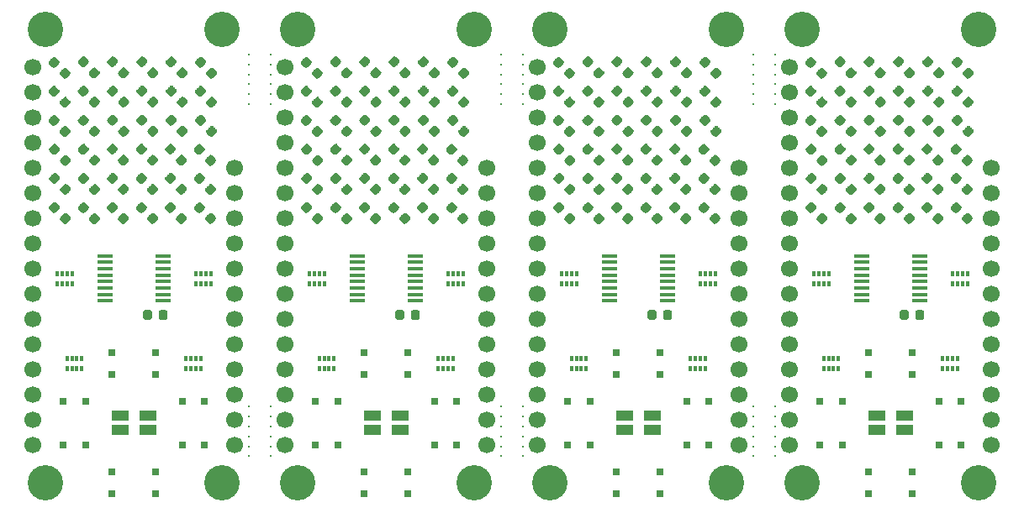
<source format=gbr>
G04 #@! TF.GenerationSoftware,KiCad,Pcbnew,(5.1.2)-1*
G04 #@! TF.CreationDate,2019-07-17T12:10:41+10:00*
G04 #@! TF.ProjectId,output.panel,6f757470-7574-42e7-9061-6e656c2e6b69,0*
G04 #@! TF.SameCoordinates,Original*
G04 #@! TF.FileFunction,Soldermask,Top*
G04 #@! TF.FilePolarity,Negative*
%FSLAX46Y46*%
G04 Gerber Fmt 4.6, Leading zero omitted, Abs format (unit mm)*
G04 Created by KiCad (PCBNEW (5.1.2)-1) date 2019-07-17 12:10:41*
%MOMM*%
%LPD*%
G04 APERTURE LIST*
%ADD10R,0.400000X0.500000*%
%ADD11R,0.300000X0.500000*%
%ADD12C,0.100000*%
%ADD13C,0.875000*%
%ADD14R,1.500000X0.450000*%
%ADD15R,0.700000X0.800000*%
%ADD16R,0.800000X0.700000*%
%ADD17R,1.700000X1.100000*%
%ADD18C,3.556000*%
%ADD19C,1.700000*%
%ADD20C,0.300000*%
G04 APERTURE END LIST*
D10*
X193400000Y-101575000D03*
D11*
X194400000Y-101575000D03*
X193900000Y-101575000D03*
D10*
X194900000Y-101575000D03*
D11*
X193900000Y-100575000D03*
D10*
X193400000Y-100575000D03*
D11*
X194400000Y-100575000D03*
D10*
X194900000Y-100575000D03*
X168000000Y-101575000D03*
D11*
X169000000Y-101575000D03*
X168500000Y-101575000D03*
D10*
X169500000Y-101575000D03*
D11*
X168500000Y-100575000D03*
D10*
X168000000Y-100575000D03*
D11*
X169000000Y-100575000D03*
D10*
X169500000Y-100575000D03*
X142600000Y-101575000D03*
D11*
X143600000Y-101575000D03*
X143100000Y-101575000D03*
D10*
X144100000Y-101575000D03*
D11*
X143100000Y-100575000D03*
D10*
X142600000Y-100575000D03*
D11*
X143600000Y-100575000D03*
D10*
X144100000Y-100575000D03*
X179400000Y-101575000D03*
D11*
X180400000Y-101575000D03*
X179900000Y-101575000D03*
D10*
X180900000Y-101575000D03*
D11*
X179900000Y-100575000D03*
D10*
X179400000Y-100575000D03*
D11*
X180400000Y-100575000D03*
D10*
X180900000Y-100575000D03*
X154000000Y-101575000D03*
D11*
X155000000Y-101575000D03*
X154500000Y-101575000D03*
D10*
X155500000Y-101575000D03*
D11*
X154500000Y-100575000D03*
D10*
X154000000Y-100575000D03*
D11*
X155000000Y-100575000D03*
D10*
X155500000Y-100575000D03*
X128600000Y-101575000D03*
D11*
X129600000Y-101575000D03*
X129100000Y-101575000D03*
D10*
X130100000Y-101575000D03*
D11*
X129100000Y-100575000D03*
D10*
X128600000Y-100575000D03*
D11*
X129600000Y-100575000D03*
D10*
X130100000Y-100575000D03*
X193900000Y-109175000D03*
D11*
X192900000Y-109175000D03*
X193400000Y-109175000D03*
D10*
X192400000Y-109175000D03*
D11*
X193400000Y-110175000D03*
D10*
X193900000Y-110175000D03*
D11*
X192900000Y-110175000D03*
D10*
X192400000Y-110175000D03*
X168500000Y-109175000D03*
D11*
X167500000Y-109175000D03*
X168000000Y-109175000D03*
D10*
X167000000Y-109175000D03*
D11*
X168000000Y-110175000D03*
D10*
X168500000Y-110175000D03*
D11*
X167500000Y-110175000D03*
D10*
X167000000Y-110175000D03*
X143100000Y-109175000D03*
D11*
X142100000Y-109175000D03*
X142600000Y-109175000D03*
D10*
X141600000Y-109175000D03*
D11*
X142600000Y-110175000D03*
D10*
X143100000Y-110175000D03*
D11*
X142100000Y-110175000D03*
D10*
X141600000Y-110175000D03*
D12*
G36*
X193791111Y-87504580D02*
G01*
X193812346Y-87507730D01*
X193833170Y-87512946D01*
X193853382Y-87520178D01*
X193872788Y-87529357D01*
X193891201Y-87540393D01*
X193908444Y-87553181D01*
X193924350Y-87567597D01*
X194233709Y-87876956D01*
X194248125Y-87892862D01*
X194260913Y-87910105D01*
X194271949Y-87928518D01*
X194281128Y-87947924D01*
X194288360Y-87968136D01*
X194293576Y-87988960D01*
X194296726Y-88010195D01*
X194297779Y-88031636D01*
X194296726Y-88053077D01*
X194293576Y-88074312D01*
X194288360Y-88095136D01*
X194281128Y-88115348D01*
X194271949Y-88134754D01*
X194260913Y-88153167D01*
X194248125Y-88170410D01*
X194233709Y-88186316D01*
X193871316Y-88548709D01*
X193855410Y-88563125D01*
X193838167Y-88575913D01*
X193819754Y-88586949D01*
X193800348Y-88596128D01*
X193780136Y-88603360D01*
X193759312Y-88608576D01*
X193738077Y-88611726D01*
X193716636Y-88612779D01*
X193695195Y-88611726D01*
X193673960Y-88608576D01*
X193653136Y-88603360D01*
X193632924Y-88596128D01*
X193613518Y-88586949D01*
X193595105Y-88575913D01*
X193577862Y-88563125D01*
X193561956Y-88548709D01*
X193252597Y-88239350D01*
X193238181Y-88223444D01*
X193225393Y-88206201D01*
X193214357Y-88187788D01*
X193205178Y-88168382D01*
X193197946Y-88148170D01*
X193192730Y-88127346D01*
X193189580Y-88106111D01*
X193188527Y-88084670D01*
X193189580Y-88063229D01*
X193192730Y-88041994D01*
X193197946Y-88021170D01*
X193205178Y-88000958D01*
X193214357Y-87981552D01*
X193225393Y-87963139D01*
X193238181Y-87945896D01*
X193252597Y-87929990D01*
X193614990Y-87567597D01*
X193630896Y-87553181D01*
X193648139Y-87540393D01*
X193666552Y-87529357D01*
X193685958Y-87520178D01*
X193706170Y-87512946D01*
X193726994Y-87507730D01*
X193748229Y-87504580D01*
X193769670Y-87503527D01*
X193791111Y-87504580D01*
X193791111Y-87504580D01*
G37*
D13*
X193743153Y-88058153D03*
D12*
G36*
X194904805Y-88618274D02*
G01*
X194926040Y-88621424D01*
X194946864Y-88626640D01*
X194967076Y-88633872D01*
X194986482Y-88643051D01*
X195004895Y-88654087D01*
X195022138Y-88666875D01*
X195038044Y-88681291D01*
X195347403Y-88990650D01*
X195361819Y-89006556D01*
X195374607Y-89023799D01*
X195385643Y-89042212D01*
X195394822Y-89061618D01*
X195402054Y-89081830D01*
X195407270Y-89102654D01*
X195410420Y-89123889D01*
X195411473Y-89145330D01*
X195410420Y-89166771D01*
X195407270Y-89188006D01*
X195402054Y-89208830D01*
X195394822Y-89229042D01*
X195385643Y-89248448D01*
X195374607Y-89266861D01*
X195361819Y-89284104D01*
X195347403Y-89300010D01*
X194985010Y-89662403D01*
X194969104Y-89676819D01*
X194951861Y-89689607D01*
X194933448Y-89700643D01*
X194914042Y-89709822D01*
X194893830Y-89717054D01*
X194873006Y-89722270D01*
X194851771Y-89725420D01*
X194830330Y-89726473D01*
X194808889Y-89725420D01*
X194787654Y-89722270D01*
X194766830Y-89717054D01*
X194746618Y-89709822D01*
X194727212Y-89700643D01*
X194708799Y-89689607D01*
X194691556Y-89676819D01*
X194675650Y-89662403D01*
X194366291Y-89353044D01*
X194351875Y-89337138D01*
X194339087Y-89319895D01*
X194328051Y-89301482D01*
X194318872Y-89282076D01*
X194311640Y-89261864D01*
X194306424Y-89241040D01*
X194303274Y-89219805D01*
X194302221Y-89198364D01*
X194303274Y-89176923D01*
X194306424Y-89155688D01*
X194311640Y-89134864D01*
X194318872Y-89114652D01*
X194328051Y-89095246D01*
X194339087Y-89076833D01*
X194351875Y-89059590D01*
X194366291Y-89043684D01*
X194728684Y-88681291D01*
X194744590Y-88666875D01*
X194761833Y-88654087D01*
X194780246Y-88643051D01*
X194799652Y-88633872D01*
X194819864Y-88626640D01*
X194840688Y-88621424D01*
X194861923Y-88618274D01*
X194883364Y-88617221D01*
X194904805Y-88618274D01*
X194904805Y-88618274D01*
G37*
D13*
X194856847Y-89171847D03*
D12*
G36*
X168391111Y-87504580D02*
G01*
X168412346Y-87507730D01*
X168433170Y-87512946D01*
X168453382Y-87520178D01*
X168472788Y-87529357D01*
X168491201Y-87540393D01*
X168508444Y-87553181D01*
X168524350Y-87567597D01*
X168833709Y-87876956D01*
X168848125Y-87892862D01*
X168860913Y-87910105D01*
X168871949Y-87928518D01*
X168881128Y-87947924D01*
X168888360Y-87968136D01*
X168893576Y-87988960D01*
X168896726Y-88010195D01*
X168897779Y-88031636D01*
X168896726Y-88053077D01*
X168893576Y-88074312D01*
X168888360Y-88095136D01*
X168881128Y-88115348D01*
X168871949Y-88134754D01*
X168860913Y-88153167D01*
X168848125Y-88170410D01*
X168833709Y-88186316D01*
X168471316Y-88548709D01*
X168455410Y-88563125D01*
X168438167Y-88575913D01*
X168419754Y-88586949D01*
X168400348Y-88596128D01*
X168380136Y-88603360D01*
X168359312Y-88608576D01*
X168338077Y-88611726D01*
X168316636Y-88612779D01*
X168295195Y-88611726D01*
X168273960Y-88608576D01*
X168253136Y-88603360D01*
X168232924Y-88596128D01*
X168213518Y-88586949D01*
X168195105Y-88575913D01*
X168177862Y-88563125D01*
X168161956Y-88548709D01*
X167852597Y-88239350D01*
X167838181Y-88223444D01*
X167825393Y-88206201D01*
X167814357Y-88187788D01*
X167805178Y-88168382D01*
X167797946Y-88148170D01*
X167792730Y-88127346D01*
X167789580Y-88106111D01*
X167788527Y-88084670D01*
X167789580Y-88063229D01*
X167792730Y-88041994D01*
X167797946Y-88021170D01*
X167805178Y-88000958D01*
X167814357Y-87981552D01*
X167825393Y-87963139D01*
X167838181Y-87945896D01*
X167852597Y-87929990D01*
X168214990Y-87567597D01*
X168230896Y-87553181D01*
X168248139Y-87540393D01*
X168266552Y-87529357D01*
X168285958Y-87520178D01*
X168306170Y-87512946D01*
X168326994Y-87507730D01*
X168348229Y-87504580D01*
X168369670Y-87503527D01*
X168391111Y-87504580D01*
X168391111Y-87504580D01*
G37*
D13*
X168343153Y-88058153D03*
D12*
G36*
X169504805Y-88618274D02*
G01*
X169526040Y-88621424D01*
X169546864Y-88626640D01*
X169567076Y-88633872D01*
X169586482Y-88643051D01*
X169604895Y-88654087D01*
X169622138Y-88666875D01*
X169638044Y-88681291D01*
X169947403Y-88990650D01*
X169961819Y-89006556D01*
X169974607Y-89023799D01*
X169985643Y-89042212D01*
X169994822Y-89061618D01*
X170002054Y-89081830D01*
X170007270Y-89102654D01*
X170010420Y-89123889D01*
X170011473Y-89145330D01*
X170010420Y-89166771D01*
X170007270Y-89188006D01*
X170002054Y-89208830D01*
X169994822Y-89229042D01*
X169985643Y-89248448D01*
X169974607Y-89266861D01*
X169961819Y-89284104D01*
X169947403Y-89300010D01*
X169585010Y-89662403D01*
X169569104Y-89676819D01*
X169551861Y-89689607D01*
X169533448Y-89700643D01*
X169514042Y-89709822D01*
X169493830Y-89717054D01*
X169473006Y-89722270D01*
X169451771Y-89725420D01*
X169430330Y-89726473D01*
X169408889Y-89725420D01*
X169387654Y-89722270D01*
X169366830Y-89717054D01*
X169346618Y-89709822D01*
X169327212Y-89700643D01*
X169308799Y-89689607D01*
X169291556Y-89676819D01*
X169275650Y-89662403D01*
X168966291Y-89353044D01*
X168951875Y-89337138D01*
X168939087Y-89319895D01*
X168928051Y-89301482D01*
X168918872Y-89282076D01*
X168911640Y-89261864D01*
X168906424Y-89241040D01*
X168903274Y-89219805D01*
X168902221Y-89198364D01*
X168903274Y-89176923D01*
X168906424Y-89155688D01*
X168911640Y-89134864D01*
X168918872Y-89114652D01*
X168928051Y-89095246D01*
X168939087Y-89076833D01*
X168951875Y-89059590D01*
X168966291Y-89043684D01*
X169328684Y-88681291D01*
X169344590Y-88666875D01*
X169361833Y-88654087D01*
X169380246Y-88643051D01*
X169399652Y-88633872D01*
X169419864Y-88626640D01*
X169440688Y-88621424D01*
X169461923Y-88618274D01*
X169483364Y-88617221D01*
X169504805Y-88618274D01*
X169504805Y-88618274D01*
G37*
D13*
X169456847Y-89171847D03*
D12*
G36*
X142991111Y-87504580D02*
G01*
X143012346Y-87507730D01*
X143033170Y-87512946D01*
X143053382Y-87520178D01*
X143072788Y-87529357D01*
X143091201Y-87540393D01*
X143108444Y-87553181D01*
X143124350Y-87567597D01*
X143433709Y-87876956D01*
X143448125Y-87892862D01*
X143460913Y-87910105D01*
X143471949Y-87928518D01*
X143481128Y-87947924D01*
X143488360Y-87968136D01*
X143493576Y-87988960D01*
X143496726Y-88010195D01*
X143497779Y-88031636D01*
X143496726Y-88053077D01*
X143493576Y-88074312D01*
X143488360Y-88095136D01*
X143481128Y-88115348D01*
X143471949Y-88134754D01*
X143460913Y-88153167D01*
X143448125Y-88170410D01*
X143433709Y-88186316D01*
X143071316Y-88548709D01*
X143055410Y-88563125D01*
X143038167Y-88575913D01*
X143019754Y-88586949D01*
X143000348Y-88596128D01*
X142980136Y-88603360D01*
X142959312Y-88608576D01*
X142938077Y-88611726D01*
X142916636Y-88612779D01*
X142895195Y-88611726D01*
X142873960Y-88608576D01*
X142853136Y-88603360D01*
X142832924Y-88596128D01*
X142813518Y-88586949D01*
X142795105Y-88575913D01*
X142777862Y-88563125D01*
X142761956Y-88548709D01*
X142452597Y-88239350D01*
X142438181Y-88223444D01*
X142425393Y-88206201D01*
X142414357Y-88187788D01*
X142405178Y-88168382D01*
X142397946Y-88148170D01*
X142392730Y-88127346D01*
X142389580Y-88106111D01*
X142388527Y-88084670D01*
X142389580Y-88063229D01*
X142392730Y-88041994D01*
X142397946Y-88021170D01*
X142405178Y-88000958D01*
X142414357Y-87981552D01*
X142425393Y-87963139D01*
X142438181Y-87945896D01*
X142452597Y-87929990D01*
X142814990Y-87567597D01*
X142830896Y-87553181D01*
X142848139Y-87540393D01*
X142866552Y-87529357D01*
X142885958Y-87520178D01*
X142906170Y-87512946D01*
X142926994Y-87507730D01*
X142948229Y-87504580D01*
X142969670Y-87503527D01*
X142991111Y-87504580D01*
X142991111Y-87504580D01*
G37*
D13*
X142943153Y-88058153D03*
D12*
G36*
X144104805Y-88618274D02*
G01*
X144126040Y-88621424D01*
X144146864Y-88626640D01*
X144167076Y-88633872D01*
X144186482Y-88643051D01*
X144204895Y-88654087D01*
X144222138Y-88666875D01*
X144238044Y-88681291D01*
X144547403Y-88990650D01*
X144561819Y-89006556D01*
X144574607Y-89023799D01*
X144585643Y-89042212D01*
X144594822Y-89061618D01*
X144602054Y-89081830D01*
X144607270Y-89102654D01*
X144610420Y-89123889D01*
X144611473Y-89145330D01*
X144610420Y-89166771D01*
X144607270Y-89188006D01*
X144602054Y-89208830D01*
X144594822Y-89229042D01*
X144585643Y-89248448D01*
X144574607Y-89266861D01*
X144561819Y-89284104D01*
X144547403Y-89300010D01*
X144185010Y-89662403D01*
X144169104Y-89676819D01*
X144151861Y-89689607D01*
X144133448Y-89700643D01*
X144114042Y-89709822D01*
X144093830Y-89717054D01*
X144073006Y-89722270D01*
X144051771Y-89725420D01*
X144030330Y-89726473D01*
X144008889Y-89725420D01*
X143987654Y-89722270D01*
X143966830Y-89717054D01*
X143946618Y-89709822D01*
X143927212Y-89700643D01*
X143908799Y-89689607D01*
X143891556Y-89676819D01*
X143875650Y-89662403D01*
X143566291Y-89353044D01*
X143551875Y-89337138D01*
X143539087Y-89319895D01*
X143528051Y-89301482D01*
X143518872Y-89282076D01*
X143511640Y-89261864D01*
X143506424Y-89241040D01*
X143503274Y-89219805D01*
X143502221Y-89198364D01*
X143503274Y-89176923D01*
X143506424Y-89155688D01*
X143511640Y-89134864D01*
X143518872Y-89114652D01*
X143528051Y-89095246D01*
X143539087Y-89076833D01*
X143551875Y-89059590D01*
X143566291Y-89043684D01*
X143928684Y-88681291D01*
X143944590Y-88666875D01*
X143961833Y-88654087D01*
X143980246Y-88643051D01*
X143999652Y-88633872D01*
X144019864Y-88626640D01*
X144040688Y-88621424D01*
X144061923Y-88618274D01*
X144083364Y-88617221D01*
X144104805Y-88618274D01*
X144104805Y-88618274D01*
G37*
D13*
X144056847Y-89171847D03*
D12*
G36*
X190327691Y-104276053D02*
G01*
X190348926Y-104279203D01*
X190369750Y-104284419D01*
X190389962Y-104291651D01*
X190409368Y-104300830D01*
X190427781Y-104311866D01*
X190445024Y-104324654D01*
X190460930Y-104339070D01*
X190475346Y-104354976D01*
X190488134Y-104372219D01*
X190499170Y-104390632D01*
X190508349Y-104410038D01*
X190515581Y-104430250D01*
X190520797Y-104451074D01*
X190523947Y-104472309D01*
X190525000Y-104493750D01*
X190525000Y-105006250D01*
X190523947Y-105027691D01*
X190520797Y-105048926D01*
X190515581Y-105069750D01*
X190508349Y-105089962D01*
X190499170Y-105109368D01*
X190488134Y-105127781D01*
X190475346Y-105145024D01*
X190460930Y-105160930D01*
X190445024Y-105175346D01*
X190427781Y-105188134D01*
X190409368Y-105199170D01*
X190389962Y-105208349D01*
X190369750Y-105215581D01*
X190348926Y-105220797D01*
X190327691Y-105223947D01*
X190306250Y-105225000D01*
X189868750Y-105225000D01*
X189847309Y-105223947D01*
X189826074Y-105220797D01*
X189805250Y-105215581D01*
X189785038Y-105208349D01*
X189765632Y-105199170D01*
X189747219Y-105188134D01*
X189729976Y-105175346D01*
X189714070Y-105160930D01*
X189699654Y-105145024D01*
X189686866Y-105127781D01*
X189675830Y-105109368D01*
X189666651Y-105089962D01*
X189659419Y-105069750D01*
X189654203Y-105048926D01*
X189651053Y-105027691D01*
X189650000Y-105006250D01*
X189650000Y-104493750D01*
X189651053Y-104472309D01*
X189654203Y-104451074D01*
X189659419Y-104430250D01*
X189666651Y-104410038D01*
X189675830Y-104390632D01*
X189686866Y-104372219D01*
X189699654Y-104354976D01*
X189714070Y-104339070D01*
X189729976Y-104324654D01*
X189747219Y-104311866D01*
X189765632Y-104300830D01*
X189785038Y-104291651D01*
X189805250Y-104284419D01*
X189826074Y-104279203D01*
X189847309Y-104276053D01*
X189868750Y-104275000D01*
X190306250Y-104275000D01*
X190327691Y-104276053D01*
X190327691Y-104276053D01*
G37*
D13*
X190087500Y-104750000D03*
D12*
G36*
X188752691Y-104276053D02*
G01*
X188773926Y-104279203D01*
X188794750Y-104284419D01*
X188814962Y-104291651D01*
X188834368Y-104300830D01*
X188852781Y-104311866D01*
X188870024Y-104324654D01*
X188885930Y-104339070D01*
X188900346Y-104354976D01*
X188913134Y-104372219D01*
X188924170Y-104390632D01*
X188933349Y-104410038D01*
X188940581Y-104430250D01*
X188945797Y-104451074D01*
X188948947Y-104472309D01*
X188950000Y-104493750D01*
X188950000Y-105006250D01*
X188948947Y-105027691D01*
X188945797Y-105048926D01*
X188940581Y-105069750D01*
X188933349Y-105089962D01*
X188924170Y-105109368D01*
X188913134Y-105127781D01*
X188900346Y-105145024D01*
X188885930Y-105160930D01*
X188870024Y-105175346D01*
X188852781Y-105188134D01*
X188834368Y-105199170D01*
X188814962Y-105208349D01*
X188794750Y-105215581D01*
X188773926Y-105220797D01*
X188752691Y-105223947D01*
X188731250Y-105225000D01*
X188293750Y-105225000D01*
X188272309Y-105223947D01*
X188251074Y-105220797D01*
X188230250Y-105215581D01*
X188210038Y-105208349D01*
X188190632Y-105199170D01*
X188172219Y-105188134D01*
X188154976Y-105175346D01*
X188139070Y-105160930D01*
X188124654Y-105145024D01*
X188111866Y-105127781D01*
X188100830Y-105109368D01*
X188091651Y-105089962D01*
X188084419Y-105069750D01*
X188079203Y-105048926D01*
X188076053Y-105027691D01*
X188075000Y-105006250D01*
X188075000Y-104493750D01*
X188076053Y-104472309D01*
X188079203Y-104451074D01*
X188084419Y-104430250D01*
X188091651Y-104410038D01*
X188100830Y-104390632D01*
X188111866Y-104372219D01*
X188124654Y-104354976D01*
X188139070Y-104339070D01*
X188154976Y-104324654D01*
X188172219Y-104311866D01*
X188190632Y-104300830D01*
X188210038Y-104291651D01*
X188230250Y-104284419D01*
X188251074Y-104279203D01*
X188272309Y-104276053D01*
X188293750Y-104275000D01*
X188731250Y-104275000D01*
X188752691Y-104276053D01*
X188752691Y-104276053D01*
G37*
D13*
X188512500Y-104750000D03*
D12*
G36*
X164927691Y-104276053D02*
G01*
X164948926Y-104279203D01*
X164969750Y-104284419D01*
X164989962Y-104291651D01*
X165009368Y-104300830D01*
X165027781Y-104311866D01*
X165045024Y-104324654D01*
X165060930Y-104339070D01*
X165075346Y-104354976D01*
X165088134Y-104372219D01*
X165099170Y-104390632D01*
X165108349Y-104410038D01*
X165115581Y-104430250D01*
X165120797Y-104451074D01*
X165123947Y-104472309D01*
X165125000Y-104493750D01*
X165125000Y-105006250D01*
X165123947Y-105027691D01*
X165120797Y-105048926D01*
X165115581Y-105069750D01*
X165108349Y-105089962D01*
X165099170Y-105109368D01*
X165088134Y-105127781D01*
X165075346Y-105145024D01*
X165060930Y-105160930D01*
X165045024Y-105175346D01*
X165027781Y-105188134D01*
X165009368Y-105199170D01*
X164989962Y-105208349D01*
X164969750Y-105215581D01*
X164948926Y-105220797D01*
X164927691Y-105223947D01*
X164906250Y-105225000D01*
X164468750Y-105225000D01*
X164447309Y-105223947D01*
X164426074Y-105220797D01*
X164405250Y-105215581D01*
X164385038Y-105208349D01*
X164365632Y-105199170D01*
X164347219Y-105188134D01*
X164329976Y-105175346D01*
X164314070Y-105160930D01*
X164299654Y-105145024D01*
X164286866Y-105127781D01*
X164275830Y-105109368D01*
X164266651Y-105089962D01*
X164259419Y-105069750D01*
X164254203Y-105048926D01*
X164251053Y-105027691D01*
X164250000Y-105006250D01*
X164250000Y-104493750D01*
X164251053Y-104472309D01*
X164254203Y-104451074D01*
X164259419Y-104430250D01*
X164266651Y-104410038D01*
X164275830Y-104390632D01*
X164286866Y-104372219D01*
X164299654Y-104354976D01*
X164314070Y-104339070D01*
X164329976Y-104324654D01*
X164347219Y-104311866D01*
X164365632Y-104300830D01*
X164385038Y-104291651D01*
X164405250Y-104284419D01*
X164426074Y-104279203D01*
X164447309Y-104276053D01*
X164468750Y-104275000D01*
X164906250Y-104275000D01*
X164927691Y-104276053D01*
X164927691Y-104276053D01*
G37*
D13*
X164687500Y-104750000D03*
D12*
G36*
X163352691Y-104276053D02*
G01*
X163373926Y-104279203D01*
X163394750Y-104284419D01*
X163414962Y-104291651D01*
X163434368Y-104300830D01*
X163452781Y-104311866D01*
X163470024Y-104324654D01*
X163485930Y-104339070D01*
X163500346Y-104354976D01*
X163513134Y-104372219D01*
X163524170Y-104390632D01*
X163533349Y-104410038D01*
X163540581Y-104430250D01*
X163545797Y-104451074D01*
X163548947Y-104472309D01*
X163550000Y-104493750D01*
X163550000Y-105006250D01*
X163548947Y-105027691D01*
X163545797Y-105048926D01*
X163540581Y-105069750D01*
X163533349Y-105089962D01*
X163524170Y-105109368D01*
X163513134Y-105127781D01*
X163500346Y-105145024D01*
X163485930Y-105160930D01*
X163470024Y-105175346D01*
X163452781Y-105188134D01*
X163434368Y-105199170D01*
X163414962Y-105208349D01*
X163394750Y-105215581D01*
X163373926Y-105220797D01*
X163352691Y-105223947D01*
X163331250Y-105225000D01*
X162893750Y-105225000D01*
X162872309Y-105223947D01*
X162851074Y-105220797D01*
X162830250Y-105215581D01*
X162810038Y-105208349D01*
X162790632Y-105199170D01*
X162772219Y-105188134D01*
X162754976Y-105175346D01*
X162739070Y-105160930D01*
X162724654Y-105145024D01*
X162711866Y-105127781D01*
X162700830Y-105109368D01*
X162691651Y-105089962D01*
X162684419Y-105069750D01*
X162679203Y-105048926D01*
X162676053Y-105027691D01*
X162675000Y-105006250D01*
X162675000Y-104493750D01*
X162676053Y-104472309D01*
X162679203Y-104451074D01*
X162684419Y-104430250D01*
X162691651Y-104410038D01*
X162700830Y-104390632D01*
X162711866Y-104372219D01*
X162724654Y-104354976D01*
X162739070Y-104339070D01*
X162754976Y-104324654D01*
X162772219Y-104311866D01*
X162790632Y-104300830D01*
X162810038Y-104291651D01*
X162830250Y-104284419D01*
X162851074Y-104279203D01*
X162872309Y-104276053D01*
X162893750Y-104275000D01*
X163331250Y-104275000D01*
X163352691Y-104276053D01*
X163352691Y-104276053D01*
G37*
D13*
X163112500Y-104750000D03*
D12*
G36*
X139527691Y-104276053D02*
G01*
X139548926Y-104279203D01*
X139569750Y-104284419D01*
X139589962Y-104291651D01*
X139609368Y-104300830D01*
X139627781Y-104311866D01*
X139645024Y-104324654D01*
X139660930Y-104339070D01*
X139675346Y-104354976D01*
X139688134Y-104372219D01*
X139699170Y-104390632D01*
X139708349Y-104410038D01*
X139715581Y-104430250D01*
X139720797Y-104451074D01*
X139723947Y-104472309D01*
X139725000Y-104493750D01*
X139725000Y-105006250D01*
X139723947Y-105027691D01*
X139720797Y-105048926D01*
X139715581Y-105069750D01*
X139708349Y-105089962D01*
X139699170Y-105109368D01*
X139688134Y-105127781D01*
X139675346Y-105145024D01*
X139660930Y-105160930D01*
X139645024Y-105175346D01*
X139627781Y-105188134D01*
X139609368Y-105199170D01*
X139589962Y-105208349D01*
X139569750Y-105215581D01*
X139548926Y-105220797D01*
X139527691Y-105223947D01*
X139506250Y-105225000D01*
X139068750Y-105225000D01*
X139047309Y-105223947D01*
X139026074Y-105220797D01*
X139005250Y-105215581D01*
X138985038Y-105208349D01*
X138965632Y-105199170D01*
X138947219Y-105188134D01*
X138929976Y-105175346D01*
X138914070Y-105160930D01*
X138899654Y-105145024D01*
X138886866Y-105127781D01*
X138875830Y-105109368D01*
X138866651Y-105089962D01*
X138859419Y-105069750D01*
X138854203Y-105048926D01*
X138851053Y-105027691D01*
X138850000Y-105006250D01*
X138850000Y-104493750D01*
X138851053Y-104472309D01*
X138854203Y-104451074D01*
X138859419Y-104430250D01*
X138866651Y-104410038D01*
X138875830Y-104390632D01*
X138886866Y-104372219D01*
X138899654Y-104354976D01*
X138914070Y-104339070D01*
X138929976Y-104324654D01*
X138947219Y-104311866D01*
X138965632Y-104300830D01*
X138985038Y-104291651D01*
X139005250Y-104284419D01*
X139026074Y-104279203D01*
X139047309Y-104276053D01*
X139068750Y-104275000D01*
X139506250Y-104275000D01*
X139527691Y-104276053D01*
X139527691Y-104276053D01*
G37*
D13*
X139287500Y-104750000D03*
D12*
G36*
X137952691Y-104276053D02*
G01*
X137973926Y-104279203D01*
X137994750Y-104284419D01*
X138014962Y-104291651D01*
X138034368Y-104300830D01*
X138052781Y-104311866D01*
X138070024Y-104324654D01*
X138085930Y-104339070D01*
X138100346Y-104354976D01*
X138113134Y-104372219D01*
X138124170Y-104390632D01*
X138133349Y-104410038D01*
X138140581Y-104430250D01*
X138145797Y-104451074D01*
X138148947Y-104472309D01*
X138150000Y-104493750D01*
X138150000Y-105006250D01*
X138148947Y-105027691D01*
X138145797Y-105048926D01*
X138140581Y-105069750D01*
X138133349Y-105089962D01*
X138124170Y-105109368D01*
X138113134Y-105127781D01*
X138100346Y-105145024D01*
X138085930Y-105160930D01*
X138070024Y-105175346D01*
X138052781Y-105188134D01*
X138034368Y-105199170D01*
X138014962Y-105208349D01*
X137994750Y-105215581D01*
X137973926Y-105220797D01*
X137952691Y-105223947D01*
X137931250Y-105225000D01*
X137493750Y-105225000D01*
X137472309Y-105223947D01*
X137451074Y-105220797D01*
X137430250Y-105215581D01*
X137410038Y-105208349D01*
X137390632Y-105199170D01*
X137372219Y-105188134D01*
X137354976Y-105175346D01*
X137339070Y-105160930D01*
X137324654Y-105145024D01*
X137311866Y-105127781D01*
X137300830Y-105109368D01*
X137291651Y-105089962D01*
X137284419Y-105069750D01*
X137279203Y-105048926D01*
X137276053Y-105027691D01*
X137275000Y-105006250D01*
X137275000Y-104493750D01*
X137276053Y-104472309D01*
X137279203Y-104451074D01*
X137284419Y-104430250D01*
X137291651Y-104410038D01*
X137300830Y-104390632D01*
X137311866Y-104372219D01*
X137324654Y-104354976D01*
X137339070Y-104339070D01*
X137354976Y-104324654D01*
X137372219Y-104311866D01*
X137390632Y-104300830D01*
X137410038Y-104291651D01*
X137430250Y-104284419D01*
X137451074Y-104279203D01*
X137472309Y-104276053D01*
X137493750Y-104275000D01*
X137931250Y-104275000D01*
X137952691Y-104276053D01*
X137952691Y-104276053D01*
G37*
D13*
X137712500Y-104750000D03*
D14*
X190100000Y-103350000D03*
X190100000Y-102700000D03*
X190100000Y-102050000D03*
X190100000Y-101400000D03*
X190100000Y-100750000D03*
X190100000Y-100100000D03*
X190100000Y-99450000D03*
X190100000Y-98800000D03*
X184200000Y-98800000D03*
X184200000Y-99450000D03*
X184200000Y-100100000D03*
X184200000Y-100750000D03*
X184200000Y-101400000D03*
X184200000Y-102050000D03*
X184200000Y-102700000D03*
X184200000Y-103350000D03*
X164700000Y-103350000D03*
X164700000Y-102700000D03*
X164700000Y-102050000D03*
X164700000Y-101400000D03*
X164700000Y-100750000D03*
X164700000Y-100100000D03*
X164700000Y-99450000D03*
X164700000Y-98800000D03*
X158800000Y-98800000D03*
X158800000Y-99450000D03*
X158800000Y-100100000D03*
X158800000Y-100750000D03*
X158800000Y-101400000D03*
X158800000Y-102050000D03*
X158800000Y-102700000D03*
X158800000Y-103350000D03*
X139300000Y-103350000D03*
X139300000Y-102700000D03*
X139300000Y-102050000D03*
X139300000Y-101400000D03*
X139300000Y-100750000D03*
X139300000Y-100100000D03*
X139300000Y-99450000D03*
X139300000Y-98800000D03*
X133400000Y-98800000D03*
X133400000Y-99450000D03*
X133400000Y-100100000D03*
X133400000Y-100750000D03*
X133400000Y-101400000D03*
X133400000Y-102050000D03*
X133400000Y-102700000D03*
X133400000Y-103350000D03*
D12*
G36*
X193891111Y-78714580D02*
G01*
X193912346Y-78717730D01*
X193933170Y-78722946D01*
X193953382Y-78730178D01*
X193972788Y-78739357D01*
X193991201Y-78750393D01*
X194008444Y-78763181D01*
X194024350Y-78777597D01*
X194333709Y-79086956D01*
X194348125Y-79102862D01*
X194360913Y-79120105D01*
X194371949Y-79138518D01*
X194381128Y-79157924D01*
X194388360Y-79178136D01*
X194393576Y-79198960D01*
X194396726Y-79220195D01*
X194397779Y-79241636D01*
X194396726Y-79263077D01*
X194393576Y-79284312D01*
X194388360Y-79305136D01*
X194381128Y-79325348D01*
X194371949Y-79344754D01*
X194360913Y-79363167D01*
X194348125Y-79380410D01*
X194333709Y-79396316D01*
X193971316Y-79758709D01*
X193955410Y-79773125D01*
X193938167Y-79785913D01*
X193919754Y-79796949D01*
X193900348Y-79806128D01*
X193880136Y-79813360D01*
X193859312Y-79818576D01*
X193838077Y-79821726D01*
X193816636Y-79822779D01*
X193795195Y-79821726D01*
X193773960Y-79818576D01*
X193753136Y-79813360D01*
X193732924Y-79806128D01*
X193713518Y-79796949D01*
X193695105Y-79785913D01*
X193677862Y-79773125D01*
X193661956Y-79758709D01*
X193352597Y-79449350D01*
X193338181Y-79433444D01*
X193325393Y-79416201D01*
X193314357Y-79397788D01*
X193305178Y-79378382D01*
X193297946Y-79358170D01*
X193292730Y-79337346D01*
X193289580Y-79316111D01*
X193288527Y-79294670D01*
X193289580Y-79273229D01*
X193292730Y-79251994D01*
X193297946Y-79231170D01*
X193305178Y-79210958D01*
X193314357Y-79191552D01*
X193325393Y-79173139D01*
X193338181Y-79155896D01*
X193352597Y-79139990D01*
X193714990Y-78777597D01*
X193730896Y-78763181D01*
X193748139Y-78750393D01*
X193766552Y-78739357D01*
X193785958Y-78730178D01*
X193806170Y-78722946D01*
X193826994Y-78717730D01*
X193848229Y-78714580D01*
X193869670Y-78713527D01*
X193891111Y-78714580D01*
X193891111Y-78714580D01*
G37*
D13*
X193843153Y-79268153D03*
D12*
G36*
X195004805Y-79828274D02*
G01*
X195026040Y-79831424D01*
X195046864Y-79836640D01*
X195067076Y-79843872D01*
X195086482Y-79853051D01*
X195104895Y-79864087D01*
X195122138Y-79876875D01*
X195138044Y-79891291D01*
X195447403Y-80200650D01*
X195461819Y-80216556D01*
X195474607Y-80233799D01*
X195485643Y-80252212D01*
X195494822Y-80271618D01*
X195502054Y-80291830D01*
X195507270Y-80312654D01*
X195510420Y-80333889D01*
X195511473Y-80355330D01*
X195510420Y-80376771D01*
X195507270Y-80398006D01*
X195502054Y-80418830D01*
X195494822Y-80439042D01*
X195485643Y-80458448D01*
X195474607Y-80476861D01*
X195461819Y-80494104D01*
X195447403Y-80510010D01*
X195085010Y-80872403D01*
X195069104Y-80886819D01*
X195051861Y-80899607D01*
X195033448Y-80910643D01*
X195014042Y-80919822D01*
X194993830Y-80927054D01*
X194973006Y-80932270D01*
X194951771Y-80935420D01*
X194930330Y-80936473D01*
X194908889Y-80935420D01*
X194887654Y-80932270D01*
X194866830Y-80927054D01*
X194846618Y-80919822D01*
X194827212Y-80910643D01*
X194808799Y-80899607D01*
X194791556Y-80886819D01*
X194775650Y-80872403D01*
X194466291Y-80563044D01*
X194451875Y-80547138D01*
X194439087Y-80529895D01*
X194428051Y-80511482D01*
X194418872Y-80492076D01*
X194411640Y-80471864D01*
X194406424Y-80451040D01*
X194403274Y-80429805D01*
X194402221Y-80408364D01*
X194403274Y-80386923D01*
X194406424Y-80365688D01*
X194411640Y-80344864D01*
X194418872Y-80324652D01*
X194428051Y-80305246D01*
X194439087Y-80286833D01*
X194451875Y-80269590D01*
X194466291Y-80253684D01*
X194828684Y-79891291D01*
X194844590Y-79876875D01*
X194861833Y-79864087D01*
X194880246Y-79853051D01*
X194899652Y-79843872D01*
X194919864Y-79836640D01*
X194940688Y-79831424D01*
X194961923Y-79828274D01*
X194983364Y-79827221D01*
X195004805Y-79828274D01*
X195004805Y-79828274D01*
G37*
D13*
X194956847Y-80381847D03*
D12*
G36*
X168491111Y-78714580D02*
G01*
X168512346Y-78717730D01*
X168533170Y-78722946D01*
X168553382Y-78730178D01*
X168572788Y-78739357D01*
X168591201Y-78750393D01*
X168608444Y-78763181D01*
X168624350Y-78777597D01*
X168933709Y-79086956D01*
X168948125Y-79102862D01*
X168960913Y-79120105D01*
X168971949Y-79138518D01*
X168981128Y-79157924D01*
X168988360Y-79178136D01*
X168993576Y-79198960D01*
X168996726Y-79220195D01*
X168997779Y-79241636D01*
X168996726Y-79263077D01*
X168993576Y-79284312D01*
X168988360Y-79305136D01*
X168981128Y-79325348D01*
X168971949Y-79344754D01*
X168960913Y-79363167D01*
X168948125Y-79380410D01*
X168933709Y-79396316D01*
X168571316Y-79758709D01*
X168555410Y-79773125D01*
X168538167Y-79785913D01*
X168519754Y-79796949D01*
X168500348Y-79806128D01*
X168480136Y-79813360D01*
X168459312Y-79818576D01*
X168438077Y-79821726D01*
X168416636Y-79822779D01*
X168395195Y-79821726D01*
X168373960Y-79818576D01*
X168353136Y-79813360D01*
X168332924Y-79806128D01*
X168313518Y-79796949D01*
X168295105Y-79785913D01*
X168277862Y-79773125D01*
X168261956Y-79758709D01*
X167952597Y-79449350D01*
X167938181Y-79433444D01*
X167925393Y-79416201D01*
X167914357Y-79397788D01*
X167905178Y-79378382D01*
X167897946Y-79358170D01*
X167892730Y-79337346D01*
X167889580Y-79316111D01*
X167888527Y-79294670D01*
X167889580Y-79273229D01*
X167892730Y-79251994D01*
X167897946Y-79231170D01*
X167905178Y-79210958D01*
X167914357Y-79191552D01*
X167925393Y-79173139D01*
X167938181Y-79155896D01*
X167952597Y-79139990D01*
X168314990Y-78777597D01*
X168330896Y-78763181D01*
X168348139Y-78750393D01*
X168366552Y-78739357D01*
X168385958Y-78730178D01*
X168406170Y-78722946D01*
X168426994Y-78717730D01*
X168448229Y-78714580D01*
X168469670Y-78713527D01*
X168491111Y-78714580D01*
X168491111Y-78714580D01*
G37*
D13*
X168443153Y-79268153D03*
D12*
G36*
X169604805Y-79828274D02*
G01*
X169626040Y-79831424D01*
X169646864Y-79836640D01*
X169667076Y-79843872D01*
X169686482Y-79853051D01*
X169704895Y-79864087D01*
X169722138Y-79876875D01*
X169738044Y-79891291D01*
X170047403Y-80200650D01*
X170061819Y-80216556D01*
X170074607Y-80233799D01*
X170085643Y-80252212D01*
X170094822Y-80271618D01*
X170102054Y-80291830D01*
X170107270Y-80312654D01*
X170110420Y-80333889D01*
X170111473Y-80355330D01*
X170110420Y-80376771D01*
X170107270Y-80398006D01*
X170102054Y-80418830D01*
X170094822Y-80439042D01*
X170085643Y-80458448D01*
X170074607Y-80476861D01*
X170061819Y-80494104D01*
X170047403Y-80510010D01*
X169685010Y-80872403D01*
X169669104Y-80886819D01*
X169651861Y-80899607D01*
X169633448Y-80910643D01*
X169614042Y-80919822D01*
X169593830Y-80927054D01*
X169573006Y-80932270D01*
X169551771Y-80935420D01*
X169530330Y-80936473D01*
X169508889Y-80935420D01*
X169487654Y-80932270D01*
X169466830Y-80927054D01*
X169446618Y-80919822D01*
X169427212Y-80910643D01*
X169408799Y-80899607D01*
X169391556Y-80886819D01*
X169375650Y-80872403D01*
X169066291Y-80563044D01*
X169051875Y-80547138D01*
X169039087Y-80529895D01*
X169028051Y-80511482D01*
X169018872Y-80492076D01*
X169011640Y-80471864D01*
X169006424Y-80451040D01*
X169003274Y-80429805D01*
X169002221Y-80408364D01*
X169003274Y-80386923D01*
X169006424Y-80365688D01*
X169011640Y-80344864D01*
X169018872Y-80324652D01*
X169028051Y-80305246D01*
X169039087Y-80286833D01*
X169051875Y-80269590D01*
X169066291Y-80253684D01*
X169428684Y-79891291D01*
X169444590Y-79876875D01*
X169461833Y-79864087D01*
X169480246Y-79853051D01*
X169499652Y-79843872D01*
X169519864Y-79836640D01*
X169540688Y-79831424D01*
X169561923Y-79828274D01*
X169583364Y-79827221D01*
X169604805Y-79828274D01*
X169604805Y-79828274D01*
G37*
D13*
X169556847Y-80381847D03*
D12*
G36*
X143091111Y-78714580D02*
G01*
X143112346Y-78717730D01*
X143133170Y-78722946D01*
X143153382Y-78730178D01*
X143172788Y-78739357D01*
X143191201Y-78750393D01*
X143208444Y-78763181D01*
X143224350Y-78777597D01*
X143533709Y-79086956D01*
X143548125Y-79102862D01*
X143560913Y-79120105D01*
X143571949Y-79138518D01*
X143581128Y-79157924D01*
X143588360Y-79178136D01*
X143593576Y-79198960D01*
X143596726Y-79220195D01*
X143597779Y-79241636D01*
X143596726Y-79263077D01*
X143593576Y-79284312D01*
X143588360Y-79305136D01*
X143581128Y-79325348D01*
X143571949Y-79344754D01*
X143560913Y-79363167D01*
X143548125Y-79380410D01*
X143533709Y-79396316D01*
X143171316Y-79758709D01*
X143155410Y-79773125D01*
X143138167Y-79785913D01*
X143119754Y-79796949D01*
X143100348Y-79806128D01*
X143080136Y-79813360D01*
X143059312Y-79818576D01*
X143038077Y-79821726D01*
X143016636Y-79822779D01*
X142995195Y-79821726D01*
X142973960Y-79818576D01*
X142953136Y-79813360D01*
X142932924Y-79806128D01*
X142913518Y-79796949D01*
X142895105Y-79785913D01*
X142877862Y-79773125D01*
X142861956Y-79758709D01*
X142552597Y-79449350D01*
X142538181Y-79433444D01*
X142525393Y-79416201D01*
X142514357Y-79397788D01*
X142505178Y-79378382D01*
X142497946Y-79358170D01*
X142492730Y-79337346D01*
X142489580Y-79316111D01*
X142488527Y-79294670D01*
X142489580Y-79273229D01*
X142492730Y-79251994D01*
X142497946Y-79231170D01*
X142505178Y-79210958D01*
X142514357Y-79191552D01*
X142525393Y-79173139D01*
X142538181Y-79155896D01*
X142552597Y-79139990D01*
X142914990Y-78777597D01*
X142930896Y-78763181D01*
X142948139Y-78750393D01*
X142966552Y-78739357D01*
X142985958Y-78730178D01*
X143006170Y-78722946D01*
X143026994Y-78717730D01*
X143048229Y-78714580D01*
X143069670Y-78713527D01*
X143091111Y-78714580D01*
X143091111Y-78714580D01*
G37*
D13*
X143043153Y-79268153D03*
D12*
G36*
X144204805Y-79828274D02*
G01*
X144226040Y-79831424D01*
X144246864Y-79836640D01*
X144267076Y-79843872D01*
X144286482Y-79853051D01*
X144304895Y-79864087D01*
X144322138Y-79876875D01*
X144338044Y-79891291D01*
X144647403Y-80200650D01*
X144661819Y-80216556D01*
X144674607Y-80233799D01*
X144685643Y-80252212D01*
X144694822Y-80271618D01*
X144702054Y-80291830D01*
X144707270Y-80312654D01*
X144710420Y-80333889D01*
X144711473Y-80355330D01*
X144710420Y-80376771D01*
X144707270Y-80398006D01*
X144702054Y-80418830D01*
X144694822Y-80439042D01*
X144685643Y-80458448D01*
X144674607Y-80476861D01*
X144661819Y-80494104D01*
X144647403Y-80510010D01*
X144285010Y-80872403D01*
X144269104Y-80886819D01*
X144251861Y-80899607D01*
X144233448Y-80910643D01*
X144214042Y-80919822D01*
X144193830Y-80927054D01*
X144173006Y-80932270D01*
X144151771Y-80935420D01*
X144130330Y-80936473D01*
X144108889Y-80935420D01*
X144087654Y-80932270D01*
X144066830Y-80927054D01*
X144046618Y-80919822D01*
X144027212Y-80910643D01*
X144008799Y-80899607D01*
X143991556Y-80886819D01*
X143975650Y-80872403D01*
X143666291Y-80563044D01*
X143651875Y-80547138D01*
X143639087Y-80529895D01*
X143628051Y-80511482D01*
X143618872Y-80492076D01*
X143611640Y-80471864D01*
X143606424Y-80451040D01*
X143603274Y-80429805D01*
X143602221Y-80408364D01*
X143603274Y-80386923D01*
X143606424Y-80365688D01*
X143611640Y-80344864D01*
X143618872Y-80324652D01*
X143628051Y-80305246D01*
X143639087Y-80286833D01*
X143651875Y-80269590D01*
X143666291Y-80253684D01*
X144028684Y-79891291D01*
X144044590Y-79876875D01*
X144061833Y-79864087D01*
X144080246Y-79853051D01*
X144099652Y-79843872D01*
X144119864Y-79836640D01*
X144140688Y-79831424D01*
X144161923Y-79828274D01*
X144183364Y-79827221D01*
X144204805Y-79828274D01*
X144204805Y-79828274D01*
G37*
D13*
X144156847Y-80381847D03*
D10*
X181900000Y-109175000D03*
D11*
X180900000Y-109175000D03*
X181400000Y-109175000D03*
D10*
X180400000Y-109175000D03*
D11*
X181400000Y-110175000D03*
D10*
X181900000Y-110175000D03*
D11*
X180900000Y-110175000D03*
D10*
X180400000Y-110175000D03*
X156500000Y-109175000D03*
D11*
X155500000Y-109175000D03*
X156000000Y-109175000D03*
D10*
X155000000Y-109175000D03*
D11*
X156000000Y-110175000D03*
D10*
X156500000Y-110175000D03*
D11*
X155500000Y-110175000D03*
D10*
X155000000Y-110175000D03*
X131100000Y-109175000D03*
D11*
X130100000Y-109175000D03*
X130600000Y-109175000D03*
D10*
X129600000Y-109175000D03*
D11*
X130600000Y-110175000D03*
D10*
X131100000Y-110175000D03*
D11*
X130100000Y-110175000D03*
D10*
X129600000Y-110175000D03*
D12*
G36*
X193891111Y-81644580D02*
G01*
X193912346Y-81647730D01*
X193933170Y-81652946D01*
X193953382Y-81660178D01*
X193972788Y-81669357D01*
X193991201Y-81680393D01*
X194008444Y-81693181D01*
X194024350Y-81707597D01*
X194333709Y-82016956D01*
X194348125Y-82032862D01*
X194360913Y-82050105D01*
X194371949Y-82068518D01*
X194381128Y-82087924D01*
X194388360Y-82108136D01*
X194393576Y-82128960D01*
X194396726Y-82150195D01*
X194397779Y-82171636D01*
X194396726Y-82193077D01*
X194393576Y-82214312D01*
X194388360Y-82235136D01*
X194381128Y-82255348D01*
X194371949Y-82274754D01*
X194360913Y-82293167D01*
X194348125Y-82310410D01*
X194333709Y-82326316D01*
X193971316Y-82688709D01*
X193955410Y-82703125D01*
X193938167Y-82715913D01*
X193919754Y-82726949D01*
X193900348Y-82736128D01*
X193880136Y-82743360D01*
X193859312Y-82748576D01*
X193838077Y-82751726D01*
X193816636Y-82752779D01*
X193795195Y-82751726D01*
X193773960Y-82748576D01*
X193753136Y-82743360D01*
X193732924Y-82736128D01*
X193713518Y-82726949D01*
X193695105Y-82715913D01*
X193677862Y-82703125D01*
X193661956Y-82688709D01*
X193352597Y-82379350D01*
X193338181Y-82363444D01*
X193325393Y-82346201D01*
X193314357Y-82327788D01*
X193305178Y-82308382D01*
X193297946Y-82288170D01*
X193292730Y-82267346D01*
X193289580Y-82246111D01*
X193288527Y-82224670D01*
X193289580Y-82203229D01*
X193292730Y-82181994D01*
X193297946Y-82161170D01*
X193305178Y-82140958D01*
X193314357Y-82121552D01*
X193325393Y-82103139D01*
X193338181Y-82085896D01*
X193352597Y-82069990D01*
X193714990Y-81707597D01*
X193730896Y-81693181D01*
X193748139Y-81680393D01*
X193766552Y-81669357D01*
X193785958Y-81660178D01*
X193806170Y-81652946D01*
X193826994Y-81647730D01*
X193848229Y-81644580D01*
X193869670Y-81643527D01*
X193891111Y-81644580D01*
X193891111Y-81644580D01*
G37*
D13*
X193843153Y-82198153D03*
D12*
G36*
X195004805Y-82758274D02*
G01*
X195026040Y-82761424D01*
X195046864Y-82766640D01*
X195067076Y-82773872D01*
X195086482Y-82783051D01*
X195104895Y-82794087D01*
X195122138Y-82806875D01*
X195138044Y-82821291D01*
X195447403Y-83130650D01*
X195461819Y-83146556D01*
X195474607Y-83163799D01*
X195485643Y-83182212D01*
X195494822Y-83201618D01*
X195502054Y-83221830D01*
X195507270Y-83242654D01*
X195510420Y-83263889D01*
X195511473Y-83285330D01*
X195510420Y-83306771D01*
X195507270Y-83328006D01*
X195502054Y-83348830D01*
X195494822Y-83369042D01*
X195485643Y-83388448D01*
X195474607Y-83406861D01*
X195461819Y-83424104D01*
X195447403Y-83440010D01*
X195085010Y-83802403D01*
X195069104Y-83816819D01*
X195051861Y-83829607D01*
X195033448Y-83840643D01*
X195014042Y-83849822D01*
X194993830Y-83857054D01*
X194973006Y-83862270D01*
X194951771Y-83865420D01*
X194930330Y-83866473D01*
X194908889Y-83865420D01*
X194887654Y-83862270D01*
X194866830Y-83857054D01*
X194846618Y-83849822D01*
X194827212Y-83840643D01*
X194808799Y-83829607D01*
X194791556Y-83816819D01*
X194775650Y-83802403D01*
X194466291Y-83493044D01*
X194451875Y-83477138D01*
X194439087Y-83459895D01*
X194428051Y-83441482D01*
X194418872Y-83422076D01*
X194411640Y-83401864D01*
X194406424Y-83381040D01*
X194403274Y-83359805D01*
X194402221Y-83338364D01*
X194403274Y-83316923D01*
X194406424Y-83295688D01*
X194411640Y-83274864D01*
X194418872Y-83254652D01*
X194428051Y-83235246D01*
X194439087Y-83216833D01*
X194451875Y-83199590D01*
X194466291Y-83183684D01*
X194828684Y-82821291D01*
X194844590Y-82806875D01*
X194861833Y-82794087D01*
X194880246Y-82783051D01*
X194899652Y-82773872D01*
X194919864Y-82766640D01*
X194940688Y-82761424D01*
X194961923Y-82758274D01*
X194983364Y-82757221D01*
X195004805Y-82758274D01*
X195004805Y-82758274D01*
G37*
D13*
X194956847Y-83311847D03*
D12*
G36*
X168491111Y-81644580D02*
G01*
X168512346Y-81647730D01*
X168533170Y-81652946D01*
X168553382Y-81660178D01*
X168572788Y-81669357D01*
X168591201Y-81680393D01*
X168608444Y-81693181D01*
X168624350Y-81707597D01*
X168933709Y-82016956D01*
X168948125Y-82032862D01*
X168960913Y-82050105D01*
X168971949Y-82068518D01*
X168981128Y-82087924D01*
X168988360Y-82108136D01*
X168993576Y-82128960D01*
X168996726Y-82150195D01*
X168997779Y-82171636D01*
X168996726Y-82193077D01*
X168993576Y-82214312D01*
X168988360Y-82235136D01*
X168981128Y-82255348D01*
X168971949Y-82274754D01*
X168960913Y-82293167D01*
X168948125Y-82310410D01*
X168933709Y-82326316D01*
X168571316Y-82688709D01*
X168555410Y-82703125D01*
X168538167Y-82715913D01*
X168519754Y-82726949D01*
X168500348Y-82736128D01*
X168480136Y-82743360D01*
X168459312Y-82748576D01*
X168438077Y-82751726D01*
X168416636Y-82752779D01*
X168395195Y-82751726D01*
X168373960Y-82748576D01*
X168353136Y-82743360D01*
X168332924Y-82736128D01*
X168313518Y-82726949D01*
X168295105Y-82715913D01*
X168277862Y-82703125D01*
X168261956Y-82688709D01*
X167952597Y-82379350D01*
X167938181Y-82363444D01*
X167925393Y-82346201D01*
X167914357Y-82327788D01*
X167905178Y-82308382D01*
X167897946Y-82288170D01*
X167892730Y-82267346D01*
X167889580Y-82246111D01*
X167888527Y-82224670D01*
X167889580Y-82203229D01*
X167892730Y-82181994D01*
X167897946Y-82161170D01*
X167905178Y-82140958D01*
X167914357Y-82121552D01*
X167925393Y-82103139D01*
X167938181Y-82085896D01*
X167952597Y-82069990D01*
X168314990Y-81707597D01*
X168330896Y-81693181D01*
X168348139Y-81680393D01*
X168366552Y-81669357D01*
X168385958Y-81660178D01*
X168406170Y-81652946D01*
X168426994Y-81647730D01*
X168448229Y-81644580D01*
X168469670Y-81643527D01*
X168491111Y-81644580D01*
X168491111Y-81644580D01*
G37*
D13*
X168443153Y-82198153D03*
D12*
G36*
X169604805Y-82758274D02*
G01*
X169626040Y-82761424D01*
X169646864Y-82766640D01*
X169667076Y-82773872D01*
X169686482Y-82783051D01*
X169704895Y-82794087D01*
X169722138Y-82806875D01*
X169738044Y-82821291D01*
X170047403Y-83130650D01*
X170061819Y-83146556D01*
X170074607Y-83163799D01*
X170085643Y-83182212D01*
X170094822Y-83201618D01*
X170102054Y-83221830D01*
X170107270Y-83242654D01*
X170110420Y-83263889D01*
X170111473Y-83285330D01*
X170110420Y-83306771D01*
X170107270Y-83328006D01*
X170102054Y-83348830D01*
X170094822Y-83369042D01*
X170085643Y-83388448D01*
X170074607Y-83406861D01*
X170061819Y-83424104D01*
X170047403Y-83440010D01*
X169685010Y-83802403D01*
X169669104Y-83816819D01*
X169651861Y-83829607D01*
X169633448Y-83840643D01*
X169614042Y-83849822D01*
X169593830Y-83857054D01*
X169573006Y-83862270D01*
X169551771Y-83865420D01*
X169530330Y-83866473D01*
X169508889Y-83865420D01*
X169487654Y-83862270D01*
X169466830Y-83857054D01*
X169446618Y-83849822D01*
X169427212Y-83840643D01*
X169408799Y-83829607D01*
X169391556Y-83816819D01*
X169375650Y-83802403D01*
X169066291Y-83493044D01*
X169051875Y-83477138D01*
X169039087Y-83459895D01*
X169028051Y-83441482D01*
X169018872Y-83422076D01*
X169011640Y-83401864D01*
X169006424Y-83381040D01*
X169003274Y-83359805D01*
X169002221Y-83338364D01*
X169003274Y-83316923D01*
X169006424Y-83295688D01*
X169011640Y-83274864D01*
X169018872Y-83254652D01*
X169028051Y-83235246D01*
X169039087Y-83216833D01*
X169051875Y-83199590D01*
X169066291Y-83183684D01*
X169428684Y-82821291D01*
X169444590Y-82806875D01*
X169461833Y-82794087D01*
X169480246Y-82783051D01*
X169499652Y-82773872D01*
X169519864Y-82766640D01*
X169540688Y-82761424D01*
X169561923Y-82758274D01*
X169583364Y-82757221D01*
X169604805Y-82758274D01*
X169604805Y-82758274D01*
G37*
D13*
X169556847Y-83311847D03*
D12*
G36*
X143091111Y-81644580D02*
G01*
X143112346Y-81647730D01*
X143133170Y-81652946D01*
X143153382Y-81660178D01*
X143172788Y-81669357D01*
X143191201Y-81680393D01*
X143208444Y-81693181D01*
X143224350Y-81707597D01*
X143533709Y-82016956D01*
X143548125Y-82032862D01*
X143560913Y-82050105D01*
X143571949Y-82068518D01*
X143581128Y-82087924D01*
X143588360Y-82108136D01*
X143593576Y-82128960D01*
X143596726Y-82150195D01*
X143597779Y-82171636D01*
X143596726Y-82193077D01*
X143593576Y-82214312D01*
X143588360Y-82235136D01*
X143581128Y-82255348D01*
X143571949Y-82274754D01*
X143560913Y-82293167D01*
X143548125Y-82310410D01*
X143533709Y-82326316D01*
X143171316Y-82688709D01*
X143155410Y-82703125D01*
X143138167Y-82715913D01*
X143119754Y-82726949D01*
X143100348Y-82736128D01*
X143080136Y-82743360D01*
X143059312Y-82748576D01*
X143038077Y-82751726D01*
X143016636Y-82752779D01*
X142995195Y-82751726D01*
X142973960Y-82748576D01*
X142953136Y-82743360D01*
X142932924Y-82736128D01*
X142913518Y-82726949D01*
X142895105Y-82715913D01*
X142877862Y-82703125D01*
X142861956Y-82688709D01*
X142552597Y-82379350D01*
X142538181Y-82363444D01*
X142525393Y-82346201D01*
X142514357Y-82327788D01*
X142505178Y-82308382D01*
X142497946Y-82288170D01*
X142492730Y-82267346D01*
X142489580Y-82246111D01*
X142488527Y-82224670D01*
X142489580Y-82203229D01*
X142492730Y-82181994D01*
X142497946Y-82161170D01*
X142505178Y-82140958D01*
X142514357Y-82121552D01*
X142525393Y-82103139D01*
X142538181Y-82085896D01*
X142552597Y-82069990D01*
X142914990Y-81707597D01*
X142930896Y-81693181D01*
X142948139Y-81680393D01*
X142966552Y-81669357D01*
X142985958Y-81660178D01*
X143006170Y-81652946D01*
X143026994Y-81647730D01*
X143048229Y-81644580D01*
X143069670Y-81643527D01*
X143091111Y-81644580D01*
X143091111Y-81644580D01*
G37*
D13*
X143043153Y-82198153D03*
D12*
G36*
X144204805Y-82758274D02*
G01*
X144226040Y-82761424D01*
X144246864Y-82766640D01*
X144267076Y-82773872D01*
X144286482Y-82783051D01*
X144304895Y-82794087D01*
X144322138Y-82806875D01*
X144338044Y-82821291D01*
X144647403Y-83130650D01*
X144661819Y-83146556D01*
X144674607Y-83163799D01*
X144685643Y-83182212D01*
X144694822Y-83201618D01*
X144702054Y-83221830D01*
X144707270Y-83242654D01*
X144710420Y-83263889D01*
X144711473Y-83285330D01*
X144710420Y-83306771D01*
X144707270Y-83328006D01*
X144702054Y-83348830D01*
X144694822Y-83369042D01*
X144685643Y-83388448D01*
X144674607Y-83406861D01*
X144661819Y-83424104D01*
X144647403Y-83440010D01*
X144285010Y-83802403D01*
X144269104Y-83816819D01*
X144251861Y-83829607D01*
X144233448Y-83840643D01*
X144214042Y-83849822D01*
X144193830Y-83857054D01*
X144173006Y-83862270D01*
X144151771Y-83865420D01*
X144130330Y-83866473D01*
X144108889Y-83865420D01*
X144087654Y-83862270D01*
X144066830Y-83857054D01*
X144046618Y-83849822D01*
X144027212Y-83840643D01*
X144008799Y-83829607D01*
X143991556Y-83816819D01*
X143975650Y-83802403D01*
X143666291Y-83493044D01*
X143651875Y-83477138D01*
X143639087Y-83459895D01*
X143628051Y-83441482D01*
X143618872Y-83422076D01*
X143611640Y-83401864D01*
X143606424Y-83381040D01*
X143603274Y-83359805D01*
X143602221Y-83338364D01*
X143603274Y-83316923D01*
X143606424Y-83295688D01*
X143611640Y-83274864D01*
X143618872Y-83254652D01*
X143628051Y-83235246D01*
X143639087Y-83216833D01*
X143651875Y-83199590D01*
X143666291Y-83183684D01*
X144028684Y-82821291D01*
X144044590Y-82806875D01*
X144061833Y-82794087D01*
X144080246Y-82783051D01*
X144099652Y-82773872D01*
X144119864Y-82766640D01*
X144140688Y-82761424D01*
X144161923Y-82758274D01*
X144183364Y-82757221D01*
X144204805Y-82758274D01*
X144204805Y-82758274D01*
G37*
D13*
X144156847Y-83311847D03*
D12*
G36*
X193891111Y-84574580D02*
G01*
X193912346Y-84577730D01*
X193933170Y-84582946D01*
X193953382Y-84590178D01*
X193972788Y-84599357D01*
X193991201Y-84610393D01*
X194008444Y-84623181D01*
X194024350Y-84637597D01*
X194333709Y-84946956D01*
X194348125Y-84962862D01*
X194360913Y-84980105D01*
X194371949Y-84998518D01*
X194381128Y-85017924D01*
X194388360Y-85038136D01*
X194393576Y-85058960D01*
X194396726Y-85080195D01*
X194397779Y-85101636D01*
X194396726Y-85123077D01*
X194393576Y-85144312D01*
X194388360Y-85165136D01*
X194381128Y-85185348D01*
X194371949Y-85204754D01*
X194360913Y-85223167D01*
X194348125Y-85240410D01*
X194333709Y-85256316D01*
X193971316Y-85618709D01*
X193955410Y-85633125D01*
X193938167Y-85645913D01*
X193919754Y-85656949D01*
X193900348Y-85666128D01*
X193880136Y-85673360D01*
X193859312Y-85678576D01*
X193838077Y-85681726D01*
X193816636Y-85682779D01*
X193795195Y-85681726D01*
X193773960Y-85678576D01*
X193753136Y-85673360D01*
X193732924Y-85666128D01*
X193713518Y-85656949D01*
X193695105Y-85645913D01*
X193677862Y-85633125D01*
X193661956Y-85618709D01*
X193352597Y-85309350D01*
X193338181Y-85293444D01*
X193325393Y-85276201D01*
X193314357Y-85257788D01*
X193305178Y-85238382D01*
X193297946Y-85218170D01*
X193292730Y-85197346D01*
X193289580Y-85176111D01*
X193288527Y-85154670D01*
X193289580Y-85133229D01*
X193292730Y-85111994D01*
X193297946Y-85091170D01*
X193305178Y-85070958D01*
X193314357Y-85051552D01*
X193325393Y-85033139D01*
X193338181Y-85015896D01*
X193352597Y-84999990D01*
X193714990Y-84637597D01*
X193730896Y-84623181D01*
X193748139Y-84610393D01*
X193766552Y-84599357D01*
X193785958Y-84590178D01*
X193806170Y-84582946D01*
X193826994Y-84577730D01*
X193848229Y-84574580D01*
X193869670Y-84573527D01*
X193891111Y-84574580D01*
X193891111Y-84574580D01*
G37*
D13*
X193843153Y-85128153D03*
D12*
G36*
X195004805Y-85688274D02*
G01*
X195026040Y-85691424D01*
X195046864Y-85696640D01*
X195067076Y-85703872D01*
X195086482Y-85713051D01*
X195104895Y-85724087D01*
X195122138Y-85736875D01*
X195138044Y-85751291D01*
X195447403Y-86060650D01*
X195461819Y-86076556D01*
X195474607Y-86093799D01*
X195485643Y-86112212D01*
X195494822Y-86131618D01*
X195502054Y-86151830D01*
X195507270Y-86172654D01*
X195510420Y-86193889D01*
X195511473Y-86215330D01*
X195510420Y-86236771D01*
X195507270Y-86258006D01*
X195502054Y-86278830D01*
X195494822Y-86299042D01*
X195485643Y-86318448D01*
X195474607Y-86336861D01*
X195461819Y-86354104D01*
X195447403Y-86370010D01*
X195085010Y-86732403D01*
X195069104Y-86746819D01*
X195051861Y-86759607D01*
X195033448Y-86770643D01*
X195014042Y-86779822D01*
X194993830Y-86787054D01*
X194973006Y-86792270D01*
X194951771Y-86795420D01*
X194930330Y-86796473D01*
X194908889Y-86795420D01*
X194887654Y-86792270D01*
X194866830Y-86787054D01*
X194846618Y-86779822D01*
X194827212Y-86770643D01*
X194808799Y-86759607D01*
X194791556Y-86746819D01*
X194775650Y-86732403D01*
X194466291Y-86423044D01*
X194451875Y-86407138D01*
X194439087Y-86389895D01*
X194428051Y-86371482D01*
X194418872Y-86352076D01*
X194411640Y-86331864D01*
X194406424Y-86311040D01*
X194403274Y-86289805D01*
X194402221Y-86268364D01*
X194403274Y-86246923D01*
X194406424Y-86225688D01*
X194411640Y-86204864D01*
X194418872Y-86184652D01*
X194428051Y-86165246D01*
X194439087Y-86146833D01*
X194451875Y-86129590D01*
X194466291Y-86113684D01*
X194828684Y-85751291D01*
X194844590Y-85736875D01*
X194861833Y-85724087D01*
X194880246Y-85713051D01*
X194899652Y-85703872D01*
X194919864Y-85696640D01*
X194940688Y-85691424D01*
X194961923Y-85688274D01*
X194983364Y-85687221D01*
X195004805Y-85688274D01*
X195004805Y-85688274D01*
G37*
D13*
X194956847Y-86241847D03*
D12*
G36*
X168491111Y-84574580D02*
G01*
X168512346Y-84577730D01*
X168533170Y-84582946D01*
X168553382Y-84590178D01*
X168572788Y-84599357D01*
X168591201Y-84610393D01*
X168608444Y-84623181D01*
X168624350Y-84637597D01*
X168933709Y-84946956D01*
X168948125Y-84962862D01*
X168960913Y-84980105D01*
X168971949Y-84998518D01*
X168981128Y-85017924D01*
X168988360Y-85038136D01*
X168993576Y-85058960D01*
X168996726Y-85080195D01*
X168997779Y-85101636D01*
X168996726Y-85123077D01*
X168993576Y-85144312D01*
X168988360Y-85165136D01*
X168981128Y-85185348D01*
X168971949Y-85204754D01*
X168960913Y-85223167D01*
X168948125Y-85240410D01*
X168933709Y-85256316D01*
X168571316Y-85618709D01*
X168555410Y-85633125D01*
X168538167Y-85645913D01*
X168519754Y-85656949D01*
X168500348Y-85666128D01*
X168480136Y-85673360D01*
X168459312Y-85678576D01*
X168438077Y-85681726D01*
X168416636Y-85682779D01*
X168395195Y-85681726D01*
X168373960Y-85678576D01*
X168353136Y-85673360D01*
X168332924Y-85666128D01*
X168313518Y-85656949D01*
X168295105Y-85645913D01*
X168277862Y-85633125D01*
X168261956Y-85618709D01*
X167952597Y-85309350D01*
X167938181Y-85293444D01*
X167925393Y-85276201D01*
X167914357Y-85257788D01*
X167905178Y-85238382D01*
X167897946Y-85218170D01*
X167892730Y-85197346D01*
X167889580Y-85176111D01*
X167888527Y-85154670D01*
X167889580Y-85133229D01*
X167892730Y-85111994D01*
X167897946Y-85091170D01*
X167905178Y-85070958D01*
X167914357Y-85051552D01*
X167925393Y-85033139D01*
X167938181Y-85015896D01*
X167952597Y-84999990D01*
X168314990Y-84637597D01*
X168330896Y-84623181D01*
X168348139Y-84610393D01*
X168366552Y-84599357D01*
X168385958Y-84590178D01*
X168406170Y-84582946D01*
X168426994Y-84577730D01*
X168448229Y-84574580D01*
X168469670Y-84573527D01*
X168491111Y-84574580D01*
X168491111Y-84574580D01*
G37*
D13*
X168443153Y-85128153D03*
D12*
G36*
X169604805Y-85688274D02*
G01*
X169626040Y-85691424D01*
X169646864Y-85696640D01*
X169667076Y-85703872D01*
X169686482Y-85713051D01*
X169704895Y-85724087D01*
X169722138Y-85736875D01*
X169738044Y-85751291D01*
X170047403Y-86060650D01*
X170061819Y-86076556D01*
X170074607Y-86093799D01*
X170085643Y-86112212D01*
X170094822Y-86131618D01*
X170102054Y-86151830D01*
X170107270Y-86172654D01*
X170110420Y-86193889D01*
X170111473Y-86215330D01*
X170110420Y-86236771D01*
X170107270Y-86258006D01*
X170102054Y-86278830D01*
X170094822Y-86299042D01*
X170085643Y-86318448D01*
X170074607Y-86336861D01*
X170061819Y-86354104D01*
X170047403Y-86370010D01*
X169685010Y-86732403D01*
X169669104Y-86746819D01*
X169651861Y-86759607D01*
X169633448Y-86770643D01*
X169614042Y-86779822D01*
X169593830Y-86787054D01*
X169573006Y-86792270D01*
X169551771Y-86795420D01*
X169530330Y-86796473D01*
X169508889Y-86795420D01*
X169487654Y-86792270D01*
X169466830Y-86787054D01*
X169446618Y-86779822D01*
X169427212Y-86770643D01*
X169408799Y-86759607D01*
X169391556Y-86746819D01*
X169375650Y-86732403D01*
X169066291Y-86423044D01*
X169051875Y-86407138D01*
X169039087Y-86389895D01*
X169028051Y-86371482D01*
X169018872Y-86352076D01*
X169011640Y-86331864D01*
X169006424Y-86311040D01*
X169003274Y-86289805D01*
X169002221Y-86268364D01*
X169003274Y-86246923D01*
X169006424Y-86225688D01*
X169011640Y-86204864D01*
X169018872Y-86184652D01*
X169028051Y-86165246D01*
X169039087Y-86146833D01*
X169051875Y-86129590D01*
X169066291Y-86113684D01*
X169428684Y-85751291D01*
X169444590Y-85736875D01*
X169461833Y-85724087D01*
X169480246Y-85713051D01*
X169499652Y-85703872D01*
X169519864Y-85696640D01*
X169540688Y-85691424D01*
X169561923Y-85688274D01*
X169583364Y-85687221D01*
X169604805Y-85688274D01*
X169604805Y-85688274D01*
G37*
D13*
X169556847Y-86241847D03*
D12*
G36*
X143091111Y-84574580D02*
G01*
X143112346Y-84577730D01*
X143133170Y-84582946D01*
X143153382Y-84590178D01*
X143172788Y-84599357D01*
X143191201Y-84610393D01*
X143208444Y-84623181D01*
X143224350Y-84637597D01*
X143533709Y-84946956D01*
X143548125Y-84962862D01*
X143560913Y-84980105D01*
X143571949Y-84998518D01*
X143581128Y-85017924D01*
X143588360Y-85038136D01*
X143593576Y-85058960D01*
X143596726Y-85080195D01*
X143597779Y-85101636D01*
X143596726Y-85123077D01*
X143593576Y-85144312D01*
X143588360Y-85165136D01*
X143581128Y-85185348D01*
X143571949Y-85204754D01*
X143560913Y-85223167D01*
X143548125Y-85240410D01*
X143533709Y-85256316D01*
X143171316Y-85618709D01*
X143155410Y-85633125D01*
X143138167Y-85645913D01*
X143119754Y-85656949D01*
X143100348Y-85666128D01*
X143080136Y-85673360D01*
X143059312Y-85678576D01*
X143038077Y-85681726D01*
X143016636Y-85682779D01*
X142995195Y-85681726D01*
X142973960Y-85678576D01*
X142953136Y-85673360D01*
X142932924Y-85666128D01*
X142913518Y-85656949D01*
X142895105Y-85645913D01*
X142877862Y-85633125D01*
X142861956Y-85618709D01*
X142552597Y-85309350D01*
X142538181Y-85293444D01*
X142525393Y-85276201D01*
X142514357Y-85257788D01*
X142505178Y-85238382D01*
X142497946Y-85218170D01*
X142492730Y-85197346D01*
X142489580Y-85176111D01*
X142488527Y-85154670D01*
X142489580Y-85133229D01*
X142492730Y-85111994D01*
X142497946Y-85091170D01*
X142505178Y-85070958D01*
X142514357Y-85051552D01*
X142525393Y-85033139D01*
X142538181Y-85015896D01*
X142552597Y-84999990D01*
X142914990Y-84637597D01*
X142930896Y-84623181D01*
X142948139Y-84610393D01*
X142966552Y-84599357D01*
X142985958Y-84590178D01*
X143006170Y-84582946D01*
X143026994Y-84577730D01*
X143048229Y-84574580D01*
X143069670Y-84573527D01*
X143091111Y-84574580D01*
X143091111Y-84574580D01*
G37*
D13*
X143043153Y-85128153D03*
D12*
G36*
X144204805Y-85688274D02*
G01*
X144226040Y-85691424D01*
X144246864Y-85696640D01*
X144267076Y-85703872D01*
X144286482Y-85713051D01*
X144304895Y-85724087D01*
X144322138Y-85736875D01*
X144338044Y-85751291D01*
X144647403Y-86060650D01*
X144661819Y-86076556D01*
X144674607Y-86093799D01*
X144685643Y-86112212D01*
X144694822Y-86131618D01*
X144702054Y-86151830D01*
X144707270Y-86172654D01*
X144710420Y-86193889D01*
X144711473Y-86215330D01*
X144710420Y-86236771D01*
X144707270Y-86258006D01*
X144702054Y-86278830D01*
X144694822Y-86299042D01*
X144685643Y-86318448D01*
X144674607Y-86336861D01*
X144661819Y-86354104D01*
X144647403Y-86370010D01*
X144285010Y-86732403D01*
X144269104Y-86746819D01*
X144251861Y-86759607D01*
X144233448Y-86770643D01*
X144214042Y-86779822D01*
X144193830Y-86787054D01*
X144173006Y-86792270D01*
X144151771Y-86795420D01*
X144130330Y-86796473D01*
X144108889Y-86795420D01*
X144087654Y-86792270D01*
X144066830Y-86787054D01*
X144046618Y-86779822D01*
X144027212Y-86770643D01*
X144008799Y-86759607D01*
X143991556Y-86746819D01*
X143975650Y-86732403D01*
X143666291Y-86423044D01*
X143651875Y-86407138D01*
X143639087Y-86389895D01*
X143628051Y-86371482D01*
X143618872Y-86352076D01*
X143611640Y-86331864D01*
X143606424Y-86311040D01*
X143603274Y-86289805D01*
X143602221Y-86268364D01*
X143603274Y-86246923D01*
X143606424Y-86225688D01*
X143611640Y-86204864D01*
X143618872Y-86184652D01*
X143628051Y-86165246D01*
X143639087Y-86146833D01*
X143651875Y-86129590D01*
X143666291Y-86113684D01*
X144028684Y-85751291D01*
X144044590Y-85736875D01*
X144061833Y-85724087D01*
X144080246Y-85713051D01*
X144099652Y-85703872D01*
X144119864Y-85696640D01*
X144140688Y-85691424D01*
X144161923Y-85688274D01*
X144183364Y-85687221D01*
X144204805Y-85688274D01*
X144204805Y-85688274D01*
G37*
D13*
X144156847Y-86241847D03*
D12*
G36*
X193791111Y-90434580D02*
G01*
X193812346Y-90437730D01*
X193833170Y-90442946D01*
X193853382Y-90450178D01*
X193872788Y-90459357D01*
X193891201Y-90470393D01*
X193908444Y-90483181D01*
X193924350Y-90497597D01*
X194233709Y-90806956D01*
X194248125Y-90822862D01*
X194260913Y-90840105D01*
X194271949Y-90858518D01*
X194281128Y-90877924D01*
X194288360Y-90898136D01*
X194293576Y-90918960D01*
X194296726Y-90940195D01*
X194297779Y-90961636D01*
X194296726Y-90983077D01*
X194293576Y-91004312D01*
X194288360Y-91025136D01*
X194281128Y-91045348D01*
X194271949Y-91064754D01*
X194260913Y-91083167D01*
X194248125Y-91100410D01*
X194233709Y-91116316D01*
X193871316Y-91478709D01*
X193855410Y-91493125D01*
X193838167Y-91505913D01*
X193819754Y-91516949D01*
X193800348Y-91526128D01*
X193780136Y-91533360D01*
X193759312Y-91538576D01*
X193738077Y-91541726D01*
X193716636Y-91542779D01*
X193695195Y-91541726D01*
X193673960Y-91538576D01*
X193653136Y-91533360D01*
X193632924Y-91526128D01*
X193613518Y-91516949D01*
X193595105Y-91505913D01*
X193577862Y-91493125D01*
X193561956Y-91478709D01*
X193252597Y-91169350D01*
X193238181Y-91153444D01*
X193225393Y-91136201D01*
X193214357Y-91117788D01*
X193205178Y-91098382D01*
X193197946Y-91078170D01*
X193192730Y-91057346D01*
X193189580Y-91036111D01*
X193188527Y-91014670D01*
X193189580Y-90993229D01*
X193192730Y-90971994D01*
X193197946Y-90951170D01*
X193205178Y-90930958D01*
X193214357Y-90911552D01*
X193225393Y-90893139D01*
X193238181Y-90875896D01*
X193252597Y-90859990D01*
X193614990Y-90497597D01*
X193630896Y-90483181D01*
X193648139Y-90470393D01*
X193666552Y-90459357D01*
X193685958Y-90450178D01*
X193706170Y-90442946D01*
X193726994Y-90437730D01*
X193748229Y-90434580D01*
X193769670Y-90433527D01*
X193791111Y-90434580D01*
X193791111Y-90434580D01*
G37*
D13*
X193743153Y-90988153D03*
D12*
G36*
X194904805Y-91548274D02*
G01*
X194926040Y-91551424D01*
X194946864Y-91556640D01*
X194967076Y-91563872D01*
X194986482Y-91573051D01*
X195004895Y-91584087D01*
X195022138Y-91596875D01*
X195038044Y-91611291D01*
X195347403Y-91920650D01*
X195361819Y-91936556D01*
X195374607Y-91953799D01*
X195385643Y-91972212D01*
X195394822Y-91991618D01*
X195402054Y-92011830D01*
X195407270Y-92032654D01*
X195410420Y-92053889D01*
X195411473Y-92075330D01*
X195410420Y-92096771D01*
X195407270Y-92118006D01*
X195402054Y-92138830D01*
X195394822Y-92159042D01*
X195385643Y-92178448D01*
X195374607Y-92196861D01*
X195361819Y-92214104D01*
X195347403Y-92230010D01*
X194985010Y-92592403D01*
X194969104Y-92606819D01*
X194951861Y-92619607D01*
X194933448Y-92630643D01*
X194914042Y-92639822D01*
X194893830Y-92647054D01*
X194873006Y-92652270D01*
X194851771Y-92655420D01*
X194830330Y-92656473D01*
X194808889Y-92655420D01*
X194787654Y-92652270D01*
X194766830Y-92647054D01*
X194746618Y-92639822D01*
X194727212Y-92630643D01*
X194708799Y-92619607D01*
X194691556Y-92606819D01*
X194675650Y-92592403D01*
X194366291Y-92283044D01*
X194351875Y-92267138D01*
X194339087Y-92249895D01*
X194328051Y-92231482D01*
X194318872Y-92212076D01*
X194311640Y-92191864D01*
X194306424Y-92171040D01*
X194303274Y-92149805D01*
X194302221Y-92128364D01*
X194303274Y-92106923D01*
X194306424Y-92085688D01*
X194311640Y-92064864D01*
X194318872Y-92044652D01*
X194328051Y-92025246D01*
X194339087Y-92006833D01*
X194351875Y-91989590D01*
X194366291Y-91973684D01*
X194728684Y-91611291D01*
X194744590Y-91596875D01*
X194761833Y-91584087D01*
X194780246Y-91573051D01*
X194799652Y-91563872D01*
X194819864Y-91556640D01*
X194840688Y-91551424D01*
X194861923Y-91548274D01*
X194883364Y-91547221D01*
X194904805Y-91548274D01*
X194904805Y-91548274D01*
G37*
D13*
X194856847Y-92101847D03*
D12*
G36*
X168391111Y-90434580D02*
G01*
X168412346Y-90437730D01*
X168433170Y-90442946D01*
X168453382Y-90450178D01*
X168472788Y-90459357D01*
X168491201Y-90470393D01*
X168508444Y-90483181D01*
X168524350Y-90497597D01*
X168833709Y-90806956D01*
X168848125Y-90822862D01*
X168860913Y-90840105D01*
X168871949Y-90858518D01*
X168881128Y-90877924D01*
X168888360Y-90898136D01*
X168893576Y-90918960D01*
X168896726Y-90940195D01*
X168897779Y-90961636D01*
X168896726Y-90983077D01*
X168893576Y-91004312D01*
X168888360Y-91025136D01*
X168881128Y-91045348D01*
X168871949Y-91064754D01*
X168860913Y-91083167D01*
X168848125Y-91100410D01*
X168833709Y-91116316D01*
X168471316Y-91478709D01*
X168455410Y-91493125D01*
X168438167Y-91505913D01*
X168419754Y-91516949D01*
X168400348Y-91526128D01*
X168380136Y-91533360D01*
X168359312Y-91538576D01*
X168338077Y-91541726D01*
X168316636Y-91542779D01*
X168295195Y-91541726D01*
X168273960Y-91538576D01*
X168253136Y-91533360D01*
X168232924Y-91526128D01*
X168213518Y-91516949D01*
X168195105Y-91505913D01*
X168177862Y-91493125D01*
X168161956Y-91478709D01*
X167852597Y-91169350D01*
X167838181Y-91153444D01*
X167825393Y-91136201D01*
X167814357Y-91117788D01*
X167805178Y-91098382D01*
X167797946Y-91078170D01*
X167792730Y-91057346D01*
X167789580Y-91036111D01*
X167788527Y-91014670D01*
X167789580Y-90993229D01*
X167792730Y-90971994D01*
X167797946Y-90951170D01*
X167805178Y-90930958D01*
X167814357Y-90911552D01*
X167825393Y-90893139D01*
X167838181Y-90875896D01*
X167852597Y-90859990D01*
X168214990Y-90497597D01*
X168230896Y-90483181D01*
X168248139Y-90470393D01*
X168266552Y-90459357D01*
X168285958Y-90450178D01*
X168306170Y-90442946D01*
X168326994Y-90437730D01*
X168348229Y-90434580D01*
X168369670Y-90433527D01*
X168391111Y-90434580D01*
X168391111Y-90434580D01*
G37*
D13*
X168343153Y-90988153D03*
D12*
G36*
X169504805Y-91548274D02*
G01*
X169526040Y-91551424D01*
X169546864Y-91556640D01*
X169567076Y-91563872D01*
X169586482Y-91573051D01*
X169604895Y-91584087D01*
X169622138Y-91596875D01*
X169638044Y-91611291D01*
X169947403Y-91920650D01*
X169961819Y-91936556D01*
X169974607Y-91953799D01*
X169985643Y-91972212D01*
X169994822Y-91991618D01*
X170002054Y-92011830D01*
X170007270Y-92032654D01*
X170010420Y-92053889D01*
X170011473Y-92075330D01*
X170010420Y-92096771D01*
X170007270Y-92118006D01*
X170002054Y-92138830D01*
X169994822Y-92159042D01*
X169985643Y-92178448D01*
X169974607Y-92196861D01*
X169961819Y-92214104D01*
X169947403Y-92230010D01*
X169585010Y-92592403D01*
X169569104Y-92606819D01*
X169551861Y-92619607D01*
X169533448Y-92630643D01*
X169514042Y-92639822D01*
X169493830Y-92647054D01*
X169473006Y-92652270D01*
X169451771Y-92655420D01*
X169430330Y-92656473D01*
X169408889Y-92655420D01*
X169387654Y-92652270D01*
X169366830Y-92647054D01*
X169346618Y-92639822D01*
X169327212Y-92630643D01*
X169308799Y-92619607D01*
X169291556Y-92606819D01*
X169275650Y-92592403D01*
X168966291Y-92283044D01*
X168951875Y-92267138D01*
X168939087Y-92249895D01*
X168928051Y-92231482D01*
X168918872Y-92212076D01*
X168911640Y-92191864D01*
X168906424Y-92171040D01*
X168903274Y-92149805D01*
X168902221Y-92128364D01*
X168903274Y-92106923D01*
X168906424Y-92085688D01*
X168911640Y-92064864D01*
X168918872Y-92044652D01*
X168928051Y-92025246D01*
X168939087Y-92006833D01*
X168951875Y-91989590D01*
X168966291Y-91973684D01*
X169328684Y-91611291D01*
X169344590Y-91596875D01*
X169361833Y-91584087D01*
X169380246Y-91573051D01*
X169399652Y-91563872D01*
X169419864Y-91556640D01*
X169440688Y-91551424D01*
X169461923Y-91548274D01*
X169483364Y-91547221D01*
X169504805Y-91548274D01*
X169504805Y-91548274D01*
G37*
D13*
X169456847Y-92101847D03*
D12*
G36*
X142991111Y-90434580D02*
G01*
X143012346Y-90437730D01*
X143033170Y-90442946D01*
X143053382Y-90450178D01*
X143072788Y-90459357D01*
X143091201Y-90470393D01*
X143108444Y-90483181D01*
X143124350Y-90497597D01*
X143433709Y-90806956D01*
X143448125Y-90822862D01*
X143460913Y-90840105D01*
X143471949Y-90858518D01*
X143481128Y-90877924D01*
X143488360Y-90898136D01*
X143493576Y-90918960D01*
X143496726Y-90940195D01*
X143497779Y-90961636D01*
X143496726Y-90983077D01*
X143493576Y-91004312D01*
X143488360Y-91025136D01*
X143481128Y-91045348D01*
X143471949Y-91064754D01*
X143460913Y-91083167D01*
X143448125Y-91100410D01*
X143433709Y-91116316D01*
X143071316Y-91478709D01*
X143055410Y-91493125D01*
X143038167Y-91505913D01*
X143019754Y-91516949D01*
X143000348Y-91526128D01*
X142980136Y-91533360D01*
X142959312Y-91538576D01*
X142938077Y-91541726D01*
X142916636Y-91542779D01*
X142895195Y-91541726D01*
X142873960Y-91538576D01*
X142853136Y-91533360D01*
X142832924Y-91526128D01*
X142813518Y-91516949D01*
X142795105Y-91505913D01*
X142777862Y-91493125D01*
X142761956Y-91478709D01*
X142452597Y-91169350D01*
X142438181Y-91153444D01*
X142425393Y-91136201D01*
X142414357Y-91117788D01*
X142405178Y-91098382D01*
X142397946Y-91078170D01*
X142392730Y-91057346D01*
X142389580Y-91036111D01*
X142388527Y-91014670D01*
X142389580Y-90993229D01*
X142392730Y-90971994D01*
X142397946Y-90951170D01*
X142405178Y-90930958D01*
X142414357Y-90911552D01*
X142425393Y-90893139D01*
X142438181Y-90875896D01*
X142452597Y-90859990D01*
X142814990Y-90497597D01*
X142830896Y-90483181D01*
X142848139Y-90470393D01*
X142866552Y-90459357D01*
X142885958Y-90450178D01*
X142906170Y-90442946D01*
X142926994Y-90437730D01*
X142948229Y-90434580D01*
X142969670Y-90433527D01*
X142991111Y-90434580D01*
X142991111Y-90434580D01*
G37*
D13*
X142943153Y-90988153D03*
D12*
G36*
X144104805Y-91548274D02*
G01*
X144126040Y-91551424D01*
X144146864Y-91556640D01*
X144167076Y-91563872D01*
X144186482Y-91573051D01*
X144204895Y-91584087D01*
X144222138Y-91596875D01*
X144238044Y-91611291D01*
X144547403Y-91920650D01*
X144561819Y-91936556D01*
X144574607Y-91953799D01*
X144585643Y-91972212D01*
X144594822Y-91991618D01*
X144602054Y-92011830D01*
X144607270Y-92032654D01*
X144610420Y-92053889D01*
X144611473Y-92075330D01*
X144610420Y-92096771D01*
X144607270Y-92118006D01*
X144602054Y-92138830D01*
X144594822Y-92159042D01*
X144585643Y-92178448D01*
X144574607Y-92196861D01*
X144561819Y-92214104D01*
X144547403Y-92230010D01*
X144185010Y-92592403D01*
X144169104Y-92606819D01*
X144151861Y-92619607D01*
X144133448Y-92630643D01*
X144114042Y-92639822D01*
X144093830Y-92647054D01*
X144073006Y-92652270D01*
X144051771Y-92655420D01*
X144030330Y-92656473D01*
X144008889Y-92655420D01*
X143987654Y-92652270D01*
X143966830Y-92647054D01*
X143946618Y-92639822D01*
X143927212Y-92630643D01*
X143908799Y-92619607D01*
X143891556Y-92606819D01*
X143875650Y-92592403D01*
X143566291Y-92283044D01*
X143551875Y-92267138D01*
X143539087Y-92249895D01*
X143528051Y-92231482D01*
X143518872Y-92212076D01*
X143511640Y-92191864D01*
X143506424Y-92171040D01*
X143503274Y-92149805D01*
X143502221Y-92128364D01*
X143503274Y-92106923D01*
X143506424Y-92085688D01*
X143511640Y-92064864D01*
X143518872Y-92044652D01*
X143528051Y-92025246D01*
X143539087Y-92006833D01*
X143551875Y-91989590D01*
X143566291Y-91973684D01*
X143928684Y-91611291D01*
X143944590Y-91596875D01*
X143961833Y-91584087D01*
X143980246Y-91573051D01*
X143999652Y-91563872D01*
X144019864Y-91556640D01*
X144040688Y-91551424D01*
X144061923Y-91548274D01*
X144083364Y-91547221D01*
X144104805Y-91548274D01*
X144104805Y-91548274D01*
G37*
D13*
X144056847Y-92101847D03*
D12*
G36*
X193791111Y-93364580D02*
G01*
X193812346Y-93367730D01*
X193833170Y-93372946D01*
X193853382Y-93380178D01*
X193872788Y-93389357D01*
X193891201Y-93400393D01*
X193908444Y-93413181D01*
X193924350Y-93427597D01*
X194233709Y-93736956D01*
X194248125Y-93752862D01*
X194260913Y-93770105D01*
X194271949Y-93788518D01*
X194281128Y-93807924D01*
X194288360Y-93828136D01*
X194293576Y-93848960D01*
X194296726Y-93870195D01*
X194297779Y-93891636D01*
X194296726Y-93913077D01*
X194293576Y-93934312D01*
X194288360Y-93955136D01*
X194281128Y-93975348D01*
X194271949Y-93994754D01*
X194260913Y-94013167D01*
X194248125Y-94030410D01*
X194233709Y-94046316D01*
X193871316Y-94408709D01*
X193855410Y-94423125D01*
X193838167Y-94435913D01*
X193819754Y-94446949D01*
X193800348Y-94456128D01*
X193780136Y-94463360D01*
X193759312Y-94468576D01*
X193738077Y-94471726D01*
X193716636Y-94472779D01*
X193695195Y-94471726D01*
X193673960Y-94468576D01*
X193653136Y-94463360D01*
X193632924Y-94456128D01*
X193613518Y-94446949D01*
X193595105Y-94435913D01*
X193577862Y-94423125D01*
X193561956Y-94408709D01*
X193252597Y-94099350D01*
X193238181Y-94083444D01*
X193225393Y-94066201D01*
X193214357Y-94047788D01*
X193205178Y-94028382D01*
X193197946Y-94008170D01*
X193192730Y-93987346D01*
X193189580Y-93966111D01*
X193188527Y-93944670D01*
X193189580Y-93923229D01*
X193192730Y-93901994D01*
X193197946Y-93881170D01*
X193205178Y-93860958D01*
X193214357Y-93841552D01*
X193225393Y-93823139D01*
X193238181Y-93805896D01*
X193252597Y-93789990D01*
X193614990Y-93427597D01*
X193630896Y-93413181D01*
X193648139Y-93400393D01*
X193666552Y-93389357D01*
X193685958Y-93380178D01*
X193706170Y-93372946D01*
X193726994Y-93367730D01*
X193748229Y-93364580D01*
X193769670Y-93363527D01*
X193791111Y-93364580D01*
X193791111Y-93364580D01*
G37*
D13*
X193743153Y-93918153D03*
D12*
G36*
X194904805Y-94478274D02*
G01*
X194926040Y-94481424D01*
X194946864Y-94486640D01*
X194967076Y-94493872D01*
X194986482Y-94503051D01*
X195004895Y-94514087D01*
X195022138Y-94526875D01*
X195038044Y-94541291D01*
X195347403Y-94850650D01*
X195361819Y-94866556D01*
X195374607Y-94883799D01*
X195385643Y-94902212D01*
X195394822Y-94921618D01*
X195402054Y-94941830D01*
X195407270Y-94962654D01*
X195410420Y-94983889D01*
X195411473Y-95005330D01*
X195410420Y-95026771D01*
X195407270Y-95048006D01*
X195402054Y-95068830D01*
X195394822Y-95089042D01*
X195385643Y-95108448D01*
X195374607Y-95126861D01*
X195361819Y-95144104D01*
X195347403Y-95160010D01*
X194985010Y-95522403D01*
X194969104Y-95536819D01*
X194951861Y-95549607D01*
X194933448Y-95560643D01*
X194914042Y-95569822D01*
X194893830Y-95577054D01*
X194873006Y-95582270D01*
X194851771Y-95585420D01*
X194830330Y-95586473D01*
X194808889Y-95585420D01*
X194787654Y-95582270D01*
X194766830Y-95577054D01*
X194746618Y-95569822D01*
X194727212Y-95560643D01*
X194708799Y-95549607D01*
X194691556Y-95536819D01*
X194675650Y-95522403D01*
X194366291Y-95213044D01*
X194351875Y-95197138D01*
X194339087Y-95179895D01*
X194328051Y-95161482D01*
X194318872Y-95142076D01*
X194311640Y-95121864D01*
X194306424Y-95101040D01*
X194303274Y-95079805D01*
X194302221Y-95058364D01*
X194303274Y-95036923D01*
X194306424Y-95015688D01*
X194311640Y-94994864D01*
X194318872Y-94974652D01*
X194328051Y-94955246D01*
X194339087Y-94936833D01*
X194351875Y-94919590D01*
X194366291Y-94903684D01*
X194728684Y-94541291D01*
X194744590Y-94526875D01*
X194761833Y-94514087D01*
X194780246Y-94503051D01*
X194799652Y-94493872D01*
X194819864Y-94486640D01*
X194840688Y-94481424D01*
X194861923Y-94478274D01*
X194883364Y-94477221D01*
X194904805Y-94478274D01*
X194904805Y-94478274D01*
G37*
D13*
X194856847Y-95031847D03*
D12*
G36*
X168391111Y-93364580D02*
G01*
X168412346Y-93367730D01*
X168433170Y-93372946D01*
X168453382Y-93380178D01*
X168472788Y-93389357D01*
X168491201Y-93400393D01*
X168508444Y-93413181D01*
X168524350Y-93427597D01*
X168833709Y-93736956D01*
X168848125Y-93752862D01*
X168860913Y-93770105D01*
X168871949Y-93788518D01*
X168881128Y-93807924D01*
X168888360Y-93828136D01*
X168893576Y-93848960D01*
X168896726Y-93870195D01*
X168897779Y-93891636D01*
X168896726Y-93913077D01*
X168893576Y-93934312D01*
X168888360Y-93955136D01*
X168881128Y-93975348D01*
X168871949Y-93994754D01*
X168860913Y-94013167D01*
X168848125Y-94030410D01*
X168833709Y-94046316D01*
X168471316Y-94408709D01*
X168455410Y-94423125D01*
X168438167Y-94435913D01*
X168419754Y-94446949D01*
X168400348Y-94456128D01*
X168380136Y-94463360D01*
X168359312Y-94468576D01*
X168338077Y-94471726D01*
X168316636Y-94472779D01*
X168295195Y-94471726D01*
X168273960Y-94468576D01*
X168253136Y-94463360D01*
X168232924Y-94456128D01*
X168213518Y-94446949D01*
X168195105Y-94435913D01*
X168177862Y-94423125D01*
X168161956Y-94408709D01*
X167852597Y-94099350D01*
X167838181Y-94083444D01*
X167825393Y-94066201D01*
X167814357Y-94047788D01*
X167805178Y-94028382D01*
X167797946Y-94008170D01*
X167792730Y-93987346D01*
X167789580Y-93966111D01*
X167788527Y-93944670D01*
X167789580Y-93923229D01*
X167792730Y-93901994D01*
X167797946Y-93881170D01*
X167805178Y-93860958D01*
X167814357Y-93841552D01*
X167825393Y-93823139D01*
X167838181Y-93805896D01*
X167852597Y-93789990D01*
X168214990Y-93427597D01*
X168230896Y-93413181D01*
X168248139Y-93400393D01*
X168266552Y-93389357D01*
X168285958Y-93380178D01*
X168306170Y-93372946D01*
X168326994Y-93367730D01*
X168348229Y-93364580D01*
X168369670Y-93363527D01*
X168391111Y-93364580D01*
X168391111Y-93364580D01*
G37*
D13*
X168343153Y-93918153D03*
D12*
G36*
X169504805Y-94478274D02*
G01*
X169526040Y-94481424D01*
X169546864Y-94486640D01*
X169567076Y-94493872D01*
X169586482Y-94503051D01*
X169604895Y-94514087D01*
X169622138Y-94526875D01*
X169638044Y-94541291D01*
X169947403Y-94850650D01*
X169961819Y-94866556D01*
X169974607Y-94883799D01*
X169985643Y-94902212D01*
X169994822Y-94921618D01*
X170002054Y-94941830D01*
X170007270Y-94962654D01*
X170010420Y-94983889D01*
X170011473Y-95005330D01*
X170010420Y-95026771D01*
X170007270Y-95048006D01*
X170002054Y-95068830D01*
X169994822Y-95089042D01*
X169985643Y-95108448D01*
X169974607Y-95126861D01*
X169961819Y-95144104D01*
X169947403Y-95160010D01*
X169585010Y-95522403D01*
X169569104Y-95536819D01*
X169551861Y-95549607D01*
X169533448Y-95560643D01*
X169514042Y-95569822D01*
X169493830Y-95577054D01*
X169473006Y-95582270D01*
X169451771Y-95585420D01*
X169430330Y-95586473D01*
X169408889Y-95585420D01*
X169387654Y-95582270D01*
X169366830Y-95577054D01*
X169346618Y-95569822D01*
X169327212Y-95560643D01*
X169308799Y-95549607D01*
X169291556Y-95536819D01*
X169275650Y-95522403D01*
X168966291Y-95213044D01*
X168951875Y-95197138D01*
X168939087Y-95179895D01*
X168928051Y-95161482D01*
X168918872Y-95142076D01*
X168911640Y-95121864D01*
X168906424Y-95101040D01*
X168903274Y-95079805D01*
X168902221Y-95058364D01*
X168903274Y-95036923D01*
X168906424Y-95015688D01*
X168911640Y-94994864D01*
X168918872Y-94974652D01*
X168928051Y-94955246D01*
X168939087Y-94936833D01*
X168951875Y-94919590D01*
X168966291Y-94903684D01*
X169328684Y-94541291D01*
X169344590Y-94526875D01*
X169361833Y-94514087D01*
X169380246Y-94503051D01*
X169399652Y-94493872D01*
X169419864Y-94486640D01*
X169440688Y-94481424D01*
X169461923Y-94478274D01*
X169483364Y-94477221D01*
X169504805Y-94478274D01*
X169504805Y-94478274D01*
G37*
D13*
X169456847Y-95031847D03*
D12*
G36*
X142991111Y-93364580D02*
G01*
X143012346Y-93367730D01*
X143033170Y-93372946D01*
X143053382Y-93380178D01*
X143072788Y-93389357D01*
X143091201Y-93400393D01*
X143108444Y-93413181D01*
X143124350Y-93427597D01*
X143433709Y-93736956D01*
X143448125Y-93752862D01*
X143460913Y-93770105D01*
X143471949Y-93788518D01*
X143481128Y-93807924D01*
X143488360Y-93828136D01*
X143493576Y-93848960D01*
X143496726Y-93870195D01*
X143497779Y-93891636D01*
X143496726Y-93913077D01*
X143493576Y-93934312D01*
X143488360Y-93955136D01*
X143481128Y-93975348D01*
X143471949Y-93994754D01*
X143460913Y-94013167D01*
X143448125Y-94030410D01*
X143433709Y-94046316D01*
X143071316Y-94408709D01*
X143055410Y-94423125D01*
X143038167Y-94435913D01*
X143019754Y-94446949D01*
X143000348Y-94456128D01*
X142980136Y-94463360D01*
X142959312Y-94468576D01*
X142938077Y-94471726D01*
X142916636Y-94472779D01*
X142895195Y-94471726D01*
X142873960Y-94468576D01*
X142853136Y-94463360D01*
X142832924Y-94456128D01*
X142813518Y-94446949D01*
X142795105Y-94435913D01*
X142777862Y-94423125D01*
X142761956Y-94408709D01*
X142452597Y-94099350D01*
X142438181Y-94083444D01*
X142425393Y-94066201D01*
X142414357Y-94047788D01*
X142405178Y-94028382D01*
X142397946Y-94008170D01*
X142392730Y-93987346D01*
X142389580Y-93966111D01*
X142388527Y-93944670D01*
X142389580Y-93923229D01*
X142392730Y-93901994D01*
X142397946Y-93881170D01*
X142405178Y-93860958D01*
X142414357Y-93841552D01*
X142425393Y-93823139D01*
X142438181Y-93805896D01*
X142452597Y-93789990D01*
X142814990Y-93427597D01*
X142830896Y-93413181D01*
X142848139Y-93400393D01*
X142866552Y-93389357D01*
X142885958Y-93380178D01*
X142906170Y-93372946D01*
X142926994Y-93367730D01*
X142948229Y-93364580D01*
X142969670Y-93363527D01*
X142991111Y-93364580D01*
X142991111Y-93364580D01*
G37*
D13*
X142943153Y-93918153D03*
D12*
G36*
X144104805Y-94478274D02*
G01*
X144126040Y-94481424D01*
X144146864Y-94486640D01*
X144167076Y-94493872D01*
X144186482Y-94503051D01*
X144204895Y-94514087D01*
X144222138Y-94526875D01*
X144238044Y-94541291D01*
X144547403Y-94850650D01*
X144561819Y-94866556D01*
X144574607Y-94883799D01*
X144585643Y-94902212D01*
X144594822Y-94921618D01*
X144602054Y-94941830D01*
X144607270Y-94962654D01*
X144610420Y-94983889D01*
X144611473Y-95005330D01*
X144610420Y-95026771D01*
X144607270Y-95048006D01*
X144602054Y-95068830D01*
X144594822Y-95089042D01*
X144585643Y-95108448D01*
X144574607Y-95126861D01*
X144561819Y-95144104D01*
X144547403Y-95160010D01*
X144185010Y-95522403D01*
X144169104Y-95536819D01*
X144151861Y-95549607D01*
X144133448Y-95560643D01*
X144114042Y-95569822D01*
X144093830Y-95577054D01*
X144073006Y-95582270D01*
X144051771Y-95585420D01*
X144030330Y-95586473D01*
X144008889Y-95585420D01*
X143987654Y-95582270D01*
X143966830Y-95577054D01*
X143946618Y-95569822D01*
X143927212Y-95560643D01*
X143908799Y-95549607D01*
X143891556Y-95536819D01*
X143875650Y-95522403D01*
X143566291Y-95213044D01*
X143551875Y-95197138D01*
X143539087Y-95179895D01*
X143528051Y-95161482D01*
X143518872Y-95142076D01*
X143511640Y-95121864D01*
X143506424Y-95101040D01*
X143503274Y-95079805D01*
X143502221Y-95058364D01*
X143503274Y-95036923D01*
X143506424Y-95015688D01*
X143511640Y-94994864D01*
X143518872Y-94974652D01*
X143528051Y-94955246D01*
X143539087Y-94936833D01*
X143551875Y-94919590D01*
X143566291Y-94903684D01*
X143928684Y-94541291D01*
X143944590Y-94526875D01*
X143961833Y-94514087D01*
X143980246Y-94503051D01*
X143999652Y-94493872D01*
X144019864Y-94486640D01*
X144040688Y-94481424D01*
X144061923Y-94478274D01*
X144083364Y-94477221D01*
X144104805Y-94478274D01*
X144104805Y-94478274D01*
G37*
D13*
X144056847Y-95031847D03*
D12*
G36*
X190941111Y-81614580D02*
G01*
X190962346Y-81617730D01*
X190983170Y-81622946D01*
X191003382Y-81630178D01*
X191022788Y-81639357D01*
X191041201Y-81650393D01*
X191058444Y-81663181D01*
X191074350Y-81677597D01*
X191383709Y-81986956D01*
X191398125Y-82002862D01*
X191410913Y-82020105D01*
X191421949Y-82038518D01*
X191431128Y-82057924D01*
X191438360Y-82078136D01*
X191443576Y-82098960D01*
X191446726Y-82120195D01*
X191447779Y-82141636D01*
X191446726Y-82163077D01*
X191443576Y-82184312D01*
X191438360Y-82205136D01*
X191431128Y-82225348D01*
X191421949Y-82244754D01*
X191410913Y-82263167D01*
X191398125Y-82280410D01*
X191383709Y-82296316D01*
X191021316Y-82658709D01*
X191005410Y-82673125D01*
X190988167Y-82685913D01*
X190969754Y-82696949D01*
X190950348Y-82706128D01*
X190930136Y-82713360D01*
X190909312Y-82718576D01*
X190888077Y-82721726D01*
X190866636Y-82722779D01*
X190845195Y-82721726D01*
X190823960Y-82718576D01*
X190803136Y-82713360D01*
X190782924Y-82706128D01*
X190763518Y-82696949D01*
X190745105Y-82685913D01*
X190727862Y-82673125D01*
X190711956Y-82658709D01*
X190402597Y-82349350D01*
X190388181Y-82333444D01*
X190375393Y-82316201D01*
X190364357Y-82297788D01*
X190355178Y-82278382D01*
X190347946Y-82258170D01*
X190342730Y-82237346D01*
X190339580Y-82216111D01*
X190338527Y-82194670D01*
X190339580Y-82173229D01*
X190342730Y-82151994D01*
X190347946Y-82131170D01*
X190355178Y-82110958D01*
X190364357Y-82091552D01*
X190375393Y-82073139D01*
X190388181Y-82055896D01*
X190402597Y-82039990D01*
X190764990Y-81677597D01*
X190780896Y-81663181D01*
X190798139Y-81650393D01*
X190816552Y-81639357D01*
X190835958Y-81630178D01*
X190856170Y-81622946D01*
X190876994Y-81617730D01*
X190898229Y-81614580D01*
X190919670Y-81613527D01*
X190941111Y-81614580D01*
X190941111Y-81614580D01*
G37*
D13*
X190893153Y-82168153D03*
D12*
G36*
X192054805Y-82728274D02*
G01*
X192076040Y-82731424D01*
X192096864Y-82736640D01*
X192117076Y-82743872D01*
X192136482Y-82753051D01*
X192154895Y-82764087D01*
X192172138Y-82776875D01*
X192188044Y-82791291D01*
X192497403Y-83100650D01*
X192511819Y-83116556D01*
X192524607Y-83133799D01*
X192535643Y-83152212D01*
X192544822Y-83171618D01*
X192552054Y-83191830D01*
X192557270Y-83212654D01*
X192560420Y-83233889D01*
X192561473Y-83255330D01*
X192560420Y-83276771D01*
X192557270Y-83298006D01*
X192552054Y-83318830D01*
X192544822Y-83339042D01*
X192535643Y-83358448D01*
X192524607Y-83376861D01*
X192511819Y-83394104D01*
X192497403Y-83410010D01*
X192135010Y-83772403D01*
X192119104Y-83786819D01*
X192101861Y-83799607D01*
X192083448Y-83810643D01*
X192064042Y-83819822D01*
X192043830Y-83827054D01*
X192023006Y-83832270D01*
X192001771Y-83835420D01*
X191980330Y-83836473D01*
X191958889Y-83835420D01*
X191937654Y-83832270D01*
X191916830Y-83827054D01*
X191896618Y-83819822D01*
X191877212Y-83810643D01*
X191858799Y-83799607D01*
X191841556Y-83786819D01*
X191825650Y-83772403D01*
X191516291Y-83463044D01*
X191501875Y-83447138D01*
X191489087Y-83429895D01*
X191478051Y-83411482D01*
X191468872Y-83392076D01*
X191461640Y-83371864D01*
X191456424Y-83351040D01*
X191453274Y-83329805D01*
X191452221Y-83308364D01*
X191453274Y-83286923D01*
X191456424Y-83265688D01*
X191461640Y-83244864D01*
X191468872Y-83224652D01*
X191478051Y-83205246D01*
X191489087Y-83186833D01*
X191501875Y-83169590D01*
X191516291Y-83153684D01*
X191878684Y-82791291D01*
X191894590Y-82776875D01*
X191911833Y-82764087D01*
X191930246Y-82753051D01*
X191949652Y-82743872D01*
X191969864Y-82736640D01*
X191990688Y-82731424D01*
X192011923Y-82728274D01*
X192033364Y-82727221D01*
X192054805Y-82728274D01*
X192054805Y-82728274D01*
G37*
D13*
X192006847Y-83281847D03*
D12*
G36*
X165541111Y-81614580D02*
G01*
X165562346Y-81617730D01*
X165583170Y-81622946D01*
X165603382Y-81630178D01*
X165622788Y-81639357D01*
X165641201Y-81650393D01*
X165658444Y-81663181D01*
X165674350Y-81677597D01*
X165983709Y-81986956D01*
X165998125Y-82002862D01*
X166010913Y-82020105D01*
X166021949Y-82038518D01*
X166031128Y-82057924D01*
X166038360Y-82078136D01*
X166043576Y-82098960D01*
X166046726Y-82120195D01*
X166047779Y-82141636D01*
X166046726Y-82163077D01*
X166043576Y-82184312D01*
X166038360Y-82205136D01*
X166031128Y-82225348D01*
X166021949Y-82244754D01*
X166010913Y-82263167D01*
X165998125Y-82280410D01*
X165983709Y-82296316D01*
X165621316Y-82658709D01*
X165605410Y-82673125D01*
X165588167Y-82685913D01*
X165569754Y-82696949D01*
X165550348Y-82706128D01*
X165530136Y-82713360D01*
X165509312Y-82718576D01*
X165488077Y-82721726D01*
X165466636Y-82722779D01*
X165445195Y-82721726D01*
X165423960Y-82718576D01*
X165403136Y-82713360D01*
X165382924Y-82706128D01*
X165363518Y-82696949D01*
X165345105Y-82685913D01*
X165327862Y-82673125D01*
X165311956Y-82658709D01*
X165002597Y-82349350D01*
X164988181Y-82333444D01*
X164975393Y-82316201D01*
X164964357Y-82297788D01*
X164955178Y-82278382D01*
X164947946Y-82258170D01*
X164942730Y-82237346D01*
X164939580Y-82216111D01*
X164938527Y-82194670D01*
X164939580Y-82173229D01*
X164942730Y-82151994D01*
X164947946Y-82131170D01*
X164955178Y-82110958D01*
X164964357Y-82091552D01*
X164975393Y-82073139D01*
X164988181Y-82055896D01*
X165002597Y-82039990D01*
X165364990Y-81677597D01*
X165380896Y-81663181D01*
X165398139Y-81650393D01*
X165416552Y-81639357D01*
X165435958Y-81630178D01*
X165456170Y-81622946D01*
X165476994Y-81617730D01*
X165498229Y-81614580D01*
X165519670Y-81613527D01*
X165541111Y-81614580D01*
X165541111Y-81614580D01*
G37*
D13*
X165493153Y-82168153D03*
D12*
G36*
X166654805Y-82728274D02*
G01*
X166676040Y-82731424D01*
X166696864Y-82736640D01*
X166717076Y-82743872D01*
X166736482Y-82753051D01*
X166754895Y-82764087D01*
X166772138Y-82776875D01*
X166788044Y-82791291D01*
X167097403Y-83100650D01*
X167111819Y-83116556D01*
X167124607Y-83133799D01*
X167135643Y-83152212D01*
X167144822Y-83171618D01*
X167152054Y-83191830D01*
X167157270Y-83212654D01*
X167160420Y-83233889D01*
X167161473Y-83255330D01*
X167160420Y-83276771D01*
X167157270Y-83298006D01*
X167152054Y-83318830D01*
X167144822Y-83339042D01*
X167135643Y-83358448D01*
X167124607Y-83376861D01*
X167111819Y-83394104D01*
X167097403Y-83410010D01*
X166735010Y-83772403D01*
X166719104Y-83786819D01*
X166701861Y-83799607D01*
X166683448Y-83810643D01*
X166664042Y-83819822D01*
X166643830Y-83827054D01*
X166623006Y-83832270D01*
X166601771Y-83835420D01*
X166580330Y-83836473D01*
X166558889Y-83835420D01*
X166537654Y-83832270D01*
X166516830Y-83827054D01*
X166496618Y-83819822D01*
X166477212Y-83810643D01*
X166458799Y-83799607D01*
X166441556Y-83786819D01*
X166425650Y-83772403D01*
X166116291Y-83463044D01*
X166101875Y-83447138D01*
X166089087Y-83429895D01*
X166078051Y-83411482D01*
X166068872Y-83392076D01*
X166061640Y-83371864D01*
X166056424Y-83351040D01*
X166053274Y-83329805D01*
X166052221Y-83308364D01*
X166053274Y-83286923D01*
X166056424Y-83265688D01*
X166061640Y-83244864D01*
X166068872Y-83224652D01*
X166078051Y-83205246D01*
X166089087Y-83186833D01*
X166101875Y-83169590D01*
X166116291Y-83153684D01*
X166478684Y-82791291D01*
X166494590Y-82776875D01*
X166511833Y-82764087D01*
X166530246Y-82753051D01*
X166549652Y-82743872D01*
X166569864Y-82736640D01*
X166590688Y-82731424D01*
X166611923Y-82728274D01*
X166633364Y-82727221D01*
X166654805Y-82728274D01*
X166654805Y-82728274D01*
G37*
D13*
X166606847Y-83281847D03*
D12*
G36*
X140141111Y-81614580D02*
G01*
X140162346Y-81617730D01*
X140183170Y-81622946D01*
X140203382Y-81630178D01*
X140222788Y-81639357D01*
X140241201Y-81650393D01*
X140258444Y-81663181D01*
X140274350Y-81677597D01*
X140583709Y-81986956D01*
X140598125Y-82002862D01*
X140610913Y-82020105D01*
X140621949Y-82038518D01*
X140631128Y-82057924D01*
X140638360Y-82078136D01*
X140643576Y-82098960D01*
X140646726Y-82120195D01*
X140647779Y-82141636D01*
X140646726Y-82163077D01*
X140643576Y-82184312D01*
X140638360Y-82205136D01*
X140631128Y-82225348D01*
X140621949Y-82244754D01*
X140610913Y-82263167D01*
X140598125Y-82280410D01*
X140583709Y-82296316D01*
X140221316Y-82658709D01*
X140205410Y-82673125D01*
X140188167Y-82685913D01*
X140169754Y-82696949D01*
X140150348Y-82706128D01*
X140130136Y-82713360D01*
X140109312Y-82718576D01*
X140088077Y-82721726D01*
X140066636Y-82722779D01*
X140045195Y-82721726D01*
X140023960Y-82718576D01*
X140003136Y-82713360D01*
X139982924Y-82706128D01*
X139963518Y-82696949D01*
X139945105Y-82685913D01*
X139927862Y-82673125D01*
X139911956Y-82658709D01*
X139602597Y-82349350D01*
X139588181Y-82333444D01*
X139575393Y-82316201D01*
X139564357Y-82297788D01*
X139555178Y-82278382D01*
X139547946Y-82258170D01*
X139542730Y-82237346D01*
X139539580Y-82216111D01*
X139538527Y-82194670D01*
X139539580Y-82173229D01*
X139542730Y-82151994D01*
X139547946Y-82131170D01*
X139555178Y-82110958D01*
X139564357Y-82091552D01*
X139575393Y-82073139D01*
X139588181Y-82055896D01*
X139602597Y-82039990D01*
X139964990Y-81677597D01*
X139980896Y-81663181D01*
X139998139Y-81650393D01*
X140016552Y-81639357D01*
X140035958Y-81630178D01*
X140056170Y-81622946D01*
X140076994Y-81617730D01*
X140098229Y-81614580D01*
X140119670Y-81613527D01*
X140141111Y-81614580D01*
X140141111Y-81614580D01*
G37*
D13*
X140093153Y-82168153D03*
D12*
G36*
X141254805Y-82728274D02*
G01*
X141276040Y-82731424D01*
X141296864Y-82736640D01*
X141317076Y-82743872D01*
X141336482Y-82753051D01*
X141354895Y-82764087D01*
X141372138Y-82776875D01*
X141388044Y-82791291D01*
X141697403Y-83100650D01*
X141711819Y-83116556D01*
X141724607Y-83133799D01*
X141735643Y-83152212D01*
X141744822Y-83171618D01*
X141752054Y-83191830D01*
X141757270Y-83212654D01*
X141760420Y-83233889D01*
X141761473Y-83255330D01*
X141760420Y-83276771D01*
X141757270Y-83298006D01*
X141752054Y-83318830D01*
X141744822Y-83339042D01*
X141735643Y-83358448D01*
X141724607Y-83376861D01*
X141711819Y-83394104D01*
X141697403Y-83410010D01*
X141335010Y-83772403D01*
X141319104Y-83786819D01*
X141301861Y-83799607D01*
X141283448Y-83810643D01*
X141264042Y-83819822D01*
X141243830Y-83827054D01*
X141223006Y-83832270D01*
X141201771Y-83835420D01*
X141180330Y-83836473D01*
X141158889Y-83835420D01*
X141137654Y-83832270D01*
X141116830Y-83827054D01*
X141096618Y-83819822D01*
X141077212Y-83810643D01*
X141058799Y-83799607D01*
X141041556Y-83786819D01*
X141025650Y-83772403D01*
X140716291Y-83463044D01*
X140701875Y-83447138D01*
X140689087Y-83429895D01*
X140678051Y-83411482D01*
X140668872Y-83392076D01*
X140661640Y-83371864D01*
X140656424Y-83351040D01*
X140653274Y-83329805D01*
X140652221Y-83308364D01*
X140653274Y-83286923D01*
X140656424Y-83265688D01*
X140661640Y-83244864D01*
X140668872Y-83224652D01*
X140678051Y-83205246D01*
X140689087Y-83186833D01*
X140701875Y-83169590D01*
X140716291Y-83153684D01*
X141078684Y-82791291D01*
X141094590Y-82776875D01*
X141111833Y-82764087D01*
X141130246Y-82753051D01*
X141149652Y-82743872D01*
X141169864Y-82736640D01*
X141190688Y-82731424D01*
X141211923Y-82728274D01*
X141233364Y-82727221D01*
X141254805Y-82728274D01*
X141254805Y-82728274D01*
G37*
D13*
X141206847Y-83281847D03*
D12*
G36*
X190941111Y-84552080D02*
G01*
X190962346Y-84555230D01*
X190983170Y-84560446D01*
X191003382Y-84567678D01*
X191022788Y-84576857D01*
X191041201Y-84587893D01*
X191058444Y-84600681D01*
X191074350Y-84615097D01*
X191383709Y-84924456D01*
X191398125Y-84940362D01*
X191410913Y-84957605D01*
X191421949Y-84976018D01*
X191431128Y-84995424D01*
X191438360Y-85015636D01*
X191443576Y-85036460D01*
X191446726Y-85057695D01*
X191447779Y-85079136D01*
X191446726Y-85100577D01*
X191443576Y-85121812D01*
X191438360Y-85142636D01*
X191431128Y-85162848D01*
X191421949Y-85182254D01*
X191410913Y-85200667D01*
X191398125Y-85217910D01*
X191383709Y-85233816D01*
X191021316Y-85596209D01*
X191005410Y-85610625D01*
X190988167Y-85623413D01*
X190969754Y-85634449D01*
X190950348Y-85643628D01*
X190930136Y-85650860D01*
X190909312Y-85656076D01*
X190888077Y-85659226D01*
X190866636Y-85660279D01*
X190845195Y-85659226D01*
X190823960Y-85656076D01*
X190803136Y-85650860D01*
X190782924Y-85643628D01*
X190763518Y-85634449D01*
X190745105Y-85623413D01*
X190727862Y-85610625D01*
X190711956Y-85596209D01*
X190402597Y-85286850D01*
X190388181Y-85270944D01*
X190375393Y-85253701D01*
X190364357Y-85235288D01*
X190355178Y-85215882D01*
X190347946Y-85195670D01*
X190342730Y-85174846D01*
X190339580Y-85153611D01*
X190338527Y-85132170D01*
X190339580Y-85110729D01*
X190342730Y-85089494D01*
X190347946Y-85068670D01*
X190355178Y-85048458D01*
X190364357Y-85029052D01*
X190375393Y-85010639D01*
X190388181Y-84993396D01*
X190402597Y-84977490D01*
X190764990Y-84615097D01*
X190780896Y-84600681D01*
X190798139Y-84587893D01*
X190816552Y-84576857D01*
X190835958Y-84567678D01*
X190856170Y-84560446D01*
X190876994Y-84555230D01*
X190898229Y-84552080D01*
X190919670Y-84551027D01*
X190941111Y-84552080D01*
X190941111Y-84552080D01*
G37*
D13*
X190893153Y-85105653D03*
D12*
G36*
X192054805Y-85665774D02*
G01*
X192076040Y-85668924D01*
X192096864Y-85674140D01*
X192117076Y-85681372D01*
X192136482Y-85690551D01*
X192154895Y-85701587D01*
X192172138Y-85714375D01*
X192188044Y-85728791D01*
X192497403Y-86038150D01*
X192511819Y-86054056D01*
X192524607Y-86071299D01*
X192535643Y-86089712D01*
X192544822Y-86109118D01*
X192552054Y-86129330D01*
X192557270Y-86150154D01*
X192560420Y-86171389D01*
X192561473Y-86192830D01*
X192560420Y-86214271D01*
X192557270Y-86235506D01*
X192552054Y-86256330D01*
X192544822Y-86276542D01*
X192535643Y-86295948D01*
X192524607Y-86314361D01*
X192511819Y-86331604D01*
X192497403Y-86347510D01*
X192135010Y-86709903D01*
X192119104Y-86724319D01*
X192101861Y-86737107D01*
X192083448Y-86748143D01*
X192064042Y-86757322D01*
X192043830Y-86764554D01*
X192023006Y-86769770D01*
X192001771Y-86772920D01*
X191980330Y-86773973D01*
X191958889Y-86772920D01*
X191937654Y-86769770D01*
X191916830Y-86764554D01*
X191896618Y-86757322D01*
X191877212Y-86748143D01*
X191858799Y-86737107D01*
X191841556Y-86724319D01*
X191825650Y-86709903D01*
X191516291Y-86400544D01*
X191501875Y-86384638D01*
X191489087Y-86367395D01*
X191478051Y-86348982D01*
X191468872Y-86329576D01*
X191461640Y-86309364D01*
X191456424Y-86288540D01*
X191453274Y-86267305D01*
X191452221Y-86245864D01*
X191453274Y-86224423D01*
X191456424Y-86203188D01*
X191461640Y-86182364D01*
X191468872Y-86162152D01*
X191478051Y-86142746D01*
X191489087Y-86124333D01*
X191501875Y-86107090D01*
X191516291Y-86091184D01*
X191878684Y-85728791D01*
X191894590Y-85714375D01*
X191911833Y-85701587D01*
X191930246Y-85690551D01*
X191949652Y-85681372D01*
X191969864Y-85674140D01*
X191990688Y-85668924D01*
X192011923Y-85665774D01*
X192033364Y-85664721D01*
X192054805Y-85665774D01*
X192054805Y-85665774D01*
G37*
D13*
X192006847Y-86219347D03*
D12*
G36*
X165541111Y-84552080D02*
G01*
X165562346Y-84555230D01*
X165583170Y-84560446D01*
X165603382Y-84567678D01*
X165622788Y-84576857D01*
X165641201Y-84587893D01*
X165658444Y-84600681D01*
X165674350Y-84615097D01*
X165983709Y-84924456D01*
X165998125Y-84940362D01*
X166010913Y-84957605D01*
X166021949Y-84976018D01*
X166031128Y-84995424D01*
X166038360Y-85015636D01*
X166043576Y-85036460D01*
X166046726Y-85057695D01*
X166047779Y-85079136D01*
X166046726Y-85100577D01*
X166043576Y-85121812D01*
X166038360Y-85142636D01*
X166031128Y-85162848D01*
X166021949Y-85182254D01*
X166010913Y-85200667D01*
X165998125Y-85217910D01*
X165983709Y-85233816D01*
X165621316Y-85596209D01*
X165605410Y-85610625D01*
X165588167Y-85623413D01*
X165569754Y-85634449D01*
X165550348Y-85643628D01*
X165530136Y-85650860D01*
X165509312Y-85656076D01*
X165488077Y-85659226D01*
X165466636Y-85660279D01*
X165445195Y-85659226D01*
X165423960Y-85656076D01*
X165403136Y-85650860D01*
X165382924Y-85643628D01*
X165363518Y-85634449D01*
X165345105Y-85623413D01*
X165327862Y-85610625D01*
X165311956Y-85596209D01*
X165002597Y-85286850D01*
X164988181Y-85270944D01*
X164975393Y-85253701D01*
X164964357Y-85235288D01*
X164955178Y-85215882D01*
X164947946Y-85195670D01*
X164942730Y-85174846D01*
X164939580Y-85153611D01*
X164938527Y-85132170D01*
X164939580Y-85110729D01*
X164942730Y-85089494D01*
X164947946Y-85068670D01*
X164955178Y-85048458D01*
X164964357Y-85029052D01*
X164975393Y-85010639D01*
X164988181Y-84993396D01*
X165002597Y-84977490D01*
X165364990Y-84615097D01*
X165380896Y-84600681D01*
X165398139Y-84587893D01*
X165416552Y-84576857D01*
X165435958Y-84567678D01*
X165456170Y-84560446D01*
X165476994Y-84555230D01*
X165498229Y-84552080D01*
X165519670Y-84551027D01*
X165541111Y-84552080D01*
X165541111Y-84552080D01*
G37*
D13*
X165493153Y-85105653D03*
D12*
G36*
X166654805Y-85665774D02*
G01*
X166676040Y-85668924D01*
X166696864Y-85674140D01*
X166717076Y-85681372D01*
X166736482Y-85690551D01*
X166754895Y-85701587D01*
X166772138Y-85714375D01*
X166788044Y-85728791D01*
X167097403Y-86038150D01*
X167111819Y-86054056D01*
X167124607Y-86071299D01*
X167135643Y-86089712D01*
X167144822Y-86109118D01*
X167152054Y-86129330D01*
X167157270Y-86150154D01*
X167160420Y-86171389D01*
X167161473Y-86192830D01*
X167160420Y-86214271D01*
X167157270Y-86235506D01*
X167152054Y-86256330D01*
X167144822Y-86276542D01*
X167135643Y-86295948D01*
X167124607Y-86314361D01*
X167111819Y-86331604D01*
X167097403Y-86347510D01*
X166735010Y-86709903D01*
X166719104Y-86724319D01*
X166701861Y-86737107D01*
X166683448Y-86748143D01*
X166664042Y-86757322D01*
X166643830Y-86764554D01*
X166623006Y-86769770D01*
X166601771Y-86772920D01*
X166580330Y-86773973D01*
X166558889Y-86772920D01*
X166537654Y-86769770D01*
X166516830Y-86764554D01*
X166496618Y-86757322D01*
X166477212Y-86748143D01*
X166458799Y-86737107D01*
X166441556Y-86724319D01*
X166425650Y-86709903D01*
X166116291Y-86400544D01*
X166101875Y-86384638D01*
X166089087Y-86367395D01*
X166078051Y-86348982D01*
X166068872Y-86329576D01*
X166061640Y-86309364D01*
X166056424Y-86288540D01*
X166053274Y-86267305D01*
X166052221Y-86245864D01*
X166053274Y-86224423D01*
X166056424Y-86203188D01*
X166061640Y-86182364D01*
X166068872Y-86162152D01*
X166078051Y-86142746D01*
X166089087Y-86124333D01*
X166101875Y-86107090D01*
X166116291Y-86091184D01*
X166478684Y-85728791D01*
X166494590Y-85714375D01*
X166511833Y-85701587D01*
X166530246Y-85690551D01*
X166549652Y-85681372D01*
X166569864Y-85674140D01*
X166590688Y-85668924D01*
X166611923Y-85665774D01*
X166633364Y-85664721D01*
X166654805Y-85665774D01*
X166654805Y-85665774D01*
G37*
D13*
X166606847Y-86219347D03*
D12*
G36*
X140141111Y-84552080D02*
G01*
X140162346Y-84555230D01*
X140183170Y-84560446D01*
X140203382Y-84567678D01*
X140222788Y-84576857D01*
X140241201Y-84587893D01*
X140258444Y-84600681D01*
X140274350Y-84615097D01*
X140583709Y-84924456D01*
X140598125Y-84940362D01*
X140610913Y-84957605D01*
X140621949Y-84976018D01*
X140631128Y-84995424D01*
X140638360Y-85015636D01*
X140643576Y-85036460D01*
X140646726Y-85057695D01*
X140647779Y-85079136D01*
X140646726Y-85100577D01*
X140643576Y-85121812D01*
X140638360Y-85142636D01*
X140631128Y-85162848D01*
X140621949Y-85182254D01*
X140610913Y-85200667D01*
X140598125Y-85217910D01*
X140583709Y-85233816D01*
X140221316Y-85596209D01*
X140205410Y-85610625D01*
X140188167Y-85623413D01*
X140169754Y-85634449D01*
X140150348Y-85643628D01*
X140130136Y-85650860D01*
X140109312Y-85656076D01*
X140088077Y-85659226D01*
X140066636Y-85660279D01*
X140045195Y-85659226D01*
X140023960Y-85656076D01*
X140003136Y-85650860D01*
X139982924Y-85643628D01*
X139963518Y-85634449D01*
X139945105Y-85623413D01*
X139927862Y-85610625D01*
X139911956Y-85596209D01*
X139602597Y-85286850D01*
X139588181Y-85270944D01*
X139575393Y-85253701D01*
X139564357Y-85235288D01*
X139555178Y-85215882D01*
X139547946Y-85195670D01*
X139542730Y-85174846D01*
X139539580Y-85153611D01*
X139538527Y-85132170D01*
X139539580Y-85110729D01*
X139542730Y-85089494D01*
X139547946Y-85068670D01*
X139555178Y-85048458D01*
X139564357Y-85029052D01*
X139575393Y-85010639D01*
X139588181Y-84993396D01*
X139602597Y-84977490D01*
X139964990Y-84615097D01*
X139980896Y-84600681D01*
X139998139Y-84587893D01*
X140016552Y-84576857D01*
X140035958Y-84567678D01*
X140056170Y-84560446D01*
X140076994Y-84555230D01*
X140098229Y-84552080D01*
X140119670Y-84551027D01*
X140141111Y-84552080D01*
X140141111Y-84552080D01*
G37*
D13*
X140093153Y-85105653D03*
D12*
G36*
X141254805Y-85665774D02*
G01*
X141276040Y-85668924D01*
X141296864Y-85674140D01*
X141317076Y-85681372D01*
X141336482Y-85690551D01*
X141354895Y-85701587D01*
X141372138Y-85714375D01*
X141388044Y-85728791D01*
X141697403Y-86038150D01*
X141711819Y-86054056D01*
X141724607Y-86071299D01*
X141735643Y-86089712D01*
X141744822Y-86109118D01*
X141752054Y-86129330D01*
X141757270Y-86150154D01*
X141760420Y-86171389D01*
X141761473Y-86192830D01*
X141760420Y-86214271D01*
X141757270Y-86235506D01*
X141752054Y-86256330D01*
X141744822Y-86276542D01*
X141735643Y-86295948D01*
X141724607Y-86314361D01*
X141711819Y-86331604D01*
X141697403Y-86347510D01*
X141335010Y-86709903D01*
X141319104Y-86724319D01*
X141301861Y-86737107D01*
X141283448Y-86748143D01*
X141264042Y-86757322D01*
X141243830Y-86764554D01*
X141223006Y-86769770D01*
X141201771Y-86772920D01*
X141180330Y-86773973D01*
X141158889Y-86772920D01*
X141137654Y-86769770D01*
X141116830Y-86764554D01*
X141096618Y-86757322D01*
X141077212Y-86748143D01*
X141058799Y-86737107D01*
X141041556Y-86724319D01*
X141025650Y-86709903D01*
X140716291Y-86400544D01*
X140701875Y-86384638D01*
X140689087Y-86367395D01*
X140678051Y-86348982D01*
X140668872Y-86329576D01*
X140661640Y-86309364D01*
X140656424Y-86288540D01*
X140653274Y-86267305D01*
X140652221Y-86245864D01*
X140653274Y-86224423D01*
X140656424Y-86203188D01*
X140661640Y-86182364D01*
X140668872Y-86162152D01*
X140678051Y-86142746D01*
X140689087Y-86124333D01*
X140701875Y-86107090D01*
X140716291Y-86091184D01*
X141078684Y-85728791D01*
X141094590Y-85714375D01*
X141111833Y-85701587D01*
X141130246Y-85690551D01*
X141149652Y-85681372D01*
X141169864Y-85674140D01*
X141190688Y-85668924D01*
X141211923Y-85665774D01*
X141233364Y-85664721D01*
X141254805Y-85665774D01*
X141254805Y-85665774D01*
G37*
D13*
X141206847Y-86219347D03*
D12*
G36*
X190871111Y-90427080D02*
G01*
X190892346Y-90430230D01*
X190913170Y-90435446D01*
X190933382Y-90442678D01*
X190952788Y-90451857D01*
X190971201Y-90462893D01*
X190988444Y-90475681D01*
X191004350Y-90490097D01*
X191313709Y-90799456D01*
X191328125Y-90815362D01*
X191340913Y-90832605D01*
X191351949Y-90851018D01*
X191361128Y-90870424D01*
X191368360Y-90890636D01*
X191373576Y-90911460D01*
X191376726Y-90932695D01*
X191377779Y-90954136D01*
X191376726Y-90975577D01*
X191373576Y-90996812D01*
X191368360Y-91017636D01*
X191361128Y-91037848D01*
X191351949Y-91057254D01*
X191340913Y-91075667D01*
X191328125Y-91092910D01*
X191313709Y-91108816D01*
X190951316Y-91471209D01*
X190935410Y-91485625D01*
X190918167Y-91498413D01*
X190899754Y-91509449D01*
X190880348Y-91518628D01*
X190860136Y-91525860D01*
X190839312Y-91531076D01*
X190818077Y-91534226D01*
X190796636Y-91535279D01*
X190775195Y-91534226D01*
X190753960Y-91531076D01*
X190733136Y-91525860D01*
X190712924Y-91518628D01*
X190693518Y-91509449D01*
X190675105Y-91498413D01*
X190657862Y-91485625D01*
X190641956Y-91471209D01*
X190332597Y-91161850D01*
X190318181Y-91145944D01*
X190305393Y-91128701D01*
X190294357Y-91110288D01*
X190285178Y-91090882D01*
X190277946Y-91070670D01*
X190272730Y-91049846D01*
X190269580Y-91028611D01*
X190268527Y-91007170D01*
X190269580Y-90985729D01*
X190272730Y-90964494D01*
X190277946Y-90943670D01*
X190285178Y-90923458D01*
X190294357Y-90904052D01*
X190305393Y-90885639D01*
X190318181Y-90868396D01*
X190332597Y-90852490D01*
X190694990Y-90490097D01*
X190710896Y-90475681D01*
X190728139Y-90462893D01*
X190746552Y-90451857D01*
X190765958Y-90442678D01*
X190786170Y-90435446D01*
X190806994Y-90430230D01*
X190828229Y-90427080D01*
X190849670Y-90426027D01*
X190871111Y-90427080D01*
X190871111Y-90427080D01*
G37*
D13*
X190823153Y-90980653D03*
D12*
G36*
X191984805Y-91540774D02*
G01*
X192006040Y-91543924D01*
X192026864Y-91549140D01*
X192047076Y-91556372D01*
X192066482Y-91565551D01*
X192084895Y-91576587D01*
X192102138Y-91589375D01*
X192118044Y-91603791D01*
X192427403Y-91913150D01*
X192441819Y-91929056D01*
X192454607Y-91946299D01*
X192465643Y-91964712D01*
X192474822Y-91984118D01*
X192482054Y-92004330D01*
X192487270Y-92025154D01*
X192490420Y-92046389D01*
X192491473Y-92067830D01*
X192490420Y-92089271D01*
X192487270Y-92110506D01*
X192482054Y-92131330D01*
X192474822Y-92151542D01*
X192465643Y-92170948D01*
X192454607Y-92189361D01*
X192441819Y-92206604D01*
X192427403Y-92222510D01*
X192065010Y-92584903D01*
X192049104Y-92599319D01*
X192031861Y-92612107D01*
X192013448Y-92623143D01*
X191994042Y-92632322D01*
X191973830Y-92639554D01*
X191953006Y-92644770D01*
X191931771Y-92647920D01*
X191910330Y-92648973D01*
X191888889Y-92647920D01*
X191867654Y-92644770D01*
X191846830Y-92639554D01*
X191826618Y-92632322D01*
X191807212Y-92623143D01*
X191788799Y-92612107D01*
X191771556Y-92599319D01*
X191755650Y-92584903D01*
X191446291Y-92275544D01*
X191431875Y-92259638D01*
X191419087Y-92242395D01*
X191408051Y-92223982D01*
X191398872Y-92204576D01*
X191391640Y-92184364D01*
X191386424Y-92163540D01*
X191383274Y-92142305D01*
X191382221Y-92120864D01*
X191383274Y-92099423D01*
X191386424Y-92078188D01*
X191391640Y-92057364D01*
X191398872Y-92037152D01*
X191408051Y-92017746D01*
X191419087Y-91999333D01*
X191431875Y-91982090D01*
X191446291Y-91966184D01*
X191808684Y-91603791D01*
X191824590Y-91589375D01*
X191841833Y-91576587D01*
X191860246Y-91565551D01*
X191879652Y-91556372D01*
X191899864Y-91549140D01*
X191920688Y-91543924D01*
X191941923Y-91540774D01*
X191963364Y-91539721D01*
X191984805Y-91540774D01*
X191984805Y-91540774D01*
G37*
D13*
X191936847Y-92094347D03*
D12*
G36*
X165471111Y-90427080D02*
G01*
X165492346Y-90430230D01*
X165513170Y-90435446D01*
X165533382Y-90442678D01*
X165552788Y-90451857D01*
X165571201Y-90462893D01*
X165588444Y-90475681D01*
X165604350Y-90490097D01*
X165913709Y-90799456D01*
X165928125Y-90815362D01*
X165940913Y-90832605D01*
X165951949Y-90851018D01*
X165961128Y-90870424D01*
X165968360Y-90890636D01*
X165973576Y-90911460D01*
X165976726Y-90932695D01*
X165977779Y-90954136D01*
X165976726Y-90975577D01*
X165973576Y-90996812D01*
X165968360Y-91017636D01*
X165961128Y-91037848D01*
X165951949Y-91057254D01*
X165940913Y-91075667D01*
X165928125Y-91092910D01*
X165913709Y-91108816D01*
X165551316Y-91471209D01*
X165535410Y-91485625D01*
X165518167Y-91498413D01*
X165499754Y-91509449D01*
X165480348Y-91518628D01*
X165460136Y-91525860D01*
X165439312Y-91531076D01*
X165418077Y-91534226D01*
X165396636Y-91535279D01*
X165375195Y-91534226D01*
X165353960Y-91531076D01*
X165333136Y-91525860D01*
X165312924Y-91518628D01*
X165293518Y-91509449D01*
X165275105Y-91498413D01*
X165257862Y-91485625D01*
X165241956Y-91471209D01*
X164932597Y-91161850D01*
X164918181Y-91145944D01*
X164905393Y-91128701D01*
X164894357Y-91110288D01*
X164885178Y-91090882D01*
X164877946Y-91070670D01*
X164872730Y-91049846D01*
X164869580Y-91028611D01*
X164868527Y-91007170D01*
X164869580Y-90985729D01*
X164872730Y-90964494D01*
X164877946Y-90943670D01*
X164885178Y-90923458D01*
X164894357Y-90904052D01*
X164905393Y-90885639D01*
X164918181Y-90868396D01*
X164932597Y-90852490D01*
X165294990Y-90490097D01*
X165310896Y-90475681D01*
X165328139Y-90462893D01*
X165346552Y-90451857D01*
X165365958Y-90442678D01*
X165386170Y-90435446D01*
X165406994Y-90430230D01*
X165428229Y-90427080D01*
X165449670Y-90426027D01*
X165471111Y-90427080D01*
X165471111Y-90427080D01*
G37*
D13*
X165423153Y-90980653D03*
D12*
G36*
X166584805Y-91540774D02*
G01*
X166606040Y-91543924D01*
X166626864Y-91549140D01*
X166647076Y-91556372D01*
X166666482Y-91565551D01*
X166684895Y-91576587D01*
X166702138Y-91589375D01*
X166718044Y-91603791D01*
X167027403Y-91913150D01*
X167041819Y-91929056D01*
X167054607Y-91946299D01*
X167065643Y-91964712D01*
X167074822Y-91984118D01*
X167082054Y-92004330D01*
X167087270Y-92025154D01*
X167090420Y-92046389D01*
X167091473Y-92067830D01*
X167090420Y-92089271D01*
X167087270Y-92110506D01*
X167082054Y-92131330D01*
X167074822Y-92151542D01*
X167065643Y-92170948D01*
X167054607Y-92189361D01*
X167041819Y-92206604D01*
X167027403Y-92222510D01*
X166665010Y-92584903D01*
X166649104Y-92599319D01*
X166631861Y-92612107D01*
X166613448Y-92623143D01*
X166594042Y-92632322D01*
X166573830Y-92639554D01*
X166553006Y-92644770D01*
X166531771Y-92647920D01*
X166510330Y-92648973D01*
X166488889Y-92647920D01*
X166467654Y-92644770D01*
X166446830Y-92639554D01*
X166426618Y-92632322D01*
X166407212Y-92623143D01*
X166388799Y-92612107D01*
X166371556Y-92599319D01*
X166355650Y-92584903D01*
X166046291Y-92275544D01*
X166031875Y-92259638D01*
X166019087Y-92242395D01*
X166008051Y-92223982D01*
X165998872Y-92204576D01*
X165991640Y-92184364D01*
X165986424Y-92163540D01*
X165983274Y-92142305D01*
X165982221Y-92120864D01*
X165983274Y-92099423D01*
X165986424Y-92078188D01*
X165991640Y-92057364D01*
X165998872Y-92037152D01*
X166008051Y-92017746D01*
X166019087Y-91999333D01*
X166031875Y-91982090D01*
X166046291Y-91966184D01*
X166408684Y-91603791D01*
X166424590Y-91589375D01*
X166441833Y-91576587D01*
X166460246Y-91565551D01*
X166479652Y-91556372D01*
X166499864Y-91549140D01*
X166520688Y-91543924D01*
X166541923Y-91540774D01*
X166563364Y-91539721D01*
X166584805Y-91540774D01*
X166584805Y-91540774D01*
G37*
D13*
X166536847Y-92094347D03*
D12*
G36*
X140071111Y-90427080D02*
G01*
X140092346Y-90430230D01*
X140113170Y-90435446D01*
X140133382Y-90442678D01*
X140152788Y-90451857D01*
X140171201Y-90462893D01*
X140188444Y-90475681D01*
X140204350Y-90490097D01*
X140513709Y-90799456D01*
X140528125Y-90815362D01*
X140540913Y-90832605D01*
X140551949Y-90851018D01*
X140561128Y-90870424D01*
X140568360Y-90890636D01*
X140573576Y-90911460D01*
X140576726Y-90932695D01*
X140577779Y-90954136D01*
X140576726Y-90975577D01*
X140573576Y-90996812D01*
X140568360Y-91017636D01*
X140561128Y-91037848D01*
X140551949Y-91057254D01*
X140540913Y-91075667D01*
X140528125Y-91092910D01*
X140513709Y-91108816D01*
X140151316Y-91471209D01*
X140135410Y-91485625D01*
X140118167Y-91498413D01*
X140099754Y-91509449D01*
X140080348Y-91518628D01*
X140060136Y-91525860D01*
X140039312Y-91531076D01*
X140018077Y-91534226D01*
X139996636Y-91535279D01*
X139975195Y-91534226D01*
X139953960Y-91531076D01*
X139933136Y-91525860D01*
X139912924Y-91518628D01*
X139893518Y-91509449D01*
X139875105Y-91498413D01*
X139857862Y-91485625D01*
X139841956Y-91471209D01*
X139532597Y-91161850D01*
X139518181Y-91145944D01*
X139505393Y-91128701D01*
X139494357Y-91110288D01*
X139485178Y-91090882D01*
X139477946Y-91070670D01*
X139472730Y-91049846D01*
X139469580Y-91028611D01*
X139468527Y-91007170D01*
X139469580Y-90985729D01*
X139472730Y-90964494D01*
X139477946Y-90943670D01*
X139485178Y-90923458D01*
X139494357Y-90904052D01*
X139505393Y-90885639D01*
X139518181Y-90868396D01*
X139532597Y-90852490D01*
X139894990Y-90490097D01*
X139910896Y-90475681D01*
X139928139Y-90462893D01*
X139946552Y-90451857D01*
X139965958Y-90442678D01*
X139986170Y-90435446D01*
X140006994Y-90430230D01*
X140028229Y-90427080D01*
X140049670Y-90426027D01*
X140071111Y-90427080D01*
X140071111Y-90427080D01*
G37*
D13*
X140023153Y-90980653D03*
D12*
G36*
X141184805Y-91540774D02*
G01*
X141206040Y-91543924D01*
X141226864Y-91549140D01*
X141247076Y-91556372D01*
X141266482Y-91565551D01*
X141284895Y-91576587D01*
X141302138Y-91589375D01*
X141318044Y-91603791D01*
X141627403Y-91913150D01*
X141641819Y-91929056D01*
X141654607Y-91946299D01*
X141665643Y-91964712D01*
X141674822Y-91984118D01*
X141682054Y-92004330D01*
X141687270Y-92025154D01*
X141690420Y-92046389D01*
X141691473Y-92067830D01*
X141690420Y-92089271D01*
X141687270Y-92110506D01*
X141682054Y-92131330D01*
X141674822Y-92151542D01*
X141665643Y-92170948D01*
X141654607Y-92189361D01*
X141641819Y-92206604D01*
X141627403Y-92222510D01*
X141265010Y-92584903D01*
X141249104Y-92599319D01*
X141231861Y-92612107D01*
X141213448Y-92623143D01*
X141194042Y-92632322D01*
X141173830Y-92639554D01*
X141153006Y-92644770D01*
X141131771Y-92647920D01*
X141110330Y-92648973D01*
X141088889Y-92647920D01*
X141067654Y-92644770D01*
X141046830Y-92639554D01*
X141026618Y-92632322D01*
X141007212Y-92623143D01*
X140988799Y-92612107D01*
X140971556Y-92599319D01*
X140955650Y-92584903D01*
X140646291Y-92275544D01*
X140631875Y-92259638D01*
X140619087Y-92242395D01*
X140608051Y-92223982D01*
X140598872Y-92204576D01*
X140591640Y-92184364D01*
X140586424Y-92163540D01*
X140583274Y-92142305D01*
X140582221Y-92120864D01*
X140583274Y-92099423D01*
X140586424Y-92078188D01*
X140591640Y-92057364D01*
X140598872Y-92037152D01*
X140608051Y-92017746D01*
X140619087Y-91999333D01*
X140631875Y-91982090D01*
X140646291Y-91966184D01*
X141008684Y-91603791D01*
X141024590Y-91589375D01*
X141041833Y-91576587D01*
X141060246Y-91565551D01*
X141079652Y-91556372D01*
X141099864Y-91549140D01*
X141120688Y-91543924D01*
X141141923Y-91540774D01*
X141163364Y-91539721D01*
X141184805Y-91540774D01*
X141184805Y-91540774D01*
G37*
D13*
X141136847Y-92094347D03*
D12*
G36*
X190871111Y-87489580D02*
G01*
X190892346Y-87492730D01*
X190913170Y-87497946D01*
X190933382Y-87505178D01*
X190952788Y-87514357D01*
X190971201Y-87525393D01*
X190988444Y-87538181D01*
X191004350Y-87552597D01*
X191313709Y-87861956D01*
X191328125Y-87877862D01*
X191340913Y-87895105D01*
X191351949Y-87913518D01*
X191361128Y-87932924D01*
X191368360Y-87953136D01*
X191373576Y-87973960D01*
X191376726Y-87995195D01*
X191377779Y-88016636D01*
X191376726Y-88038077D01*
X191373576Y-88059312D01*
X191368360Y-88080136D01*
X191361128Y-88100348D01*
X191351949Y-88119754D01*
X191340913Y-88138167D01*
X191328125Y-88155410D01*
X191313709Y-88171316D01*
X190951316Y-88533709D01*
X190935410Y-88548125D01*
X190918167Y-88560913D01*
X190899754Y-88571949D01*
X190880348Y-88581128D01*
X190860136Y-88588360D01*
X190839312Y-88593576D01*
X190818077Y-88596726D01*
X190796636Y-88597779D01*
X190775195Y-88596726D01*
X190753960Y-88593576D01*
X190733136Y-88588360D01*
X190712924Y-88581128D01*
X190693518Y-88571949D01*
X190675105Y-88560913D01*
X190657862Y-88548125D01*
X190641956Y-88533709D01*
X190332597Y-88224350D01*
X190318181Y-88208444D01*
X190305393Y-88191201D01*
X190294357Y-88172788D01*
X190285178Y-88153382D01*
X190277946Y-88133170D01*
X190272730Y-88112346D01*
X190269580Y-88091111D01*
X190268527Y-88069670D01*
X190269580Y-88048229D01*
X190272730Y-88026994D01*
X190277946Y-88006170D01*
X190285178Y-87985958D01*
X190294357Y-87966552D01*
X190305393Y-87948139D01*
X190318181Y-87930896D01*
X190332597Y-87914990D01*
X190694990Y-87552597D01*
X190710896Y-87538181D01*
X190728139Y-87525393D01*
X190746552Y-87514357D01*
X190765958Y-87505178D01*
X190786170Y-87497946D01*
X190806994Y-87492730D01*
X190828229Y-87489580D01*
X190849670Y-87488527D01*
X190871111Y-87489580D01*
X190871111Y-87489580D01*
G37*
D13*
X190823153Y-88043153D03*
D12*
G36*
X191984805Y-88603274D02*
G01*
X192006040Y-88606424D01*
X192026864Y-88611640D01*
X192047076Y-88618872D01*
X192066482Y-88628051D01*
X192084895Y-88639087D01*
X192102138Y-88651875D01*
X192118044Y-88666291D01*
X192427403Y-88975650D01*
X192441819Y-88991556D01*
X192454607Y-89008799D01*
X192465643Y-89027212D01*
X192474822Y-89046618D01*
X192482054Y-89066830D01*
X192487270Y-89087654D01*
X192490420Y-89108889D01*
X192491473Y-89130330D01*
X192490420Y-89151771D01*
X192487270Y-89173006D01*
X192482054Y-89193830D01*
X192474822Y-89214042D01*
X192465643Y-89233448D01*
X192454607Y-89251861D01*
X192441819Y-89269104D01*
X192427403Y-89285010D01*
X192065010Y-89647403D01*
X192049104Y-89661819D01*
X192031861Y-89674607D01*
X192013448Y-89685643D01*
X191994042Y-89694822D01*
X191973830Y-89702054D01*
X191953006Y-89707270D01*
X191931771Y-89710420D01*
X191910330Y-89711473D01*
X191888889Y-89710420D01*
X191867654Y-89707270D01*
X191846830Y-89702054D01*
X191826618Y-89694822D01*
X191807212Y-89685643D01*
X191788799Y-89674607D01*
X191771556Y-89661819D01*
X191755650Y-89647403D01*
X191446291Y-89338044D01*
X191431875Y-89322138D01*
X191419087Y-89304895D01*
X191408051Y-89286482D01*
X191398872Y-89267076D01*
X191391640Y-89246864D01*
X191386424Y-89226040D01*
X191383274Y-89204805D01*
X191382221Y-89183364D01*
X191383274Y-89161923D01*
X191386424Y-89140688D01*
X191391640Y-89119864D01*
X191398872Y-89099652D01*
X191408051Y-89080246D01*
X191419087Y-89061833D01*
X191431875Y-89044590D01*
X191446291Y-89028684D01*
X191808684Y-88666291D01*
X191824590Y-88651875D01*
X191841833Y-88639087D01*
X191860246Y-88628051D01*
X191879652Y-88618872D01*
X191899864Y-88611640D01*
X191920688Y-88606424D01*
X191941923Y-88603274D01*
X191963364Y-88602221D01*
X191984805Y-88603274D01*
X191984805Y-88603274D01*
G37*
D13*
X191936847Y-89156847D03*
D12*
G36*
X165471111Y-87489580D02*
G01*
X165492346Y-87492730D01*
X165513170Y-87497946D01*
X165533382Y-87505178D01*
X165552788Y-87514357D01*
X165571201Y-87525393D01*
X165588444Y-87538181D01*
X165604350Y-87552597D01*
X165913709Y-87861956D01*
X165928125Y-87877862D01*
X165940913Y-87895105D01*
X165951949Y-87913518D01*
X165961128Y-87932924D01*
X165968360Y-87953136D01*
X165973576Y-87973960D01*
X165976726Y-87995195D01*
X165977779Y-88016636D01*
X165976726Y-88038077D01*
X165973576Y-88059312D01*
X165968360Y-88080136D01*
X165961128Y-88100348D01*
X165951949Y-88119754D01*
X165940913Y-88138167D01*
X165928125Y-88155410D01*
X165913709Y-88171316D01*
X165551316Y-88533709D01*
X165535410Y-88548125D01*
X165518167Y-88560913D01*
X165499754Y-88571949D01*
X165480348Y-88581128D01*
X165460136Y-88588360D01*
X165439312Y-88593576D01*
X165418077Y-88596726D01*
X165396636Y-88597779D01*
X165375195Y-88596726D01*
X165353960Y-88593576D01*
X165333136Y-88588360D01*
X165312924Y-88581128D01*
X165293518Y-88571949D01*
X165275105Y-88560913D01*
X165257862Y-88548125D01*
X165241956Y-88533709D01*
X164932597Y-88224350D01*
X164918181Y-88208444D01*
X164905393Y-88191201D01*
X164894357Y-88172788D01*
X164885178Y-88153382D01*
X164877946Y-88133170D01*
X164872730Y-88112346D01*
X164869580Y-88091111D01*
X164868527Y-88069670D01*
X164869580Y-88048229D01*
X164872730Y-88026994D01*
X164877946Y-88006170D01*
X164885178Y-87985958D01*
X164894357Y-87966552D01*
X164905393Y-87948139D01*
X164918181Y-87930896D01*
X164932597Y-87914990D01*
X165294990Y-87552597D01*
X165310896Y-87538181D01*
X165328139Y-87525393D01*
X165346552Y-87514357D01*
X165365958Y-87505178D01*
X165386170Y-87497946D01*
X165406994Y-87492730D01*
X165428229Y-87489580D01*
X165449670Y-87488527D01*
X165471111Y-87489580D01*
X165471111Y-87489580D01*
G37*
D13*
X165423153Y-88043153D03*
D12*
G36*
X166584805Y-88603274D02*
G01*
X166606040Y-88606424D01*
X166626864Y-88611640D01*
X166647076Y-88618872D01*
X166666482Y-88628051D01*
X166684895Y-88639087D01*
X166702138Y-88651875D01*
X166718044Y-88666291D01*
X167027403Y-88975650D01*
X167041819Y-88991556D01*
X167054607Y-89008799D01*
X167065643Y-89027212D01*
X167074822Y-89046618D01*
X167082054Y-89066830D01*
X167087270Y-89087654D01*
X167090420Y-89108889D01*
X167091473Y-89130330D01*
X167090420Y-89151771D01*
X167087270Y-89173006D01*
X167082054Y-89193830D01*
X167074822Y-89214042D01*
X167065643Y-89233448D01*
X167054607Y-89251861D01*
X167041819Y-89269104D01*
X167027403Y-89285010D01*
X166665010Y-89647403D01*
X166649104Y-89661819D01*
X166631861Y-89674607D01*
X166613448Y-89685643D01*
X166594042Y-89694822D01*
X166573830Y-89702054D01*
X166553006Y-89707270D01*
X166531771Y-89710420D01*
X166510330Y-89711473D01*
X166488889Y-89710420D01*
X166467654Y-89707270D01*
X166446830Y-89702054D01*
X166426618Y-89694822D01*
X166407212Y-89685643D01*
X166388799Y-89674607D01*
X166371556Y-89661819D01*
X166355650Y-89647403D01*
X166046291Y-89338044D01*
X166031875Y-89322138D01*
X166019087Y-89304895D01*
X166008051Y-89286482D01*
X165998872Y-89267076D01*
X165991640Y-89246864D01*
X165986424Y-89226040D01*
X165983274Y-89204805D01*
X165982221Y-89183364D01*
X165983274Y-89161923D01*
X165986424Y-89140688D01*
X165991640Y-89119864D01*
X165998872Y-89099652D01*
X166008051Y-89080246D01*
X166019087Y-89061833D01*
X166031875Y-89044590D01*
X166046291Y-89028684D01*
X166408684Y-88666291D01*
X166424590Y-88651875D01*
X166441833Y-88639087D01*
X166460246Y-88628051D01*
X166479652Y-88618872D01*
X166499864Y-88611640D01*
X166520688Y-88606424D01*
X166541923Y-88603274D01*
X166563364Y-88602221D01*
X166584805Y-88603274D01*
X166584805Y-88603274D01*
G37*
D13*
X166536847Y-89156847D03*
D12*
G36*
X140071111Y-87489580D02*
G01*
X140092346Y-87492730D01*
X140113170Y-87497946D01*
X140133382Y-87505178D01*
X140152788Y-87514357D01*
X140171201Y-87525393D01*
X140188444Y-87538181D01*
X140204350Y-87552597D01*
X140513709Y-87861956D01*
X140528125Y-87877862D01*
X140540913Y-87895105D01*
X140551949Y-87913518D01*
X140561128Y-87932924D01*
X140568360Y-87953136D01*
X140573576Y-87973960D01*
X140576726Y-87995195D01*
X140577779Y-88016636D01*
X140576726Y-88038077D01*
X140573576Y-88059312D01*
X140568360Y-88080136D01*
X140561128Y-88100348D01*
X140551949Y-88119754D01*
X140540913Y-88138167D01*
X140528125Y-88155410D01*
X140513709Y-88171316D01*
X140151316Y-88533709D01*
X140135410Y-88548125D01*
X140118167Y-88560913D01*
X140099754Y-88571949D01*
X140080348Y-88581128D01*
X140060136Y-88588360D01*
X140039312Y-88593576D01*
X140018077Y-88596726D01*
X139996636Y-88597779D01*
X139975195Y-88596726D01*
X139953960Y-88593576D01*
X139933136Y-88588360D01*
X139912924Y-88581128D01*
X139893518Y-88571949D01*
X139875105Y-88560913D01*
X139857862Y-88548125D01*
X139841956Y-88533709D01*
X139532597Y-88224350D01*
X139518181Y-88208444D01*
X139505393Y-88191201D01*
X139494357Y-88172788D01*
X139485178Y-88153382D01*
X139477946Y-88133170D01*
X139472730Y-88112346D01*
X139469580Y-88091111D01*
X139468527Y-88069670D01*
X139469580Y-88048229D01*
X139472730Y-88026994D01*
X139477946Y-88006170D01*
X139485178Y-87985958D01*
X139494357Y-87966552D01*
X139505393Y-87948139D01*
X139518181Y-87930896D01*
X139532597Y-87914990D01*
X139894990Y-87552597D01*
X139910896Y-87538181D01*
X139928139Y-87525393D01*
X139946552Y-87514357D01*
X139965958Y-87505178D01*
X139986170Y-87497946D01*
X140006994Y-87492730D01*
X140028229Y-87489580D01*
X140049670Y-87488527D01*
X140071111Y-87489580D01*
X140071111Y-87489580D01*
G37*
D13*
X140023153Y-88043153D03*
D12*
G36*
X141184805Y-88603274D02*
G01*
X141206040Y-88606424D01*
X141226864Y-88611640D01*
X141247076Y-88618872D01*
X141266482Y-88628051D01*
X141284895Y-88639087D01*
X141302138Y-88651875D01*
X141318044Y-88666291D01*
X141627403Y-88975650D01*
X141641819Y-88991556D01*
X141654607Y-89008799D01*
X141665643Y-89027212D01*
X141674822Y-89046618D01*
X141682054Y-89066830D01*
X141687270Y-89087654D01*
X141690420Y-89108889D01*
X141691473Y-89130330D01*
X141690420Y-89151771D01*
X141687270Y-89173006D01*
X141682054Y-89193830D01*
X141674822Y-89214042D01*
X141665643Y-89233448D01*
X141654607Y-89251861D01*
X141641819Y-89269104D01*
X141627403Y-89285010D01*
X141265010Y-89647403D01*
X141249104Y-89661819D01*
X141231861Y-89674607D01*
X141213448Y-89685643D01*
X141194042Y-89694822D01*
X141173830Y-89702054D01*
X141153006Y-89707270D01*
X141131771Y-89710420D01*
X141110330Y-89711473D01*
X141088889Y-89710420D01*
X141067654Y-89707270D01*
X141046830Y-89702054D01*
X141026618Y-89694822D01*
X141007212Y-89685643D01*
X140988799Y-89674607D01*
X140971556Y-89661819D01*
X140955650Y-89647403D01*
X140646291Y-89338044D01*
X140631875Y-89322138D01*
X140619087Y-89304895D01*
X140608051Y-89286482D01*
X140598872Y-89267076D01*
X140591640Y-89246864D01*
X140586424Y-89226040D01*
X140583274Y-89204805D01*
X140582221Y-89183364D01*
X140583274Y-89161923D01*
X140586424Y-89140688D01*
X140591640Y-89119864D01*
X140598872Y-89099652D01*
X140608051Y-89080246D01*
X140619087Y-89061833D01*
X140631875Y-89044590D01*
X140646291Y-89028684D01*
X141008684Y-88666291D01*
X141024590Y-88651875D01*
X141041833Y-88639087D01*
X141060246Y-88628051D01*
X141079652Y-88618872D01*
X141099864Y-88611640D01*
X141120688Y-88606424D01*
X141141923Y-88603274D01*
X141163364Y-88602221D01*
X141184805Y-88603274D01*
X141184805Y-88603274D01*
G37*
D13*
X141136847Y-89156847D03*
D12*
G36*
X190871111Y-93364580D02*
G01*
X190892346Y-93367730D01*
X190913170Y-93372946D01*
X190933382Y-93380178D01*
X190952788Y-93389357D01*
X190971201Y-93400393D01*
X190988444Y-93413181D01*
X191004350Y-93427597D01*
X191313709Y-93736956D01*
X191328125Y-93752862D01*
X191340913Y-93770105D01*
X191351949Y-93788518D01*
X191361128Y-93807924D01*
X191368360Y-93828136D01*
X191373576Y-93848960D01*
X191376726Y-93870195D01*
X191377779Y-93891636D01*
X191376726Y-93913077D01*
X191373576Y-93934312D01*
X191368360Y-93955136D01*
X191361128Y-93975348D01*
X191351949Y-93994754D01*
X191340913Y-94013167D01*
X191328125Y-94030410D01*
X191313709Y-94046316D01*
X190951316Y-94408709D01*
X190935410Y-94423125D01*
X190918167Y-94435913D01*
X190899754Y-94446949D01*
X190880348Y-94456128D01*
X190860136Y-94463360D01*
X190839312Y-94468576D01*
X190818077Y-94471726D01*
X190796636Y-94472779D01*
X190775195Y-94471726D01*
X190753960Y-94468576D01*
X190733136Y-94463360D01*
X190712924Y-94456128D01*
X190693518Y-94446949D01*
X190675105Y-94435913D01*
X190657862Y-94423125D01*
X190641956Y-94408709D01*
X190332597Y-94099350D01*
X190318181Y-94083444D01*
X190305393Y-94066201D01*
X190294357Y-94047788D01*
X190285178Y-94028382D01*
X190277946Y-94008170D01*
X190272730Y-93987346D01*
X190269580Y-93966111D01*
X190268527Y-93944670D01*
X190269580Y-93923229D01*
X190272730Y-93901994D01*
X190277946Y-93881170D01*
X190285178Y-93860958D01*
X190294357Y-93841552D01*
X190305393Y-93823139D01*
X190318181Y-93805896D01*
X190332597Y-93789990D01*
X190694990Y-93427597D01*
X190710896Y-93413181D01*
X190728139Y-93400393D01*
X190746552Y-93389357D01*
X190765958Y-93380178D01*
X190786170Y-93372946D01*
X190806994Y-93367730D01*
X190828229Y-93364580D01*
X190849670Y-93363527D01*
X190871111Y-93364580D01*
X190871111Y-93364580D01*
G37*
D13*
X190823153Y-93918153D03*
D12*
G36*
X191984805Y-94478274D02*
G01*
X192006040Y-94481424D01*
X192026864Y-94486640D01*
X192047076Y-94493872D01*
X192066482Y-94503051D01*
X192084895Y-94514087D01*
X192102138Y-94526875D01*
X192118044Y-94541291D01*
X192427403Y-94850650D01*
X192441819Y-94866556D01*
X192454607Y-94883799D01*
X192465643Y-94902212D01*
X192474822Y-94921618D01*
X192482054Y-94941830D01*
X192487270Y-94962654D01*
X192490420Y-94983889D01*
X192491473Y-95005330D01*
X192490420Y-95026771D01*
X192487270Y-95048006D01*
X192482054Y-95068830D01*
X192474822Y-95089042D01*
X192465643Y-95108448D01*
X192454607Y-95126861D01*
X192441819Y-95144104D01*
X192427403Y-95160010D01*
X192065010Y-95522403D01*
X192049104Y-95536819D01*
X192031861Y-95549607D01*
X192013448Y-95560643D01*
X191994042Y-95569822D01*
X191973830Y-95577054D01*
X191953006Y-95582270D01*
X191931771Y-95585420D01*
X191910330Y-95586473D01*
X191888889Y-95585420D01*
X191867654Y-95582270D01*
X191846830Y-95577054D01*
X191826618Y-95569822D01*
X191807212Y-95560643D01*
X191788799Y-95549607D01*
X191771556Y-95536819D01*
X191755650Y-95522403D01*
X191446291Y-95213044D01*
X191431875Y-95197138D01*
X191419087Y-95179895D01*
X191408051Y-95161482D01*
X191398872Y-95142076D01*
X191391640Y-95121864D01*
X191386424Y-95101040D01*
X191383274Y-95079805D01*
X191382221Y-95058364D01*
X191383274Y-95036923D01*
X191386424Y-95015688D01*
X191391640Y-94994864D01*
X191398872Y-94974652D01*
X191408051Y-94955246D01*
X191419087Y-94936833D01*
X191431875Y-94919590D01*
X191446291Y-94903684D01*
X191808684Y-94541291D01*
X191824590Y-94526875D01*
X191841833Y-94514087D01*
X191860246Y-94503051D01*
X191879652Y-94493872D01*
X191899864Y-94486640D01*
X191920688Y-94481424D01*
X191941923Y-94478274D01*
X191963364Y-94477221D01*
X191984805Y-94478274D01*
X191984805Y-94478274D01*
G37*
D13*
X191936847Y-95031847D03*
D12*
G36*
X165471111Y-93364580D02*
G01*
X165492346Y-93367730D01*
X165513170Y-93372946D01*
X165533382Y-93380178D01*
X165552788Y-93389357D01*
X165571201Y-93400393D01*
X165588444Y-93413181D01*
X165604350Y-93427597D01*
X165913709Y-93736956D01*
X165928125Y-93752862D01*
X165940913Y-93770105D01*
X165951949Y-93788518D01*
X165961128Y-93807924D01*
X165968360Y-93828136D01*
X165973576Y-93848960D01*
X165976726Y-93870195D01*
X165977779Y-93891636D01*
X165976726Y-93913077D01*
X165973576Y-93934312D01*
X165968360Y-93955136D01*
X165961128Y-93975348D01*
X165951949Y-93994754D01*
X165940913Y-94013167D01*
X165928125Y-94030410D01*
X165913709Y-94046316D01*
X165551316Y-94408709D01*
X165535410Y-94423125D01*
X165518167Y-94435913D01*
X165499754Y-94446949D01*
X165480348Y-94456128D01*
X165460136Y-94463360D01*
X165439312Y-94468576D01*
X165418077Y-94471726D01*
X165396636Y-94472779D01*
X165375195Y-94471726D01*
X165353960Y-94468576D01*
X165333136Y-94463360D01*
X165312924Y-94456128D01*
X165293518Y-94446949D01*
X165275105Y-94435913D01*
X165257862Y-94423125D01*
X165241956Y-94408709D01*
X164932597Y-94099350D01*
X164918181Y-94083444D01*
X164905393Y-94066201D01*
X164894357Y-94047788D01*
X164885178Y-94028382D01*
X164877946Y-94008170D01*
X164872730Y-93987346D01*
X164869580Y-93966111D01*
X164868527Y-93944670D01*
X164869580Y-93923229D01*
X164872730Y-93901994D01*
X164877946Y-93881170D01*
X164885178Y-93860958D01*
X164894357Y-93841552D01*
X164905393Y-93823139D01*
X164918181Y-93805896D01*
X164932597Y-93789990D01*
X165294990Y-93427597D01*
X165310896Y-93413181D01*
X165328139Y-93400393D01*
X165346552Y-93389357D01*
X165365958Y-93380178D01*
X165386170Y-93372946D01*
X165406994Y-93367730D01*
X165428229Y-93364580D01*
X165449670Y-93363527D01*
X165471111Y-93364580D01*
X165471111Y-93364580D01*
G37*
D13*
X165423153Y-93918153D03*
D12*
G36*
X166584805Y-94478274D02*
G01*
X166606040Y-94481424D01*
X166626864Y-94486640D01*
X166647076Y-94493872D01*
X166666482Y-94503051D01*
X166684895Y-94514087D01*
X166702138Y-94526875D01*
X166718044Y-94541291D01*
X167027403Y-94850650D01*
X167041819Y-94866556D01*
X167054607Y-94883799D01*
X167065643Y-94902212D01*
X167074822Y-94921618D01*
X167082054Y-94941830D01*
X167087270Y-94962654D01*
X167090420Y-94983889D01*
X167091473Y-95005330D01*
X167090420Y-95026771D01*
X167087270Y-95048006D01*
X167082054Y-95068830D01*
X167074822Y-95089042D01*
X167065643Y-95108448D01*
X167054607Y-95126861D01*
X167041819Y-95144104D01*
X167027403Y-95160010D01*
X166665010Y-95522403D01*
X166649104Y-95536819D01*
X166631861Y-95549607D01*
X166613448Y-95560643D01*
X166594042Y-95569822D01*
X166573830Y-95577054D01*
X166553006Y-95582270D01*
X166531771Y-95585420D01*
X166510330Y-95586473D01*
X166488889Y-95585420D01*
X166467654Y-95582270D01*
X166446830Y-95577054D01*
X166426618Y-95569822D01*
X166407212Y-95560643D01*
X166388799Y-95549607D01*
X166371556Y-95536819D01*
X166355650Y-95522403D01*
X166046291Y-95213044D01*
X166031875Y-95197138D01*
X166019087Y-95179895D01*
X166008051Y-95161482D01*
X165998872Y-95142076D01*
X165991640Y-95121864D01*
X165986424Y-95101040D01*
X165983274Y-95079805D01*
X165982221Y-95058364D01*
X165983274Y-95036923D01*
X165986424Y-95015688D01*
X165991640Y-94994864D01*
X165998872Y-94974652D01*
X166008051Y-94955246D01*
X166019087Y-94936833D01*
X166031875Y-94919590D01*
X166046291Y-94903684D01*
X166408684Y-94541291D01*
X166424590Y-94526875D01*
X166441833Y-94514087D01*
X166460246Y-94503051D01*
X166479652Y-94493872D01*
X166499864Y-94486640D01*
X166520688Y-94481424D01*
X166541923Y-94478274D01*
X166563364Y-94477221D01*
X166584805Y-94478274D01*
X166584805Y-94478274D01*
G37*
D13*
X166536847Y-95031847D03*
D12*
G36*
X140071111Y-93364580D02*
G01*
X140092346Y-93367730D01*
X140113170Y-93372946D01*
X140133382Y-93380178D01*
X140152788Y-93389357D01*
X140171201Y-93400393D01*
X140188444Y-93413181D01*
X140204350Y-93427597D01*
X140513709Y-93736956D01*
X140528125Y-93752862D01*
X140540913Y-93770105D01*
X140551949Y-93788518D01*
X140561128Y-93807924D01*
X140568360Y-93828136D01*
X140573576Y-93848960D01*
X140576726Y-93870195D01*
X140577779Y-93891636D01*
X140576726Y-93913077D01*
X140573576Y-93934312D01*
X140568360Y-93955136D01*
X140561128Y-93975348D01*
X140551949Y-93994754D01*
X140540913Y-94013167D01*
X140528125Y-94030410D01*
X140513709Y-94046316D01*
X140151316Y-94408709D01*
X140135410Y-94423125D01*
X140118167Y-94435913D01*
X140099754Y-94446949D01*
X140080348Y-94456128D01*
X140060136Y-94463360D01*
X140039312Y-94468576D01*
X140018077Y-94471726D01*
X139996636Y-94472779D01*
X139975195Y-94471726D01*
X139953960Y-94468576D01*
X139933136Y-94463360D01*
X139912924Y-94456128D01*
X139893518Y-94446949D01*
X139875105Y-94435913D01*
X139857862Y-94423125D01*
X139841956Y-94408709D01*
X139532597Y-94099350D01*
X139518181Y-94083444D01*
X139505393Y-94066201D01*
X139494357Y-94047788D01*
X139485178Y-94028382D01*
X139477946Y-94008170D01*
X139472730Y-93987346D01*
X139469580Y-93966111D01*
X139468527Y-93944670D01*
X139469580Y-93923229D01*
X139472730Y-93901994D01*
X139477946Y-93881170D01*
X139485178Y-93860958D01*
X139494357Y-93841552D01*
X139505393Y-93823139D01*
X139518181Y-93805896D01*
X139532597Y-93789990D01*
X139894990Y-93427597D01*
X139910896Y-93413181D01*
X139928139Y-93400393D01*
X139946552Y-93389357D01*
X139965958Y-93380178D01*
X139986170Y-93372946D01*
X140006994Y-93367730D01*
X140028229Y-93364580D01*
X140049670Y-93363527D01*
X140071111Y-93364580D01*
X140071111Y-93364580D01*
G37*
D13*
X140023153Y-93918153D03*
D12*
G36*
X141184805Y-94478274D02*
G01*
X141206040Y-94481424D01*
X141226864Y-94486640D01*
X141247076Y-94493872D01*
X141266482Y-94503051D01*
X141284895Y-94514087D01*
X141302138Y-94526875D01*
X141318044Y-94541291D01*
X141627403Y-94850650D01*
X141641819Y-94866556D01*
X141654607Y-94883799D01*
X141665643Y-94902212D01*
X141674822Y-94921618D01*
X141682054Y-94941830D01*
X141687270Y-94962654D01*
X141690420Y-94983889D01*
X141691473Y-95005330D01*
X141690420Y-95026771D01*
X141687270Y-95048006D01*
X141682054Y-95068830D01*
X141674822Y-95089042D01*
X141665643Y-95108448D01*
X141654607Y-95126861D01*
X141641819Y-95144104D01*
X141627403Y-95160010D01*
X141265010Y-95522403D01*
X141249104Y-95536819D01*
X141231861Y-95549607D01*
X141213448Y-95560643D01*
X141194042Y-95569822D01*
X141173830Y-95577054D01*
X141153006Y-95582270D01*
X141131771Y-95585420D01*
X141110330Y-95586473D01*
X141088889Y-95585420D01*
X141067654Y-95582270D01*
X141046830Y-95577054D01*
X141026618Y-95569822D01*
X141007212Y-95560643D01*
X140988799Y-95549607D01*
X140971556Y-95536819D01*
X140955650Y-95522403D01*
X140646291Y-95213044D01*
X140631875Y-95197138D01*
X140619087Y-95179895D01*
X140608051Y-95161482D01*
X140598872Y-95142076D01*
X140591640Y-95121864D01*
X140586424Y-95101040D01*
X140583274Y-95079805D01*
X140582221Y-95058364D01*
X140583274Y-95036923D01*
X140586424Y-95015688D01*
X140591640Y-94994864D01*
X140598872Y-94974652D01*
X140608051Y-94955246D01*
X140619087Y-94936833D01*
X140631875Y-94919590D01*
X140646291Y-94903684D01*
X141008684Y-94541291D01*
X141024590Y-94526875D01*
X141041833Y-94514087D01*
X141060246Y-94503051D01*
X141079652Y-94493872D01*
X141099864Y-94486640D01*
X141120688Y-94481424D01*
X141141923Y-94478274D01*
X141163364Y-94477221D01*
X141184805Y-94478274D01*
X141184805Y-94478274D01*
G37*
D13*
X141136847Y-95031847D03*
D12*
G36*
X187991111Y-78677080D02*
G01*
X188012346Y-78680230D01*
X188033170Y-78685446D01*
X188053382Y-78692678D01*
X188072788Y-78701857D01*
X188091201Y-78712893D01*
X188108444Y-78725681D01*
X188124350Y-78740097D01*
X188433709Y-79049456D01*
X188448125Y-79065362D01*
X188460913Y-79082605D01*
X188471949Y-79101018D01*
X188481128Y-79120424D01*
X188488360Y-79140636D01*
X188493576Y-79161460D01*
X188496726Y-79182695D01*
X188497779Y-79204136D01*
X188496726Y-79225577D01*
X188493576Y-79246812D01*
X188488360Y-79267636D01*
X188481128Y-79287848D01*
X188471949Y-79307254D01*
X188460913Y-79325667D01*
X188448125Y-79342910D01*
X188433709Y-79358816D01*
X188071316Y-79721209D01*
X188055410Y-79735625D01*
X188038167Y-79748413D01*
X188019754Y-79759449D01*
X188000348Y-79768628D01*
X187980136Y-79775860D01*
X187959312Y-79781076D01*
X187938077Y-79784226D01*
X187916636Y-79785279D01*
X187895195Y-79784226D01*
X187873960Y-79781076D01*
X187853136Y-79775860D01*
X187832924Y-79768628D01*
X187813518Y-79759449D01*
X187795105Y-79748413D01*
X187777862Y-79735625D01*
X187761956Y-79721209D01*
X187452597Y-79411850D01*
X187438181Y-79395944D01*
X187425393Y-79378701D01*
X187414357Y-79360288D01*
X187405178Y-79340882D01*
X187397946Y-79320670D01*
X187392730Y-79299846D01*
X187389580Y-79278611D01*
X187388527Y-79257170D01*
X187389580Y-79235729D01*
X187392730Y-79214494D01*
X187397946Y-79193670D01*
X187405178Y-79173458D01*
X187414357Y-79154052D01*
X187425393Y-79135639D01*
X187438181Y-79118396D01*
X187452597Y-79102490D01*
X187814990Y-78740097D01*
X187830896Y-78725681D01*
X187848139Y-78712893D01*
X187866552Y-78701857D01*
X187885958Y-78692678D01*
X187906170Y-78685446D01*
X187926994Y-78680230D01*
X187948229Y-78677080D01*
X187969670Y-78676027D01*
X187991111Y-78677080D01*
X187991111Y-78677080D01*
G37*
D13*
X187943153Y-79230653D03*
D12*
G36*
X189104805Y-79790774D02*
G01*
X189126040Y-79793924D01*
X189146864Y-79799140D01*
X189167076Y-79806372D01*
X189186482Y-79815551D01*
X189204895Y-79826587D01*
X189222138Y-79839375D01*
X189238044Y-79853791D01*
X189547403Y-80163150D01*
X189561819Y-80179056D01*
X189574607Y-80196299D01*
X189585643Y-80214712D01*
X189594822Y-80234118D01*
X189602054Y-80254330D01*
X189607270Y-80275154D01*
X189610420Y-80296389D01*
X189611473Y-80317830D01*
X189610420Y-80339271D01*
X189607270Y-80360506D01*
X189602054Y-80381330D01*
X189594822Y-80401542D01*
X189585643Y-80420948D01*
X189574607Y-80439361D01*
X189561819Y-80456604D01*
X189547403Y-80472510D01*
X189185010Y-80834903D01*
X189169104Y-80849319D01*
X189151861Y-80862107D01*
X189133448Y-80873143D01*
X189114042Y-80882322D01*
X189093830Y-80889554D01*
X189073006Y-80894770D01*
X189051771Y-80897920D01*
X189030330Y-80898973D01*
X189008889Y-80897920D01*
X188987654Y-80894770D01*
X188966830Y-80889554D01*
X188946618Y-80882322D01*
X188927212Y-80873143D01*
X188908799Y-80862107D01*
X188891556Y-80849319D01*
X188875650Y-80834903D01*
X188566291Y-80525544D01*
X188551875Y-80509638D01*
X188539087Y-80492395D01*
X188528051Y-80473982D01*
X188518872Y-80454576D01*
X188511640Y-80434364D01*
X188506424Y-80413540D01*
X188503274Y-80392305D01*
X188502221Y-80370864D01*
X188503274Y-80349423D01*
X188506424Y-80328188D01*
X188511640Y-80307364D01*
X188518872Y-80287152D01*
X188528051Y-80267746D01*
X188539087Y-80249333D01*
X188551875Y-80232090D01*
X188566291Y-80216184D01*
X188928684Y-79853791D01*
X188944590Y-79839375D01*
X188961833Y-79826587D01*
X188980246Y-79815551D01*
X188999652Y-79806372D01*
X189019864Y-79799140D01*
X189040688Y-79793924D01*
X189061923Y-79790774D01*
X189083364Y-79789721D01*
X189104805Y-79790774D01*
X189104805Y-79790774D01*
G37*
D13*
X189056847Y-80344347D03*
D12*
G36*
X162591111Y-78677080D02*
G01*
X162612346Y-78680230D01*
X162633170Y-78685446D01*
X162653382Y-78692678D01*
X162672788Y-78701857D01*
X162691201Y-78712893D01*
X162708444Y-78725681D01*
X162724350Y-78740097D01*
X163033709Y-79049456D01*
X163048125Y-79065362D01*
X163060913Y-79082605D01*
X163071949Y-79101018D01*
X163081128Y-79120424D01*
X163088360Y-79140636D01*
X163093576Y-79161460D01*
X163096726Y-79182695D01*
X163097779Y-79204136D01*
X163096726Y-79225577D01*
X163093576Y-79246812D01*
X163088360Y-79267636D01*
X163081128Y-79287848D01*
X163071949Y-79307254D01*
X163060913Y-79325667D01*
X163048125Y-79342910D01*
X163033709Y-79358816D01*
X162671316Y-79721209D01*
X162655410Y-79735625D01*
X162638167Y-79748413D01*
X162619754Y-79759449D01*
X162600348Y-79768628D01*
X162580136Y-79775860D01*
X162559312Y-79781076D01*
X162538077Y-79784226D01*
X162516636Y-79785279D01*
X162495195Y-79784226D01*
X162473960Y-79781076D01*
X162453136Y-79775860D01*
X162432924Y-79768628D01*
X162413518Y-79759449D01*
X162395105Y-79748413D01*
X162377862Y-79735625D01*
X162361956Y-79721209D01*
X162052597Y-79411850D01*
X162038181Y-79395944D01*
X162025393Y-79378701D01*
X162014357Y-79360288D01*
X162005178Y-79340882D01*
X161997946Y-79320670D01*
X161992730Y-79299846D01*
X161989580Y-79278611D01*
X161988527Y-79257170D01*
X161989580Y-79235729D01*
X161992730Y-79214494D01*
X161997946Y-79193670D01*
X162005178Y-79173458D01*
X162014357Y-79154052D01*
X162025393Y-79135639D01*
X162038181Y-79118396D01*
X162052597Y-79102490D01*
X162414990Y-78740097D01*
X162430896Y-78725681D01*
X162448139Y-78712893D01*
X162466552Y-78701857D01*
X162485958Y-78692678D01*
X162506170Y-78685446D01*
X162526994Y-78680230D01*
X162548229Y-78677080D01*
X162569670Y-78676027D01*
X162591111Y-78677080D01*
X162591111Y-78677080D01*
G37*
D13*
X162543153Y-79230653D03*
D12*
G36*
X163704805Y-79790774D02*
G01*
X163726040Y-79793924D01*
X163746864Y-79799140D01*
X163767076Y-79806372D01*
X163786482Y-79815551D01*
X163804895Y-79826587D01*
X163822138Y-79839375D01*
X163838044Y-79853791D01*
X164147403Y-80163150D01*
X164161819Y-80179056D01*
X164174607Y-80196299D01*
X164185643Y-80214712D01*
X164194822Y-80234118D01*
X164202054Y-80254330D01*
X164207270Y-80275154D01*
X164210420Y-80296389D01*
X164211473Y-80317830D01*
X164210420Y-80339271D01*
X164207270Y-80360506D01*
X164202054Y-80381330D01*
X164194822Y-80401542D01*
X164185643Y-80420948D01*
X164174607Y-80439361D01*
X164161819Y-80456604D01*
X164147403Y-80472510D01*
X163785010Y-80834903D01*
X163769104Y-80849319D01*
X163751861Y-80862107D01*
X163733448Y-80873143D01*
X163714042Y-80882322D01*
X163693830Y-80889554D01*
X163673006Y-80894770D01*
X163651771Y-80897920D01*
X163630330Y-80898973D01*
X163608889Y-80897920D01*
X163587654Y-80894770D01*
X163566830Y-80889554D01*
X163546618Y-80882322D01*
X163527212Y-80873143D01*
X163508799Y-80862107D01*
X163491556Y-80849319D01*
X163475650Y-80834903D01*
X163166291Y-80525544D01*
X163151875Y-80509638D01*
X163139087Y-80492395D01*
X163128051Y-80473982D01*
X163118872Y-80454576D01*
X163111640Y-80434364D01*
X163106424Y-80413540D01*
X163103274Y-80392305D01*
X163102221Y-80370864D01*
X163103274Y-80349423D01*
X163106424Y-80328188D01*
X163111640Y-80307364D01*
X163118872Y-80287152D01*
X163128051Y-80267746D01*
X163139087Y-80249333D01*
X163151875Y-80232090D01*
X163166291Y-80216184D01*
X163528684Y-79853791D01*
X163544590Y-79839375D01*
X163561833Y-79826587D01*
X163580246Y-79815551D01*
X163599652Y-79806372D01*
X163619864Y-79799140D01*
X163640688Y-79793924D01*
X163661923Y-79790774D01*
X163683364Y-79789721D01*
X163704805Y-79790774D01*
X163704805Y-79790774D01*
G37*
D13*
X163656847Y-80344347D03*
D12*
G36*
X137191111Y-78677080D02*
G01*
X137212346Y-78680230D01*
X137233170Y-78685446D01*
X137253382Y-78692678D01*
X137272788Y-78701857D01*
X137291201Y-78712893D01*
X137308444Y-78725681D01*
X137324350Y-78740097D01*
X137633709Y-79049456D01*
X137648125Y-79065362D01*
X137660913Y-79082605D01*
X137671949Y-79101018D01*
X137681128Y-79120424D01*
X137688360Y-79140636D01*
X137693576Y-79161460D01*
X137696726Y-79182695D01*
X137697779Y-79204136D01*
X137696726Y-79225577D01*
X137693576Y-79246812D01*
X137688360Y-79267636D01*
X137681128Y-79287848D01*
X137671949Y-79307254D01*
X137660913Y-79325667D01*
X137648125Y-79342910D01*
X137633709Y-79358816D01*
X137271316Y-79721209D01*
X137255410Y-79735625D01*
X137238167Y-79748413D01*
X137219754Y-79759449D01*
X137200348Y-79768628D01*
X137180136Y-79775860D01*
X137159312Y-79781076D01*
X137138077Y-79784226D01*
X137116636Y-79785279D01*
X137095195Y-79784226D01*
X137073960Y-79781076D01*
X137053136Y-79775860D01*
X137032924Y-79768628D01*
X137013518Y-79759449D01*
X136995105Y-79748413D01*
X136977862Y-79735625D01*
X136961956Y-79721209D01*
X136652597Y-79411850D01*
X136638181Y-79395944D01*
X136625393Y-79378701D01*
X136614357Y-79360288D01*
X136605178Y-79340882D01*
X136597946Y-79320670D01*
X136592730Y-79299846D01*
X136589580Y-79278611D01*
X136588527Y-79257170D01*
X136589580Y-79235729D01*
X136592730Y-79214494D01*
X136597946Y-79193670D01*
X136605178Y-79173458D01*
X136614357Y-79154052D01*
X136625393Y-79135639D01*
X136638181Y-79118396D01*
X136652597Y-79102490D01*
X137014990Y-78740097D01*
X137030896Y-78725681D01*
X137048139Y-78712893D01*
X137066552Y-78701857D01*
X137085958Y-78692678D01*
X137106170Y-78685446D01*
X137126994Y-78680230D01*
X137148229Y-78677080D01*
X137169670Y-78676027D01*
X137191111Y-78677080D01*
X137191111Y-78677080D01*
G37*
D13*
X137143153Y-79230653D03*
D12*
G36*
X138304805Y-79790774D02*
G01*
X138326040Y-79793924D01*
X138346864Y-79799140D01*
X138367076Y-79806372D01*
X138386482Y-79815551D01*
X138404895Y-79826587D01*
X138422138Y-79839375D01*
X138438044Y-79853791D01*
X138747403Y-80163150D01*
X138761819Y-80179056D01*
X138774607Y-80196299D01*
X138785643Y-80214712D01*
X138794822Y-80234118D01*
X138802054Y-80254330D01*
X138807270Y-80275154D01*
X138810420Y-80296389D01*
X138811473Y-80317830D01*
X138810420Y-80339271D01*
X138807270Y-80360506D01*
X138802054Y-80381330D01*
X138794822Y-80401542D01*
X138785643Y-80420948D01*
X138774607Y-80439361D01*
X138761819Y-80456604D01*
X138747403Y-80472510D01*
X138385010Y-80834903D01*
X138369104Y-80849319D01*
X138351861Y-80862107D01*
X138333448Y-80873143D01*
X138314042Y-80882322D01*
X138293830Y-80889554D01*
X138273006Y-80894770D01*
X138251771Y-80897920D01*
X138230330Y-80898973D01*
X138208889Y-80897920D01*
X138187654Y-80894770D01*
X138166830Y-80889554D01*
X138146618Y-80882322D01*
X138127212Y-80873143D01*
X138108799Y-80862107D01*
X138091556Y-80849319D01*
X138075650Y-80834903D01*
X137766291Y-80525544D01*
X137751875Y-80509638D01*
X137739087Y-80492395D01*
X137728051Y-80473982D01*
X137718872Y-80454576D01*
X137711640Y-80434364D01*
X137706424Y-80413540D01*
X137703274Y-80392305D01*
X137702221Y-80370864D01*
X137703274Y-80349423D01*
X137706424Y-80328188D01*
X137711640Y-80307364D01*
X137718872Y-80287152D01*
X137728051Y-80267746D01*
X137739087Y-80249333D01*
X137751875Y-80232090D01*
X137766291Y-80216184D01*
X138128684Y-79853791D01*
X138144590Y-79839375D01*
X138161833Y-79826587D01*
X138180246Y-79815551D01*
X138199652Y-79806372D01*
X138219864Y-79799140D01*
X138240688Y-79793924D01*
X138261923Y-79790774D01*
X138283364Y-79789721D01*
X138304805Y-79790774D01*
X138304805Y-79790774D01*
G37*
D13*
X138256847Y-80344347D03*
D12*
G36*
X185041111Y-84552080D02*
G01*
X185062346Y-84555230D01*
X185083170Y-84560446D01*
X185103382Y-84567678D01*
X185122788Y-84576857D01*
X185141201Y-84587893D01*
X185158444Y-84600681D01*
X185174350Y-84615097D01*
X185483709Y-84924456D01*
X185498125Y-84940362D01*
X185510913Y-84957605D01*
X185521949Y-84976018D01*
X185531128Y-84995424D01*
X185538360Y-85015636D01*
X185543576Y-85036460D01*
X185546726Y-85057695D01*
X185547779Y-85079136D01*
X185546726Y-85100577D01*
X185543576Y-85121812D01*
X185538360Y-85142636D01*
X185531128Y-85162848D01*
X185521949Y-85182254D01*
X185510913Y-85200667D01*
X185498125Y-85217910D01*
X185483709Y-85233816D01*
X185121316Y-85596209D01*
X185105410Y-85610625D01*
X185088167Y-85623413D01*
X185069754Y-85634449D01*
X185050348Y-85643628D01*
X185030136Y-85650860D01*
X185009312Y-85656076D01*
X184988077Y-85659226D01*
X184966636Y-85660279D01*
X184945195Y-85659226D01*
X184923960Y-85656076D01*
X184903136Y-85650860D01*
X184882924Y-85643628D01*
X184863518Y-85634449D01*
X184845105Y-85623413D01*
X184827862Y-85610625D01*
X184811956Y-85596209D01*
X184502597Y-85286850D01*
X184488181Y-85270944D01*
X184475393Y-85253701D01*
X184464357Y-85235288D01*
X184455178Y-85215882D01*
X184447946Y-85195670D01*
X184442730Y-85174846D01*
X184439580Y-85153611D01*
X184438527Y-85132170D01*
X184439580Y-85110729D01*
X184442730Y-85089494D01*
X184447946Y-85068670D01*
X184455178Y-85048458D01*
X184464357Y-85029052D01*
X184475393Y-85010639D01*
X184488181Y-84993396D01*
X184502597Y-84977490D01*
X184864990Y-84615097D01*
X184880896Y-84600681D01*
X184898139Y-84587893D01*
X184916552Y-84576857D01*
X184935958Y-84567678D01*
X184956170Y-84560446D01*
X184976994Y-84555230D01*
X184998229Y-84552080D01*
X185019670Y-84551027D01*
X185041111Y-84552080D01*
X185041111Y-84552080D01*
G37*
D13*
X184993153Y-85105653D03*
D12*
G36*
X186154805Y-85665774D02*
G01*
X186176040Y-85668924D01*
X186196864Y-85674140D01*
X186217076Y-85681372D01*
X186236482Y-85690551D01*
X186254895Y-85701587D01*
X186272138Y-85714375D01*
X186288044Y-85728791D01*
X186597403Y-86038150D01*
X186611819Y-86054056D01*
X186624607Y-86071299D01*
X186635643Y-86089712D01*
X186644822Y-86109118D01*
X186652054Y-86129330D01*
X186657270Y-86150154D01*
X186660420Y-86171389D01*
X186661473Y-86192830D01*
X186660420Y-86214271D01*
X186657270Y-86235506D01*
X186652054Y-86256330D01*
X186644822Y-86276542D01*
X186635643Y-86295948D01*
X186624607Y-86314361D01*
X186611819Y-86331604D01*
X186597403Y-86347510D01*
X186235010Y-86709903D01*
X186219104Y-86724319D01*
X186201861Y-86737107D01*
X186183448Y-86748143D01*
X186164042Y-86757322D01*
X186143830Y-86764554D01*
X186123006Y-86769770D01*
X186101771Y-86772920D01*
X186080330Y-86773973D01*
X186058889Y-86772920D01*
X186037654Y-86769770D01*
X186016830Y-86764554D01*
X185996618Y-86757322D01*
X185977212Y-86748143D01*
X185958799Y-86737107D01*
X185941556Y-86724319D01*
X185925650Y-86709903D01*
X185616291Y-86400544D01*
X185601875Y-86384638D01*
X185589087Y-86367395D01*
X185578051Y-86348982D01*
X185568872Y-86329576D01*
X185561640Y-86309364D01*
X185556424Y-86288540D01*
X185553274Y-86267305D01*
X185552221Y-86245864D01*
X185553274Y-86224423D01*
X185556424Y-86203188D01*
X185561640Y-86182364D01*
X185568872Y-86162152D01*
X185578051Y-86142746D01*
X185589087Y-86124333D01*
X185601875Y-86107090D01*
X185616291Y-86091184D01*
X185978684Y-85728791D01*
X185994590Y-85714375D01*
X186011833Y-85701587D01*
X186030246Y-85690551D01*
X186049652Y-85681372D01*
X186069864Y-85674140D01*
X186090688Y-85668924D01*
X186111923Y-85665774D01*
X186133364Y-85664721D01*
X186154805Y-85665774D01*
X186154805Y-85665774D01*
G37*
D13*
X186106847Y-86219347D03*
D12*
G36*
X159641111Y-84552080D02*
G01*
X159662346Y-84555230D01*
X159683170Y-84560446D01*
X159703382Y-84567678D01*
X159722788Y-84576857D01*
X159741201Y-84587893D01*
X159758444Y-84600681D01*
X159774350Y-84615097D01*
X160083709Y-84924456D01*
X160098125Y-84940362D01*
X160110913Y-84957605D01*
X160121949Y-84976018D01*
X160131128Y-84995424D01*
X160138360Y-85015636D01*
X160143576Y-85036460D01*
X160146726Y-85057695D01*
X160147779Y-85079136D01*
X160146726Y-85100577D01*
X160143576Y-85121812D01*
X160138360Y-85142636D01*
X160131128Y-85162848D01*
X160121949Y-85182254D01*
X160110913Y-85200667D01*
X160098125Y-85217910D01*
X160083709Y-85233816D01*
X159721316Y-85596209D01*
X159705410Y-85610625D01*
X159688167Y-85623413D01*
X159669754Y-85634449D01*
X159650348Y-85643628D01*
X159630136Y-85650860D01*
X159609312Y-85656076D01*
X159588077Y-85659226D01*
X159566636Y-85660279D01*
X159545195Y-85659226D01*
X159523960Y-85656076D01*
X159503136Y-85650860D01*
X159482924Y-85643628D01*
X159463518Y-85634449D01*
X159445105Y-85623413D01*
X159427862Y-85610625D01*
X159411956Y-85596209D01*
X159102597Y-85286850D01*
X159088181Y-85270944D01*
X159075393Y-85253701D01*
X159064357Y-85235288D01*
X159055178Y-85215882D01*
X159047946Y-85195670D01*
X159042730Y-85174846D01*
X159039580Y-85153611D01*
X159038527Y-85132170D01*
X159039580Y-85110729D01*
X159042730Y-85089494D01*
X159047946Y-85068670D01*
X159055178Y-85048458D01*
X159064357Y-85029052D01*
X159075393Y-85010639D01*
X159088181Y-84993396D01*
X159102597Y-84977490D01*
X159464990Y-84615097D01*
X159480896Y-84600681D01*
X159498139Y-84587893D01*
X159516552Y-84576857D01*
X159535958Y-84567678D01*
X159556170Y-84560446D01*
X159576994Y-84555230D01*
X159598229Y-84552080D01*
X159619670Y-84551027D01*
X159641111Y-84552080D01*
X159641111Y-84552080D01*
G37*
D13*
X159593153Y-85105653D03*
D12*
G36*
X160754805Y-85665774D02*
G01*
X160776040Y-85668924D01*
X160796864Y-85674140D01*
X160817076Y-85681372D01*
X160836482Y-85690551D01*
X160854895Y-85701587D01*
X160872138Y-85714375D01*
X160888044Y-85728791D01*
X161197403Y-86038150D01*
X161211819Y-86054056D01*
X161224607Y-86071299D01*
X161235643Y-86089712D01*
X161244822Y-86109118D01*
X161252054Y-86129330D01*
X161257270Y-86150154D01*
X161260420Y-86171389D01*
X161261473Y-86192830D01*
X161260420Y-86214271D01*
X161257270Y-86235506D01*
X161252054Y-86256330D01*
X161244822Y-86276542D01*
X161235643Y-86295948D01*
X161224607Y-86314361D01*
X161211819Y-86331604D01*
X161197403Y-86347510D01*
X160835010Y-86709903D01*
X160819104Y-86724319D01*
X160801861Y-86737107D01*
X160783448Y-86748143D01*
X160764042Y-86757322D01*
X160743830Y-86764554D01*
X160723006Y-86769770D01*
X160701771Y-86772920D01*
X160680330Y-86773973D01*
X160658889Y-86772920D01*
X160637654Y-86769770D01*
X160616830Y-86764554D01*
X160596618Y-86757322D01*
X160577212Y-86748143D01*
X160558799Y-86737107D01*
X160541556Y-86724319D01*
X160525650Y-86709903D01*
X160216291Y-86400544D01*
X160201875Y-86384638D01*
X160189087Y-86367395D01*
X160178051Y-86348982D01*
X160168872Y-86329576D01*
X160161640Y-86309364D01*
X160156424Y-86288540D01*
X160153274Y-86267305D01*
X160152221Y-86245864D01*
X160153274Y-86224423D01*
X160156424Y-86203188D01*
X160161640Y-86182364D01*
X160168872Y-86162152D01*
X160178051Y-86142746D01*
X160189087Y-86124333D01*
X160201875Y-86107090D01*
X160216291Y-86091184D01*
X160578684Y-85728791D01*
X160594590Y-85714375D01*
X160611833Y-85701587D01*
X160630246Y-85690551D01*
X160649652Y-85681372D01*
X160669864Y-85674140D01*
X160690688Y-85668924D01*
X160711923Y-85665774D01*
X160733364Y-85664721D01*
X160754805Y-85665774D01*
X160754805Y-85665774D01*
G37*
D13*
X160706847Y-86219347D03*
D12*
G36*
X134241111Y-84552080D02*
G01*
X134262346Y-84555230D01*
X134283170Y-84560446D01*
X134303382Y-84567678D01*
X134322788Y-84576857D01*
X134341201Y-84587893D01*
X134358444Y-84600681D01*
X134374350Y-84615097D01*
X134683709Y-84924456D01*
X134698125Y-84940362D01*
X134710913Y-84957605D01*
X134721949Y-84976018D01*
X134731128Y-84995424D01*
X134738360Y-85015636D01*
X134743576Y-85036460D01*
X134746726Y-85057695D01*
X134747779Y-85079136D01*
X134746726Y-85100577D01*
X134743576Y-85121812D01*
X134738360Y-85142636D01*
X134731128Y-85162848D01*
X134721949Y-85182254D01*
X134710913Y-85200667D01*
X134698125Y-85217910D01*
X134683709Y-85233816D01*
X134321316Y-85596209D01*
X134305410Y-85610625D01*
X134288167Y-85623413D01*
X134269754Y-85634449D01*
X134250348Y-85643628D01*
X134230136Y-85650860D01*
X134209312Y-85656076D01*
X134188077Y-85659226D01*
X134166636Y-85660279D01*
X134145195Y-85659226D01*
X134123960Y-85656076D01*
X134103136Y-85650860D01*
X134082924Y-85643628D01*
X134063518Y-85634449D01*
X134045105Y-85623413D01*
X134027862Y-85610625D01*
X134011956Y-85596209D01*
X133702597Y-85286850D01*
X133688181Y-85270944D01*
X133675393Y-85253701D01*
X133664357Y-85235288D01*
X133655178Y-85215882D01*
X133647946Y-85195670D01*
X133642730Y-85174846D01*
X133639580Y-85153611D01*
X133638527Y-85132170D01*
X133639580Y-85110729D01*
X133642730Y-85089494D01*
X133647946Y-85068670D01*
X133655178Y-85048458D01*
X133664357Y-85029052D01*
X133675393Y-85010639D01*
X133688181Y-84993396D01*
X133702597Y-84977490D01*
X134064990Y-84615097D01*
X134080896Y-84600681D01*
X134098139Y-84587893D01*
X134116552Y-84576857D01*
X134135958Y-84567678D01*
X134156170Y-84560446D01*
X134176994Y-84555230D01*
X134198229Y-84552080D01*
X134219670Y-84551027D01*
X134241111Y-84552080D01*
X134241111Y-84552080D01*
G37*
D13*
X134193153Y-85105653D03*
D12*
G36*
X135354805Y-85665774D02*
G01*
X135376040Y-85668924D01*
X135396864Y-85674140D01*
X135417076Y-85681372D01*
X135436482Y-85690551D01*
X135454895Y-85701587D01*
X135472138Y-85714375D01*
X135488044Y-85728791D01*
X135797403Y-86038150D01*
X135811819Y-86054056D01*
X135824607Y-86071299D01*
X135835643Y-86089712D01*
X135844822Y-86109118D01*
X135852054Y-86129330D01*
X135857270Y-86150154D01*
X135860420Y-86171389D01*
X135861473Y-86192830D01*
X135860420Y-86214271D01*
X135857270Y-86235506D01*
X135852054Y-86256330D01*
X135844822Y-86276542D01*
X135835643Y-86295948D01*
X135824607Y-86314361D01*
X135811819Y-86331604D01*
X135797403Y-86347510D01*
X135435010Y-86709903D01*
X135419104Y-86724319D01*
X135401861Y-86737107D01*
X135383448Y-86748143D01*
X135364042Y-86757322D01*
X135343830Y-86764554D01*
X135323006Y-86769770D01*
X135301771Y-86772920D01*
X135280330Y-86773973D01*
X135258889Y-86772920D01*
X135237654Y-86769770D01*
X135216830Y-86764554D01*
X135196618Y-86757322D01*
X135177212Y-86748143D01*
X135158799Y-86737107D01*
X135141556Y-86724319D01*
X135125650Y-86709903D01*
X134816291Y-86400544D01*
X134801875Y-86384638D01*
X134789087Y-86367395D01*
X134778051Y-86348982D01*
X134768872Y-86329576D01*
X134761640Y-86309364D01*
X134756424Y-86288540D01*
X134753274Y-86267305D01*
X134752221Y-86245864D01*
X134753274Y-86224423D01*
X134756424Y-86203188D01*
X134761640Y-86182364D01*
X134768872Y-86162152D01*
X134778051Y-86142746D01*
X134789087Y-86124333D01*
X134801875Y-86107090D01*
X134816291Y-86091184D01*
X135178684Y-85728791D01*
X135194590Y-85714375D01*
X135211833Y-85701587D01*
X135230246Y-85690551D01*
X135249652Y-85681372D01*
X135269864Y-85674140D01*
X135290688Y-85668924D01*
X135311923Y-85665774D01*
X135333364Y-85664721D01*
X135354805Y-85665774D01*
X135354805Y-85665774D01*
G37*
D13*
X135306847Y-86219347D03*
D12*
G36*
X182091111Y-81617080D02*
G01*
X182112346Y-81620230D01*
X182133170Y-81625446D01*
X182153382Y-81632678D01*
X182172788Y-81641857D01*
X182191201Y-81652893D01*
X182208444Y-81665681D01*
X182224350Y-81680097D01*
X182533709Y-81989456D01*
X182548125Y-82005362D01*
X182560913Y-82022605D01*
X182571949Y-82041018D01*
X182581128Y-82060424D01*
X182588360Y-82080636D01*
X182593576Y-82101460D01*
X182596726Y-82122695D01*
X182597779Y-82144136D01*
X182596726Y-82165577D01*
X182593576Y-82186812D01*
X182588360Y-82207636D01*
X182581128Y-82227848D01*
X182571949Y-82247254D01*
X182560913Y-82265667D01*
X182548125Y-82282910D01*
X182533709Y-82298816D01*
X182171316Y-82661209D01*
X182155410Y-82675625D01*
X182138167Y-82688413D01*
X182119754Y-82699449D01*
X182100348Y-82708628D01*
X182080136Y-82715860D01*
X182059312Y-82721076D01*
X182038077Y-82724226D01*
X182016636Y-82725279D01*
X181995195Y-82724226D01*
X181973960Y-82721076D01*
X181953136Y-82715860D01*
X181932924Y-82708628D01*
X181913518Y-82699449D01*
X181895105Y-82688413D01*
X181877862Y-82675625D01*
X181861956Y-82661209D01*
X181552597Y-82351850D01*
X181538181Y-82335944D01*
X181525393Y-82318701D01*
X181514357Y-82300288D01*
X181505178Y-82280882D01*
X181497946Y-82260670D01*
X181492730Y-82239846D01*
X181489580Y-82218611D01*
X181488527Y-82197170D01*
X181489580Y-82175729D01*
X181492730Y-82154494D01*
X181497946Y-82133670D01*
X181505178Y-82113458D01*
X181514357Y-82094052D01*
X181525393Y-82075639D01*
X181538181Y-82058396D01*
X181552597Y-82042490D01*
X181914990Y-81680097D01*
X181930896Y-81665681D01*
X181948139Y-81652893D01*
X181966552Y-81641857D01*
X181985958Y-81632678D01*
X182006170Y-81625446D01*
X182026994Y-81620230D01*
X182048229Y-81617080D01*
X182069670Y-81616027D01*
X182091111Y-81617080D01*
X182091111Y-81617080D01*
G37*
D13*
X182043153Y-82170653D03*
D12*
G36*
X183204805Y-82730774D02*
G01*
X183226040Y-82733924D01*
X183246864Y-82739140D01*
X183267076Y-82746372D01*
X183286482Y-82755551D01*
X183304895Y-82766587D01*
X183322138Y-82779375D01*
X183338044Y-82793791D01*
X183647403Y-83103150D01*
X183661819Y-83119056D01*
X183674607Y-83136299D01*
X183685643Y-83154712D01*
X183694822Y-83174118D01*
X183702054Y-83194330D01*
X183707270Y-83215154D01*
X183710420Y-83236389D01*
X183711473Y-83257830D01*
X183710420Y-83279271D01*
X183707270Y-83300506D01*
X183702054Y-83321330D01*
X183694822Y-83341542D01*
X183685643Y-83360948D01*
X183674607Y-83379361D01*
X183661819Y-83396604D01*
X183647403Y-83412510D01*
X183285010Y-83774903D01*
X183269104Y-83789319D01*
X183251861Y-83802107D01*
X183233448Y-83813143D01*
X183214042Y-83822322D01*
X183193830Y-83829554D01*
X183173006Y-83834770D01*
X183151771Y-83837920D01*
X183130330Y-83838973D01*
X183108889Y-83837920D01*
X183087654Y-83834770D01*
X183066830Y-83829554D01*
X183046618Y-83822322D01*
X183027212Y-83813143D01*
X183008799Y-83802107D01*
X182991556Y-83789319D01*
X182975650Y-83774903D01*
X182666291Y-83465544D01*
X182651875Y-83449638D01*
X182639087Y-83432395D01*
X182628051Y-83413982D01*
X182618872Y-83394576D01*
X182611640Y-83374364D01*
X182606424Y-83353540D01*
X182603274Y-83332305D01*
X182602221Y-83310864D01*
X182603274Y-83289423D01*
X182606424Y-83268188D01*
X182611640Y-83247364D01*
X182618872Y-83227152D01*
X182628051Y-83207746D01*
X182639087Y-83189333D01*
X182651875Y-83172090D01*
X182666291Y-83156184D01*
X183028684Y-82793791D01*
X183044590Y-82779375D01*
X183061833Y-82766587D01*
X183080246Y-82755551D01*
X183099652Y-82746372D01*
X183119864Y-82739140D01*
X183140688Y-82733924D01*
X183161923Y-82730774D01*
X183183364Y-82729721D01*
X183204805Y-82730774D01*
X183204805Y-82730774D01*
G37*
D13*
X183156847Y-83284347D03*
D12*
G36*
X156691111Y-81617080D02*
G01*
X156712346Y-81620230D01*
X156733170Y-81625446D01*
X156753382Y-81632678D01*
X156772788Y-81641857D01*
X156791201Y-81652893D01*
X156808444Y-81665681D01*
X156824350Y-81680097D01*
X157133709Y-81989456D01*
X157148125Y-82005362D01*
X157160913Y-82022605D01*
X157171949Y-82041018D01*
X157181128Y-82060424D01*
X157188360Y-82080636D01*
X157193576Y-82101460D01*
X157196726Y-82122695D01*
X157197779Y-82144136D01*
X157196726Y-82165577D01*
X157193576Y-82186812D01*
X157188360Y-82207636D01*
X157181128Y-82227848D01*
X157171949Y-82247254D01*
X157160913Y-82265667D01*
X157148125Y-82282910D01*
X157133709Y-82298816D01*
X156771316Y-82661209D01*
X156755410Y-82675625D01*
X156738167Y-82688413D01*
X156719754Y-82699449D01*
X156700348Y-82708628D01*
X156680136Y-82715860D01*
X156659312Y-82721076D01*
X156638077Y-82724226D01*
X156616636Y-82725279D01*
X156595195Y-82724226D01*
X156573960Y-82721076D01*
X156553136Y-82715860D01*
X156532924Y-82708628D01*
X156513518Y-82699449D01*
X156495105Y-82688413D01*
X156477862Y-82675625D01*
X156461956Y-82661209D01*
X156152597Y-82351850D01*
X156138181Y-82335944D01*
X156125393Y-82318701D01*
X156114357Y-82300288D01*
X156105178Y-82280882D01*
X156097946Y-82260670D01*
X156092730Y-82239846D01*
X156089580Y-82218611D01*
X156088527Y-82197170D01*
X156089580Y-82175729D01*
X156092730Y-82154494D01*
X156097946Y-82133670D01*
X156105178Y-82113458D01*
X156114357Y-82094052D01*
X156125393Y-82075639D01*
X156138181Y-82058396D01*
X156152597Y-82042490D01*
X156514990Y-81680097D01*
X156530896Y-81665681D01*
X156548139Y-81652893D01*
X156566552Y-81641857D01*
X156585958Y-81632678D01*
X156606170Y-81625446D01*
X156626994Y-81620230D01*
X156648229Y-81617080D01*
X156669670Y-81616027D01*
X156691111Y-81617080D01*
X156691111Y-81617080D01*
G37*
D13*
X156643153Y-82170653D03*
D12*
G36*
X157804805Y-82730774D02*
G01*
X157826040Y-82733924D01*
X157846864Y-82739140D01*
X157867076Y-82746372D01*
X157886482Y-82755551D01*
X157904895Y-82766587D01*
X157922138Y-82779375D01*
X157938044Y-82793791D01*
X158247403Y-83103150D01*
X158261819Y-83119056D01*
X158274607Y-83136299D01*
X158285643Y-83154712D01*
X158294822Y-83174118D01*
X158302054Y-83194330D01*
X158307270Y-83215154D01*
X158310420Y-83236389D01*
X158311473Y-83257830D01*
X158310420Y-83279271D01*
X158307270Y-83300506D01*
X158302054Y-83321330D01*
X158294822Y-83341542D01*
X158285643Y-83360948D01*
X158274607Y-83379361D01*
X158261819Y-83396604D01*
X158247403Y-83412510D01*
X157885010Y-83774903D01*
X157869104Y-83789319D01*
X157851861Y-83802107D01*
X157833448Y-83813143D01*
X157814042Y-83822322D01*
X157793830Y-83829554D01*
X157773006Y-83834770D01*
X157751771Y-83837920D01*
X157730330Y-83838973D01*
X157708889Y-83837920D01*
X157687654Y-83834770D01*
X157666830Y-83829554D01*
X157646618Y-83822322D01*
X157627212Y-83813143D01*
X157608799Y-83802107D01*
X157591556Y-83789319D01*
X157575650Y-83774903D01*
X157266291Y-83465544D01*
X157251875Y-83449638D01*
X157239087Y-83432395D01*
X157228051Y-83413982D01*
X157218872Y-83394576D01*
X157211640Y-83374364D01*
X157206424Y-83353540D01*
X157203274Y-83332305D01*
X157202221Y-83310864D01*
X157203274Y-83289423D01*
X157206424Y-83268188D01*
X157211640Y-83247364D01*
X157218872Y-83227152D01*
X157228051Y-83207746D01*
X157239087Y-83189333D01*
X157251875Y-83172090D01*
X157266291Y-83156184D01*
X157628684Y-82793791D01*
X157644590Y-82779375D01*
X157661833Y-82766587D01*
X157680246Y-82755551D01*
X157699652Y-82746372D01*
X157719864Y-82739140D01*
X157740688Y-82733924D01*
X157761923Y-82730774D01*
X157783364Y-82729721D01*
X157804805Y-82730774D01*
X157804805Y-82730774D01*
G37*
D13*
X157756847Y-83284347D03*
D12*
G36*
X131291111Y-81617080D02*
G01*
X131312346Y-81620230D01*
X131333170Y-81625446D01*
X131353382Y-81632678D01*
X131372788Y-81641857D01*
X131391201Y-81652893D01*
X131408444Y-81665681D01*
X131424350Y-81680097D01*
X131733709Y-81989456D01*
X131748125Y-82005362D01*
X131760913Y-82022605D01*
X131771949Y-82041018D01*
X131781128Y-82060424D01*
X131788360Y-82080636D01*
X131793576Y-82101460D01*
X131796726Y-82122695D01*
X131797779Y-82144136D01*
X131796726Y-82165577D01*
X131793576Y-82186812D01*
X131788360Y-82207636D01*
X131781128Y-82227848D01*
X131771949Y-82247254D01*
X131760913Y-82265667D01*
X131748125Y-82282910D01*
X131733709Y-82298816D01*
X131371316Y-82661209D01*
X131355410Y-82675625D01*
X131338167Y-82688413D01*
X131319754Y-82699449D01*
X131300348Y-82708628D01*
X131280136Y-82715860D01*
X131259312Y-82721076D01*
X131238077Y-82724226D01*
X131216636Y-82725279D01*
X131195195Y-82724226D01*
X131173960Y-82721076D01*
X131153136Y-82715860D01*
X131132924Y-82708628D01*
X131113518Y-82699449D01*
X131095105Y-82688413D01*
X131077862Y-82675625D01*
X131061956Y-82661209D01*
X130752597Y-82351850D01*
X130738181Y-82335944D01*
X130725393Y-82318701D01*
X130714357Y-82300288D01*
X130705178Y-82280882D01*
X130697946Y-82260670D01*
X130692730Y-82239846D01*
X130689580Y-82218611D01*
X130688527Y-82197170D01*
X130689580Y-82175729D01*
X130692730Y-82154494D01*
X130697946Y-82133670D01*
X130705178Y-82113458D01*
X130714357Y-82094052D01*
X130725393Y-82075639D01*
X130738181Y-82058396D01*
X130752597Y-82042490D01*
X131114990Y-81680097D01*
X131130896Y-81665681D01*
X131148139Y-81652893D01*
X131166552Y-81641857D01*
X131185958Y-81632678D01*
X131206170Y-81625446D01*
X131226994Y-81620230D01*
X131248229Y-81617080D01*
X131269670Y-81616027D01*
X131291111Y-81617080D01*
X131291111Y-81617080D01*
G37*
D13*
X131243153Y-82170653D03*
D12*
G36*
X132404805Y-82730774D02*
G01*
X132426040Y-82733924D01*
X132446864Y-82739140D01*
X132467076Y-82746372D01*
X132486482Y-82755551D01*
X132504895Y-82766587D01*
X132522138Y-82779375D01*
X132538044Y-82793791D01*
X132847403Y-83103150D01*
X132861819Y-83119056D01*
X132874607Y-83136299D01*
X132885643Y-83154712D01*
X132894822Y-83174118D01*
X132902054Y-83194330D01*
X132907270Y-83215154D01*
X132910420Y-83236389D01*
X132911473Y-83257830D01*
X132910420Y-83279271D01*
X132907270Y-83300506D01*
X132902054Y-83321330D01*
X132894822Y-83341542D01*
X132885643Y-83360948D01*
X132874607Y-83379361D01*
X132861819Y-83396604D01*
X132847403Y-83412510D01*
X132485010Y-83774903D01*
X132469104Y-83789319D01*
X132451861Y-83802107D01*
X132433448Y-83813143D01*
X132414042Y-83822322D01*
X132393830Y-83829554D01*
X132373006Y-83834770D01*
X132351771Y-83837920D01*
X132330330Y-83838973D01*
X132308889Y-83837920D01*
X132287654Y-83834770D01*
X132266830Y-83829554D01*
X132246618Y-83822322D01*
X132227212Y-83813143D01*
X132208799Y-83802107D01*
X132191556Y-83789319D01*
X132175650Y-83774903D01*
X131866291Y-83465544D01*
X131851875Y-83449638D01*
X131839087Y-83432395D01*
X131828051Y-83413982D01*
X131818872Y-83394576D01*
X131811640Y-83374364D01*
X131806424Y-83353540D01*
X131803274Y-83332305D01*
X131802221Y-83310864D01*
X131803274Y-83289423D01*
X131806424Y-83268188D01*
X131811640Y-83247364D01*
X131818872Y-83227152D01*
X131828051Y-83207746D01*
X131839087Y-83189333D01*
X131851875Y-83172090D01*
X131866291Y-83156184D01*
X132228684Y-82793791D01*
X132244590Y-82779375D01*
X132261833Y-82766587D01*
X132280246Y-82755551D01*
X132299652Y-82746372D01*
X132319864Y-82739140D01*
X132340688Y-82733924D01*
X132361923Y-82730774D01*
X132383364Y-82729721D01*
X132404805Y-82730774D01*
X132404805Y-82730774D01*
G37*
D13*
X132356847Y-83284347D03*
D12*
G36*
X182111111Y-87497080D02*
G01*
X182132346Y-87500230D01*
X182153170Y-87505446D01*
X182173382Y-87512678D01*
X182192788Y-87521857D01*
X182211201Y-87532893D01*
X182228444Y-87545681D01*
X182244350Y-87560097D01*
X182553709Y-87869456D01*
X182568125Y-87885362D01*
X182580913Y-87902605D01*
X182591949Y-87921018D01*
X182601128Y-87940424D01*
X182608360Y-87960636D01*
X182613576Y-87981460D01*
X182616726Y-88002695D01*
X182617779Y-88024136D01*
X182616726Y-88045577D01*
X182613576Y-88066812D01*
X182608360Y-88087636D01*
X182601128Y-88107848D01*
X182591949Y-88127254D01*
X182580913Y-88145667D01*
X182568125Y-88162910D01*
X182553709Y-88178816D01*
X182191316Y-88541209D01*
X182175410Y-88555625D01*
X182158167Y-88568413D01*
X182139754Y-88579449D01*
X182120348Y-88588628D01*
X182100136Y-88595860D01*
X182079312Y-88601076D01*
X182058077Y-88604226D01*
X182036636Y-88605279D01*
X182015195Y-88604226D01*
X181993960Y-88601076D01*
X181973136Y-88595860D01*
X181952924Y-88588628D01*
X181933518Y-88579449D01*
X181915105Y-88568413D01*
X181897862Y-88555625D01*
X181881956Y-88541209D01*
X181572597Y-88231850D01*
X181558181Y-88215944D01*
X181545393Y-88198701D01*
X181534357Y-88180288D01*
X181525178Y-88160882D01*
X181517946Y-88140670D01*
X181512730Y-88119846D01*
X181509580Y-88098611D01*
X181508527Y-88077170D01*
X181509580Y-88055729D01*
X181512730Y-88034494D01*
X181517946Y-88013670D01*
X181525178Y-87993458D01*
X181534357Y-87974052D01*
X181545393Y-87955639D01*
X181558181Y-87938396D01*
X181572597Y-87922490D01*
X181934990Y-87560097D01*
X181950896Y-87545681D01*
X181968139Y-87532893D01*
X181986552Y-87521857D01*
X182005958Y-87512678D01*
X182026170Y-87505446D01*
X182046994Y-87500230D01*
X182068229Y-87497080D01*
X182089670Y-87496027D01*
X182111111Y-87497080D01*
X182111111Y-87497080D01*
G37*
D13*
X182063153Y-88050653D03*
D12*
G36*
X183224805Y-88610774D02*
G01*
X183246040Y-88613924D01*
X183266864Y-88619140D01*
X183287076Y-88626372D01*
X183306482Y-88635551D01*
X183324895Y-88646587D01*
X183342138Y-88659375D01*
X183358044Y-88673791D01*
X183667403Y-88983150D01*
X183681819Y-88999056D01*
X183694607Y-89016299D01*
X183705643Y-89034712D01*
X183714822Y-89054118D01*
X183722054Y-89074330D01*
X183727270Y-89095154D01*
X183730420Y-89116389D01*
X183731473Y-89137830D01*
X183730420Y-89159271D01*
X183727270Y-89180506D01*
X183722054Y-89201330D01*
X183714822Y-89221542D01*
X183705643Y-89240948D01*
X183694607Y-89259361D01*
X183681819Y-89276604D01*
X183667403Y-89292510D01*
X183305010Y-89654903D01*
X183289104Y-89669319D01*
X183271861Y-89682107D01*
X183253448Y-89693143D01*
X183234042Y-89702322D01*
X183213830Y-89709554D01*
X183193006Y-89714770D01*
X183171771Y-89717920D01*
X183150330Y-89718973D01*
X183128889Y-89717920D01*
X183107654Y-89714770D01*
X183086830Y-89709554D01*
X183066618Y-89702322D01*
X183047212Y-89693143D01*
X183028799Y-89682107D01*
X183011556Y-89669319D01*
X182995650Y-89654903D01*
X182686291Y-89345544D01*
X182671875Y-89329638D01*
X182659087Y-89312395D01*
X182648051Y-89293982D01*
X182638872Y-89274576D01*
X182631640Y-89254364D01*
X182626424Y-89233540D01*
X182623274Y-89212305D01*
X182622221Y-89190864D01*
X182623274Y-89169423D01*
X182626424Y-89148188D01*
X182631640Y-89127364D01*
X182638872Y-89107152D01*
X182648051Y-89087746D01*
X182659087Y-89069333D01*
X182671875Y-89052090D01*
X182686291Y-89036184D01*
X183048684Y-88673791D01*
X183064590Y-88659375D01*
X183081833Y-88646587D01*
X183100246Y-88635551D01*
X183119652Y-88626372D01*
X183139864Y-88619140D01*
X183160688Y-88613924D01*
X183181923Y-88610774D01*
X183203364Y-88609721D01*
X183224805Y-88610774D01*
X183224805Y-88610774D01*
G37*
D13*
X183176847Y-89164347D03*
D12*
G36*
X156711111Y-87497080D02*
G01*
X156732346Y-87500230D01*
X156753170Y-87505446D01*
X156773382Y-87512678D01*
X156792788Y-87521857D01*
X156811201Y-87532893D01*
X156828444Y-87545681D01*
X156844350Y-87560097D01*
X157153709Y-87869456D01*
X157168125Y-87885362D01*
X157180913Y-87902605D01*
X157191949Y-87921018D01*
X157201128Y-87940424D01*
X157208360Y-87960636D01*
X157213576Y-87981460D01*
X157216726Y-88002695D01*
X157217779Y-88024136D01*
X157216726Y-88045577D01*
X157213576Y-88066812D01*
X157208360Y-88087636D01*
X157201128Y-88107848D01*
X157191949Y-88127254D01*
X157180913Y-88145667D01*
X157168125Y-88162910D01*
X157153709Y-88178816D01*
X156791316Y-88541209D01*
X156775410Y-88555625D01*
X156758167Y-88568413D01*
X156739754Y-88579449D01*
X156720348Y-88588628D01*
X156700136Y-88595860D01*
X156679312Y-88601076D01*
X156658077Y-88604226D01*
X156636636Y-88605279D01*
X156615195Y-88604226D01*
X156593960Y-88601076D01*
X156573136Y-88595860D01*
X156552924Y-88588628D01*
X156533518Y-88579449D01*
X156515105Y-88568413D01*
X156497862Y-88555625D01*
X156481956Y-88541209D01*
X156172597Y-88231850D01*
X156158181Y-88215944D01*
X156145393Y-88198701D01*
X156134357Y-88180288D01*
X156125178Y-88160882D01*
X156117946Y-88140670D01*
X156112730Y-88119846D01*
X156109580Y-88098611D01*
X156108527Y-88077170D01*
X156109580Y-88055729D01*
X156112730Y-88034494D01*
X156117946Y-88013670D01*
X156125178Y-87993458D01*
X156134357Y-87974052D01*
X156145393Y-87955639D01*
X156158181Y-87938396D01*
X156172597Y-87922490D01*
X156534990Y-87560097D01*
X156550896Y-87545681D01*
X156568139Y-87532893D01*
X156586552Y-87521857D01*
X156605958Y-87512678D01*
X156626170Y-87505446D01*
X156646994Y-87500230D01*
X156668229Y-87497080D01*
X156689670Y-87496027D01*
X156711111Y-87497080D01*
X156711111Y-87497080D01*
G37*
D13*
X156663153Y-88050653D03*
D12*
G36*
X157824805Y-88610774D02*
G01*
X157846040Y-88613924D01*
X157866864Y-88619140D01*
X157887076Y-88626372D01*
X157906482Y-88635551D01*
X157924895Y-88646587D01*
X157942138Y-88659375D01*
X157958044Y-88673791D01*
X158267403Y-88983150D01*
X158281819Y-88999056D01*
X158294607Y-89016299D01*
X158305643Y-89034712D01*
X158314822Y-89054118D01*
X158322054Y-89074330D01*
X158327270Y-89095154D01*
X158330420Y-89116389D01*
X158331473Y-89137830D01*
X158330420Y-89159271D01*
X158327270Y-89180506D01*
X158322054Y-89201330D01*
X158314822Y-89221542D01*
X158305643Y-89240948D01*
X158294607Y-89259361D01*
X158281819Y-89276604D01*
X158267403Y-89292510D01*
X157905010Y-89654903D01*
X157889104Y-89669319D01*
X157871861Y-89682107D01*
X157853448Y-89693143D01*
X157834042Y-89702322D01*
X157813830Y-89709554D01*
X157793006Y-89714770D01*
X157771771Y-89717920D01*
X157750330Y-89718973D01*
X157728889Y-89717920D01*
X157707654Y-89714770D01*
X157686830Y-89709554D01*
X157666618Y-89702322D01*
X157647212Y-89693143D01*
X157628799Y-89682107D01*
X157611556Y-89669319D01*
X157595650Y-89654903D01*
X157286291Y-89345544D01*
X157271875Y-89329638D01*
X157259087Y-89312395D01*
X157248051Y-89293982D01*
X157238872Y-89274576D01*
X157231640Y-89254364D01*
X157226424Y-89233540D01*
X157223274Y-89212305D01*
X157222221Y-89190864D01*
X157223274Y-89169423D01*
X157226424Y-89148188D01*
X157231640Y-89127364D01*
X157238872Y-89107152D01*
X157248051Y-89087746D01*
X157259087Y-89069333D01*
X157271875Y-89052090D01*
X157286291Y-89036184D01*
X157648684Y-88673791D01*
X157664590Y-88659375D01*
X157681833Y-88646587D01*
X157700246Y-88635551D01*
X157719652Y-88626372D01*
X157739864Y-88619140D01*
X157760688Y-88613924D01*
X157781923Y-88610774D01*
X157803364Y-88609721D01*
X157824805Y-88610774D01*
X157824805Y-88610774D01*
G37*
D13*
X157776847Y-89164347D03*
D12*
G36*
X131311111Y-87497080D02*
G01*
X131332346Y-87500230D01*
X131353170Y-87505446D01*
X131373382Y-87512678D01*
X131392788Y-87521857D01*
X131411201Y-87532893D01*
X131428444Y-87545681D01*
X131444350Y-87560097D01*
X131753709Y-87869456D01*
X131768125Y-87885362D01*
X131780913Y-87902605D01*
X131791949Y-87921018D01*
X131801128Y-87940424D01*
X131808360Y-87960636D01*
X131813576Y-87981460D01*
X131816726Y-88002695D01*
X131817779Y-88024136D01*
X131816726Y-88045577D01*
X131813576Y-88066812D01*
X131808360Y-88087636D01*
X131801128Y-88107848D01*
X131791949Y-88127254D01*
X131780913Y-88145667D01*
X131768125Y-88162910D01*
X131753709Y-88178816D01*
X131391316Y-88541209D01*
X131375410Y-88555625D01*
X131358167Y-88568413D01*
X131339754Y-88579449D01*
X131320348Y-88588628D01*
X131300136Y-88595860D01*
X131279312Y-88601076D01*
X131258077Y-88604226D01*
X131236636Y-88605279D01*
X131215195Y-88604226D01*
X131193960Y-88601076D01*
X131173136Y-88595860D01*
X131152924Y-88588628D01*
X131133518Y-88579449D01*
X131115105Y-88568413D01*
X131097862Y-88555625D01*
X131081956Y-88541209D01*
X130772597Y-88231850D01*
X130758181Y-88215944D01*
X130745393Y-88198701D01*
X130734357Y-88180288D01*
X130725178Y-88160882D01*
X130717946Y-88140670D01*
X130712730Y-88119846D01*
X130709580Y-88098611D01*
X130708527Y-88077170D01*
X130709580Y-88055729D01*
X130712730Y-88034494D01*
X130717946Y-88013670D01*
X130725178Y-87993458D01*
X130734357Y-87974052D01*
X130745393Y-87955639D01*
X130758181Y-87938396D01*
X130772597Y-87922490D01*
X131134990Y-87560097D01*
X131150896Y-87545681D01*
X131168139Y-87532893D01*
X131186552Y-87521857D01*
X131205958Y-87512678D01*
X131226170Y-87505446D01*
X131246994Y-87500230D01*
X131268229Y-87497080D01*
X131289670Y-87496027D01*
X131311111Y-87497080D01*
X131311111Y-87497080D01*
G37*
D13*
X131263153Y-88050653D03*
D12*
G36*
X132424805Y-88610774D02*
G01*
X132446040Y-88613924D01*
X132466864Y-88619140D01*
X132487076Y-88626372D01*
X132506482Y-88635551D01*
X132524895Y-88646587D01*
X132542138Y-88659375D01*
X132558044Y-88673791D01*
X132867403Y-88983150D01*
X132881819Y-88999056D01*
X132894607Y-89016299D01*
X132905643Y-89034712D01*
X132914822Y-89054118D01*
X132922054Y-89074330D01*
X132927270Y-89095154D01*
X132930420Y-89116389D01*
X132931473Y-89137830D01*
X132930420Y-89159271D01*
X132927270Y-89180506D01*
X132922054Y-89201330D01*
X132914822Y-89221542D01*
X132905643Y-89240948D01*
X132894607Y-89259361D01*
X132881819Y-89276604D01*
X132867403Y-89292510D01*
X132505010Y-89654903D01*
X132489104Y-89669319D01*
X132471861Y-89682107D01*
X132453448Y-89693143D01*
X132434042Y-89702322D01*
X132413830Y-89709554D01*
X132393006Y-89714770D01*
X132371771Y-89717920D01*
X132350330Y-89718973D01*
X132328889Y-89717920D01*
X132307654Y-89714770D01*
X132286830Y-89709554D01*
X132266618Y-89702322D01*
X132247212Y-89693143D01*
X132228799Y-89682107D01*
X132211556Y-89669319D01*
X132195650Y-89654903D01*
X131886291Y-89345544D01*
X131871875Y-89329638D01*
X131859087Y-89312395D01*
X131848051Y-89293982D01*
X131838872Y-89274576D01*
X131831640Y-89254364D01*
X131826424Y-89233540D01*
X131823274Y-89212305D01*
X131822221Y-89190864D01*
X131823274Y-89169423D01*
X131826424Y-89148188D01*
X131831640Y-89127364D01*
X131838872Y-89107152D01*
X131848051Y-89087746D01*
X131859087Y-89069333D01*
X131871875Y-89052090D01*
X131886291Y-89036184D01*
X132248684Y-88673791D01*
X132264590Y-88659375D01*
X132281833Y-88646587D01*
X132300246Y-88635551D01*
X132319652Y-88626372D01*
X132339864Y-88619140D01*
X132360688Y-88613924D01*
X132381923Y-88610774D01*
X132403364Y-88609721D01*
X132424805Y-88610774D01*
X132424805Y-88610774D01*
G37*
D13*
X132376847Y-89164347D03*
D12*
G36*
X179191111Y-87504580D02*
G01*
X179212346Y-87507730D01*
X179233170Y-87512946D01*
X179253382Y-87520178D01*
X179272788Y-87529357D01*
X179291201Y-87540393D01*
X179308444Y-87553181D01*
X179324350Y-87567597D01*
X179633709Y-87876956D01*
X179648125Y-87892862D01*
X179660913Y-87910105D01*
X179671949Y-87928518D01*
X179681128Y-87947924D01*
X179688360Y-87968136D01*
X179693576Y-87988960D01*
X179696726Y-88010195D01*
X179697779Y-88031636D01*
X179696726Y-88053077D01*
X179693576Y-88074312D01*
X179688360Y-88095136D01*
X179681128Y-88115348D01*
X179671949Y-88134754D01*
X179660913Y-88153167D01*
X179648125Y-88170410D01*
X179633709Y-88186316D01*
X179271316Y-88548709D01*
X179255410Y-88563125D01*
X179238167Y-88575913D01*
X179219754Y-88586949D01*
X179200348Y-88596128D01*
X179180136Y-88603360D01*
X179159312Y-88608576D01*
X179138077Y-88611726D01*
X179116636Y-88612779D01*
X179095195Y-88611726D01*
X179073960Y-88608576D01*
X179053136Y-88603360D01*
X179032924Y-88596128D01*
X179013518Y-88586949D01*
X178995105Y-88575913D01*
X178977862Y-88563125D01*
X178961956Y-88548709D01*
X178652597Y-88239350D01*
X178638181Y-88223444D01*
X178625393Y-88206201D01*
X178614357Y-88187788D01*
X178605178Y-88168382D01*
X178597946Y-88148170D01*
X178592730Y-88127346D01*
X178589580Y-88106111D01*
X178588527Y-88084670D01*
X178589580Y-88063229D01*
X178592730Y-88041994D01*
X178597946Y-88021170D01*
X178605178Y-88000958D01*
X178614357Y-87981552D01*
X178625393Y-87963139D01*
X178638181Y-87945896D01*
X178652597Y-87929990D01*
X179014990Y-87567597D01*
X179030896Y-87553181D01*
X179048139Y-87540393D01*
X179066552Y-87529357D01*
X179085958Y-87520178D01*
X179106170Y-87512946D01*
X179126994Y-87507730D01*
X179148229Y-87504580D01*
X179169670Y-87503527D01*
X179191111Y-87504580D01*
X179191111Y-87504580D01*
G37*
D13*
X179143153Y-88058153D03*
D12*
G36*
X180304805Y-88618274D02*
G01*
X180326040Y-88621424D01*
X180346864Y-88626640D01*
X180367076Y-88633872D01*
X180386482Y-88643051D01*
X180404895Y-88654087D01*
X180422138Y-88666875D01*
X180438044Y-88681291D01*
X180747403Y-88990650D01*
X180761819Y-89006556D01*
X180774607Y-89023799D01*
X180785643Y-89042212D01*
X180794822Y-89061618D01*
X180802054Y-89081830D01*
X180807270Y-89102654D01*
X180810420Y-89123889D01*
X180811473Y-89145330D01*
X180810420Y-89166771D01*
X180807270Y-89188006D01*
X180802054Y-89208830D01*
X180794822Y-89229042D01*
X180785643Y-89248448D01*
X180774607Y-89266861D01*
X180761819Y-89284104D01*
X180747403Y-89300010D01*
X180385010Y-89662403D01*
X180369104Y-89676819D01*
X180351861Y-89689607D01*
X180333448Y-89700643D01*
X180314042Y-89709822D01*
X180293830Y-89717054D01*
X180273006Y-89722270D01*
X180251771Y-89725420D01*
X180230330Y-89726473D01*
X180208889Y-89725420D01*
X180187654Y-89722270D01*
X180166830Y-89717054D01*
X180146618Y-89709822D01*
X180127212Y-89700643D01*
X180108799Y-89689607D01*
X180091556Y-89676819D01*
X180075650Y-89662403D01*
X179766291Y-89353044D01*
X179751875Y-89337138D01*
X179739087Y-89319895D01*
X179728051Y-89301482D01*
X179718872Y-89282076D01*
X179711640Y-89261864D01*
X179706424Y-89241040D01*
X179703274Y-89219805D01*
X179702221Y-89198364D01*
X179703274Y-89176923D01*
X179706424Y-89155688D01*
X179711640Y-89134864D01*
X179718872Y-89114652D01*
X179728051Y-89095246D01*
X179739087Y-89076833D01*
X179751875Y-89059590D01*
X179766291Y-89043684D01*
X180128684Y-88681291D01*
X180144590Y-88666875D01*
X180161833Y-88654087D01*
X180180246Y-88643051D01*
X180199652Y-88633872D01*
X180219864Y-88626640D01*
X180240688Y-88621424D01*
X180261923Y-88618274D01*
X180283364Y-88617221D01*
X180304805Y-88618274D01*
X180304805Y-88618274D01*
G37*
D13*
X180256847Y-89171847D03*
D12*
G36*
X153791111Y-87504580D02*
G01*
X153812346Y-87507730D01*
X153833170Y-87512946D01*
X153853382Y-87520178D01*
X153872788Y-87529357D01*
X153891201Y-87540393D01*
X153908444Y-87553181D01*
X153924350Y-87567597D01*
X154233709Y-87876956D01*
X154248125Y-87892862D01*
X154260913Y-87910105D01*
X154271949Y-87928518D01*
X154281128Y-87947924D01*
X154288360Y-87968136D01*
X154293576Y-87988960D01*
X154296726Y-88010195D01*
X154297779Y-88031636D01*
X154296726Y-88053077D01*
X154293576Y-88074312D01*
X154288360Y-88095136D01*
X154281128Y-88115348D01*
X154271949Y-88134754D01*
X154260913Y-88153167D01*
X154248125Y-88170410D01*
X154233709Y-88186316D01*
X153871316Y-88548709D01*
X153855410Y-88563125D01*
X153838167Y-88575913D01*
X153819754Y-88586949D01*
X153800348Y-88596128D01*
X153780136Y-88603360D01*
X153759312Y-88608576D01*
X153738077Y-88611726D01*
X153716636Y-88612779D01*
X153695195Y-88611726D01*
X153673960Y-88608576D01*
X153653136Y-88603360D01*
X153632924Y-88596128D01*
X153613518Y-88586949D01*
X153595105Y-88575913D01*
X153577862Y-88563125D01*
X153561956Y-88548709D01*
X153252597Y-88239350D01*
X153238181Y-88223444D01*
X153225393Y-88206201D01*
X153214357Y-88187788D01*
X153205178Y-88168382D01*
X153197946Y-88148170D01*
X153192730Y-88127346D01*
X153189580Y-88106111D01*
X153188527Y-88084670D01*
X153189580Y-88063229D01*
X153192730Y-88041994D01*
X153197946Y-88021170D01*
X153205178Y-88000958D01*
X153214357Y-87981552D01*
X153225393Y-87963139D01*
X153238181Y-87945896D01*
X153252597Y-87929990D01*
X153614990Y-87567597D01*
X153630896Y-87553181D01*
X153648139Y-87540393D01*
X153666552Y-87529357D01*
X153685958Y-87520178D01*
X153706170Y-87512946D01*
X153726994Y-87507730D01*
X153748229Y-87504580D01*
X153769670Y-87503527D01*
X153791111Y-87504580D01*
X153791111Y-87504580D01*
G37*
D13*
X153743153Y-88058153D03*
D12*
G36*
X154904805Y-88618274D02*
G01*
X154926040Y-88621424D01*
X154946864Y-88626640D01*
X154967076Y-88633872D01*
X154986482Y-88643051D01*
X155004895Y-88654087D01*
X155022138Y-88666875D01*
X155038044Y-88681291D01*
X155347403Y-88990650D01*
X155361819Y-89006556D01*
X155374607Y-89023799D01*
X155385643Y-89042212D01*
X155394822Y-89061618D01*
X155402054Y-89081830D01*
X155407270Y-89102654D01*
X155410420Y-89123889D01*
X155411473Y-89145330D01*
X155410420Y-89166771D01*
X155407270Y-89188006D01*
X155402054Y-89208830D01*
X155394822Y-89229042D01*
X155385643Y-89248448D01*
X155374607Y-89266861D01*
X155361819Y-89284104D01*
X155347403Y-89300010D01*
X154985010Y-89662403D01*
X154969104Y-89676819D01*
X154951861Y-89689607D01*
X154933448Y-89700643D01*
X154914042Y-89709822D01*
X154893830Y-89717054D01*
X154873006Y-89722270D01*
X154851771Y-89725420D01*
X154830330Y-89726473D01*
X154808889Y-89725420D01*
X154787654Y-89722270D01*
X154766830Y-89717054D01*
X154746618Y-89709822D01*
X154727212Y-89700643D01*
X154708799Y-89689607D01*
X154691556Y-89676819D01*
X154675650Y-89662403D01*
X154366291Y-89353044D01*
X154351875Y-89337138D01*
X154339087Y-89319895D01*
X154328051Y-89301482D01*
X154318872Y-89282076D01*
X154311640Y-89261864D01*
X154306424Y-89241040D01*
X154303274Y-89219805D01*
X154302221Y-89198364D01*
X154303274Y-89176923D01*
X154306424Y-89155688D01*
X154311640Y-89134864D01*
X154318872Y-89114652D01*
X154328051Y-89095246D01*
X154339087Y-89076833D01*
X154351875Y-89059590D01*
X154366291Y-89043684D01*
X154728684Y-88681291D01*
X154744590Y-88666875D01*
X154761833Y-88654087D01*
X154780246Y-88643051D01*
X154799652Y-88633872D01*
X154819864Y-88626640D01*
X154840688Y-88621424D01*
X154861923Y-88618274D01*
X154883364Y-88617221D01*
X154904805Y-88618274D01*
X154904805Y-88618274D01*
G37*
D13*
X154856847Y-89171847D03*
D12*
G36*
X128391111Y-87504580D02*
G01*
X128412346Y-87507730D01*
X128433170Y-87512946D01*
X128453382Y-87520178D01*
X128472788Y-87529357D01*
X128491201Y-87540393D01*
X128508444Y-87553181D01*
X128524350Y-87567597D01*
X128833709Y-87876956D01*
X128848125Y-87892862D01*
X128860913Y-87910105D01*
X128871949Y-87928518D01*
X128881128Y-87947924D01*
X128888360Y-87968136D01*
X128893576Y-87988960D01*
X128896726Y-88010195D01*
X128897779Y-88031636D01*
X128896726Y-88053077D01*
X128893576Y-88074312D01*
X128888360Y-88095136D01*
X128881128Y-88115348D01*
X128871949Y-88134754D01*
X128860913Y-88153167D01*
X128848125Y-88170410D01*
X128833709Y-88186316D01*
X128471316Y-88548709D01*
X128455410Y-88563125D01*
X128438167Y-88575913D01*
X128419754Y-88586949D01*
X128400348Y-88596128D01*
X128380136Y-88603360D01*
X128359312Y-88608576D01*
X128338077Y-88611726D01*
X128316636Y-88612779D01*
X128295195Y-88611726D01*
X128273960Y-88608576D01*
X128253136Y-88603360D01*
X128232924Y-88596128D01*
X128213518Y-88586949D01*
X128195105Y-88575913D01*
X128177862Y-88563125D01*
X128161956Y-88548709D01*
X127852597Y-88239350D01*
X127838181Y-88223444D01*
X127825393Y-88206201D01*
X127814357Y-88187788D01*
X127805178Y-88168382D01*
X127797946Y-88148170D01*
X127792730Y-88127346D01*
X127789580Y-88106111D01*
X127788527Y-88084670D01*
X127789580Y-88063229D01*
X127792730Y-88041994D01*
X127797946Y-88021170D01*
X127805178Y-88000958D01*
X127814357Y-87981552D01*
X127825393Y-87963139D01*
X127838181Y-87945896D01*
X127852597Y-87929990D01*
X128214990Y-87567597D01*
X128230896Y-87553181D01*
X128248139Y-87540393D01*
X128266552Y-87529357D01*
X128285958Y-87520178D01*
X128306170Y-87512946D01*
X128326994Y-87507730D01*
X128348229Y-87504580D01*
X128369670Y-87503527D01*
X128391111Y-87504580D01*
X128391111Y-87504580D01*
G37*
D13*
X128343153Y-88058153D03*
D12*
G36*
X129504805Y-88618274D02*
G01*
X129526040Y-88621424D01*
X129546864Y-88626640D01*
X129567076Y-88633872D01*
X129586482Y-88643051D01*
X129604895Y-88654087D01*
X129622138Y-88666875D01*
X129638044Y-88681291D01*
X129947403Y-88990650D01*
X129961819Y-89006556D01*
X129974607Y-89023799D01*
X129985643Y-89042212D01*
X129994822Y-89061618D01*
X130002054Y-89081830D01*
X130007270Y-89102654D01*
X130010420Y-89123889D01*
X130011473Y-89145330D01*
X130010420Y-89166771D01*
X130007270Y-89188006D01*
X130002054Y-89208830D01*
X129994822Y-89229042D01*
X129985643Y-89248448D01*
X129974607Y-89266861D01*
X129961819Y-89284104D01*
X129947403Y-89300010D01*
X129585010Y-89662403D01*
X129569104Y-89676819D01*
X129551861Y-89689607D01*
X129533448Y-89700643D01*
X129514042Y-89709822D01*
X129493830Y-89717054D01*
X129473006Y-89722270D01*
X129451771Y-89725420D01*
X129430330Y-89726473D01*
X129408889Y-89725420D01*
X129387654Y-89722270D01*
X129366830Y-89717054D01*
X129346618Y-89709822D01*
X129327212Y-89700643D01*
X129308799Y-89689607D01*
X129291556Y-89676819D01*
X129275650Y-89662403D01*
X128966291Y-89353044D01*
X128951875Y-89337138D01*
X128939087Y-89319895D01*
X128928051Y-89301482D01*
X128918872Y-89282076D01*
X128911640Y-89261864D01*
X128906424Y-89241040D01*
X128903274Y-89219805D01*
X128902221Y-89198364D01*
X128903274Y-89176923D01*
X128906424Y-89155688D01*
X128911640Y-89134864D01*
X128918872Y-89114652D01*
X128928051Y-89095246D01*
X128939087Y-89076833D01*
X128951875Y-89059590D01*
X128966291Y-89043684D01*
X129328684Y-88681291D01*
X129344590Y-88666875D01*
X129361833Y-88654087D01*
X129380246Y-88643051D01*
X129399652Y-88633872D01*
X129419864Y-88626640D01*
X129440688Y-88621424D01*
X129461923Y-88618274D01*
X129483364Y-88617221D01*
X129504805Y-88618274D01*
X129504805Y-88618274D01*
G37*
D13*
X129456847Y-89171847D03*
D15*
X182275000Y-113475000D03*
X180025000Y-113475000D03*
X182275000Y-117875000D03*
X180025000Y-117875000D03*
X156875000Y-113475000D03*
X154625000Y-113475000D03*
X156875000Y-117875000D03*
X154625000Y-117875000D03*
X131475000Y-113475000D03*
X129225000Y-113475000D03*
X131475000Y-117875000D03*
X129225000Y-117875000D03*
D12*
G36*
X179141111Y-78714580D02*
G01*
X179162346Y-78717730D01*
X179183170Y-78722946D01*
X179203382Y-78730178D01*
X179222788Y-78739357D01*
X179241201Y-78750393D01*
X179258444Y-78763181D01*
X179274350Y-78777597D01*
X179583709Y-79086956D01*
X179598125Y-79102862D01*
X179610913Y-79120105D01*
X179621949Y-79138518D01*
X179631128Y-79157924D01*
X179638360Y-79178136D01*
X179643576Y-79198960D01*
X179646726Y-79220195D01*
X179647779Y-79241636D01*
X179646726Y-79263077D01*
X179643576Y-79284312D01*
X179638360Y-79305136D01*
X179631128Y-79325348D01*
X179621949Y-79344754D01*
X179610913Y-79363167D01*
X179598125Y-79380410D01*
X179583709Y-79396316D01*
X179221316Y-79758709D01*
X179205410Y-79773125D01*
X179188167Y-79785913D01*
X179169754Y-79796949D01*
X179150348Y-79806128D01*
X179130136Y-79813360D01*
X179109312Y-79818576D01*
X179088077Y-79821726D01*
X179066636Y-79822779D01*
X179045195Y-79821726D01*
X179023960Y-79818576D01*
X179003136Y-79813360D01*
X178982924Y-79806128D01*
X178963518Y-79796949D01*
X178945105Y-79785913D01*
X178927862Y-79773125D01*
X178911956Y-79758709D01*
X178602597Y-79449350D01*
X178588181Y-79433444D01*
X178575393Y-79416201D01*
X178564357Y-79397788D01*
X178555178Y-79378382D01*
X178547946Y-79358170D01*
X178542730Y-79337346D01*
X178539580Y-79316111D01*
X178538527Y-79294670D01*
X178539580Y-79273229D01*
X178542730Y-79251994D01*
X178547946Y-79231170D01*
X178555178Y-79210958D01*
X178564357Y-79191552D01*
X178575393Y-79173139D01*
X178588181Y-79155896D01*
X178602597Y-79139990D01*
X178964990Y-78777597D01*
X178980896Y-78763181D01*
X178998139Y-78750393D01*
X179016552Y-78739357D01*
X179035958Y-78730178D01*
X179056170Y-78722946D01*
X179076994Y-78717730D01*
X179098229Y-78714580D01*
X179119670Y-78713527D01*
X179141111Y-78714580D01*
X179141111Y-78714580D01*
G37*
D13*
X179093153Y-79268153D03*
D12*
G36*
X180254805Y-79828274D02*
G01*
X180276040Y-79831424D01*
X180296864Y-79836640D01*
X180317076Y-79843872D01*
X180336482Y-79853051D01*
X180354895Y-79864087D01*
X180372138Y-79876875D01*
X180388044Y-79891291D01*
X180697403Y-80200650D01*
X180711819Y-80216556D01*
X180724607Y-80233799D01*
X180735643Y-80252212D01*
X180744822Y-80271618D01*
X180752054Y-80291830D01*
X180757270Y-80312654D01*
X180760420Y-80333889D01*
X180761473Y-80355330D01*
X180760420Y-80376771D01*
X180757270Y-80398006D01*
X180752054Y-80418830D01*
X180744822Y-80439042D01*
X180735643Y-80458448D01*
X180724607Y-80476861D01*
X180711819Y-80494104D01*
X180697403Y-80510010D01*
X180335010Y-80872403D01*
X180319104Y-80886819D01*
X180301861Y-80899607D01*
X180283448Y-80910643D01*
X180264042Y-80919822D01*
X180243830Y-80927054D01*
X180223006Y-80932270D01*
X180201771Y-80935420D01*
X180180330Y-80936473D01*
X180158889Y-80935420D01*
X180137654Y-80932270D01*
X180116830Y-80927054D01*
X180096618Y-80919822D01*
X180077212Y-80910643D01*
X180058799Y-80899607D01*
X180041556Y-80886819D01*
X180025650Y-80872403D01*
X179716291Y-80563044D01*
X179701875Y-80547138D01*
X179689087Y-80529895D01*
X179678051Y-80511482D01*
X179668872Y-80492076D01*
X179661640Y-80471864D01*
X179656424Y-80451040D01*
X179653274Y-80429805D01*
X179652221Y-80408364D01*
X179653274Y-80386923D01*
X179656424Y-80365688D01*
X179661640Y-80344864D01*
X179668872Y-80324652D01*
X179678051Y-80305246D01*
X179689087Y-80286833D01*
X179701875Y-80269590D01*
X179716291Y-80253684D01*
X180078684Y-79891291D01*
X180094590Y-79876875D01*
X180111833Y-79864087D01*
X180130246Y-79853051D01*
X180149652Y-79843872D01*
X180169864Y-79836640D01*
X180190688Y-79831424D01*
X180211923Y-79828274D01*
X180233364Y-79827221D01*
X180254805Y-79828274D01*
X180254805Y-79828274D01*
G37*
D13*
X180206847Y-80381847D03*
D12*
G36*
X153741111Y-78714580D02*
G01*
X153762346Y-78717730D01*
X153783170Y-78722946D01*
X153803382Y-78730178D01*
X153822788Y-78739357D01*
X153841201Y-78750393D01*
X153858444Y-78763181D01*
X153874350Y-78777597D01*
X154183709Y-79086956D01*
X154198125Y-79102862D01*
X154210913Y-79120105D01*
X154221949Y-79138518D01*
X154231128Y-79157924D01*
X154238360Y-79178136D01*
X154243576Y-79198960D01*
X154246726Y-79220195D01*
X154247779Y-79241636D01*
X154246726Y-79263077D01*
X154243576Y-79284312D01*
X154238360Y-79305136D01*
X154231128Y-79325348D01*
X154221949Y-79344754D01*
X154210913Y-79363167D01*
X154198125Y-79380410D01*
X154183709Y-79396316D01*
X153821316Y-79758709D01*
X153805410Y-79773125D01*
X153788167Y-79785913D01*
X153769754Y-79796949D01*
X153750348Y-79806128D01*
X153730136Y-79813360D01*
X153709312Y-79818576D01*
X153688077Y-79821726D01*
X153666636Y-79822779D01*
X153645195Y-79821726D01*
X153623960Y-79818576D01*
X153603136Y-79813360D01*
X153582924Y-79806128D01*
X153563518Y-79796949D01*
X153545105Y-79785913D01*
X153527862Y-79773125D01*
X153511956Y-79758709D01*
X153202597Y-79449350D01*
X153188181Y-79433444D01*
X153175393Y-79416201D01*
X153164357Y-79397788D01*
X153155178Y-79378382D01*
X153147946Y-79358170D01*
X153142730Y-79337346D01*
X153139580Y-79316111D01*
X153138527Y-79294670D01*
X153139580Y-79273229D01*
X153142730Y-79251994D01*
X153147946Y-79231170D01*
X153155178Y-79210958D01*
X153164357Y-79191552D01*
X153175393Y-79173139D01*
X153188181Y-79155896D01*
X153202597Y-79139990D01*
X153564990Y-78777597D01*
X153580896Y-78763181D01*
X153598139Y-78750393D01*
X153616552Y-78739357D01*
X153635958Y-78730178D01*
X153656170Y-78722946D01*
X153676994Y-78717730D01*
X153698229Y-78714580D01*
X153719670Y-78713527D01*
X153741111Y-78714580D01*
X153741111Y-78714580D01*
G37*
D13*
X153693153Y-79268153D03*
D12*
G36*
X154854805Y-79828274D02*
G01*
X154876040Y-79831424D01*
X154896864Y-79836640D01*
X154917076Y-79843872D01*
X154936482Y-79853051D01*
X154954895Y-79864087D01*
X154972138Y-79876875D01*
X154988044Y-79891291D01*
X155297403Y-80200650D01*
X155311819Y-80216556D01*
X155324607Y-80233799D01*
X155335643Y-80252212D01*
X155344822Y-80271618D01*
X155352054Y-80291830D01*
X155357270Y-80312654D01*
X155360420Y-80333889D01*
X155361473Y-80355330D01*
X155360420Y-80376771D01*
X155357270Y-80398006D01*
X155352054Y-80418830D01*
X155344822Y-80439042D01*
X155335643Y-80458448D01*
X155324607Y-80476861D01*
X155311819Y-80494104D01*
X155297403Y-80510010D01*
X154935010Y-80872403D01*
X154919104Y-80886819D01*
X154901861Y-80899607D01*
X154883448Y-80910643D01*
X154864042Y-80919822D01*
X154843830Y-80927054D01*
X154823006Y-80932270D01*
X154801771Y-80935420D01*
X154780330Y-80936473D01*
X154758889Y-80935420D01*
X154737654Y-80932270D01*
X154716830Y-80927054D01*
X154696618Y-80919822D01*
X154677212Y-80910643D01*
X154658799Y-80899607D01*
X154641556Y-80886819D01*
X154625650Y-80872403D01*
X154316291Y-80563044D01*
X154301875Y-80547138D01*
X154289087Y-80529895D01*
X154278051Y-80511482D01*
X154268872Y-80492076D01*
X154261640Y-80471864D01*
X154256424Y-80451040D01*
X154253274Y-80429805D01*
X154252221Y-80408364D01*
X154253274Y-80386923D01*
X154256424Y-80365688D01*
X154261640Y-80344864D01*
X154268872Y-80324652D01*
X154278051Y-80305246D01*
X154289087Y-80286833D01*
X154301875Y-80269590D01*
X154316291Y-80253684D01*
X154678684Y-79891291D01*
X154694590Y-79876875D01*
X154711833Y-79864087D01*
X154730246Y-79853051D01*
X154749652Y-79843872D01*
X154769864Y-79836640D01*
X154790688Y-79831424D01*
X154811923Y-79828274D01*
X154833364Y-79827221D01*
X154854805Y-79828274D01*
X154854805Y-79828274D01*
G37*
D13*
X154806847Y-80381847D03*
D12*
G36*
X128341111Y-78714580D02*
G01*
X128362346Y-78717730D01*
X128383170Y-78722946D01*
X128403382Y-78730178D01*
X128422788Y-78739357D01*
X128441201Y-78750393D01*
X128458444Y-78763181D01*
X128474350Y-78777597D01*
X128783709Y-79086956D01*
X128798125Y-79102862D01*
X128810913Y-79120105D01*
X128821949Y-79138518D01*
X128831128Y-79157924D01*
X128838360Y-79178136D01*
X128843576Y-79198960D01*
X128846726Y-79220195D01*
X128847779Y-79241636D01*
X128846726Y-79263077D01*
X128843576Y-79284312D01*
X128838360Y-79305136D01*
X128831128Y-79325348D01*
X128821949Y-79344754D01*
X128810913Y-79363167D01*
X128798125Y-79380410D01*
X128783709Y-79396316D01*
X128421316Y-79758709D01*
X128405410Y-79773125D01*
X128388167Y-79785913D01*
X128369754Y-79796949D01*
X128350348Y-79806128D01*
X128330136Y-79813360D01*
X128309312Y-79818576D01*
X128288077Y-79821726D01*
X128266636Y-79822779D01*
X128245195Y-79821726D01*
X128223960Y-79818576D01*
X128203136Y-79813360D01*
X128182924Y-79806128D01*
X128163518Y-79796949D01*
X128145105Y-79785913D01*
X128127862Y-79773125D01*
X128111956Y-79758709D01*
X127802597Y-79449350D01*
X127788181Y-79433444D01*
X127775393Y-79416201D01*
X127764357Y-79397788D01*
X127755178Y-79378382D01*
X127747946Y-79358170D01*
X127742730Y-79337346D01*
X127739580Y-79316111D01*
X127738527Y-79294670D01*
X127739580Y-79273229D01*
X127742730Y-79251994D01*
X127747946Y-79231170D01*
X127755178Y-79210958D01*
X127764357Y-79191552D01*
X127775393Y-79173139D01*
X127788181Y-79155896D01*
X127802597Y-79139990D01*
X128164990Y-78777597D01*
X128180896Y-78763181D01*
X128198139Y-78750393D01*
X128216552Y-78739357D01*
X128235958Y-78730178D01*
X128256170Y-78722946D01*
X128276994Y-78717730D01*
X128298229Y-78714580D01*
X128319670Y-78713527D01*
X128341111Y-78714580D01*
X128341111Y-78714580D01*
G37*
D13*
X128293153Y-79268153D03*
D12*
G36*
X129454805Y-79828274D02*
G01*
X129476040Y-79831424D01*
X129496864Y-79836640D01*
X129517076Y-79843872D01*
X129536482Y-79853051D01*
X129554895Y-79864087D01*
X129572138Y-79876875D01*
X129588044Y-79891291D01*
X129897403Y-80200650D01*
X129911819Y-80216556D01*
X129924607Y-80233799D01*
X129935643Y-80252212D01*
X129944822Y-80271618D01*
X129952054Y-80291830D01*
X129957270Y-80312654D01*
X129960420Y-80333889D01*
X129961473Y-80355330D01*
X129960420Y-80376771D01*
X129957270Y-80398006D01*
X129952054Y-80418830D01*
X129944822Y-80439042D01*
X129935643Y-80458448D01*
X129924607Y-80476861D01*
X129911819Y-80494104D01*
X129897403Y-80510010D01*
X129535010Y-80872403D01*
X129519104Y-80886819D01*
X129501861Y-80899607D01*
X129483448Y-80910643D01*
X129464042Y-80919822D01*
X129443830Y-80927054D01*
X129423006Y-80932270D01*
X129401771Y-80935420D01*
X129380330Y-80936473D01*
X129358889Y-80935420D01*
X129337654Y-80932270D01*
X129316830Y-80927054D01*
X129296618Y-80919822D01*
X129277212Y-80910643D01*
X129258799Y-80899607D01*
X129241556Y-80886819D01*
X129225650Y-80872403D01*
X128916291Y-80563044D01*
X128901875Y-80547138D01*
X128889087Y-80529895D01*
X128878051Y-80511482D01*
X128868872Y-80492076D01*
X128861640Y-80471864D01*
X128856424Y-80451040D01*
X128853274Y-80429805D01*
X128852221Y-80408364D01*
X128853274Y-80386923D01*
X128856424Y-80365688D01*
X128861640Y-80344864D01*
X128868872Y-80324652D01*
X128878051Y-80305246D01*
X128889087Y-80286833D01*
X128901875Y-80269590D01*
X128916291Y-80253684D01*
X129278684Y-79891291D01*
X129294590Y-79876875D01*
X129311833Y-79864087D01*
X129330246Y-79853051D01*
X129349652Y-79843872D01*
X129369864Y-79836640D01*
X129390688Y-79831424D01*
X129411923Y-79828274D01*
X129433364Y-79827221D01*
X129454805Y-79828274D01*
X129454805Y-79828274D01*
G37*
D13*
X129406847Y-80381847D
... [346881 chars truncated]
</source>
